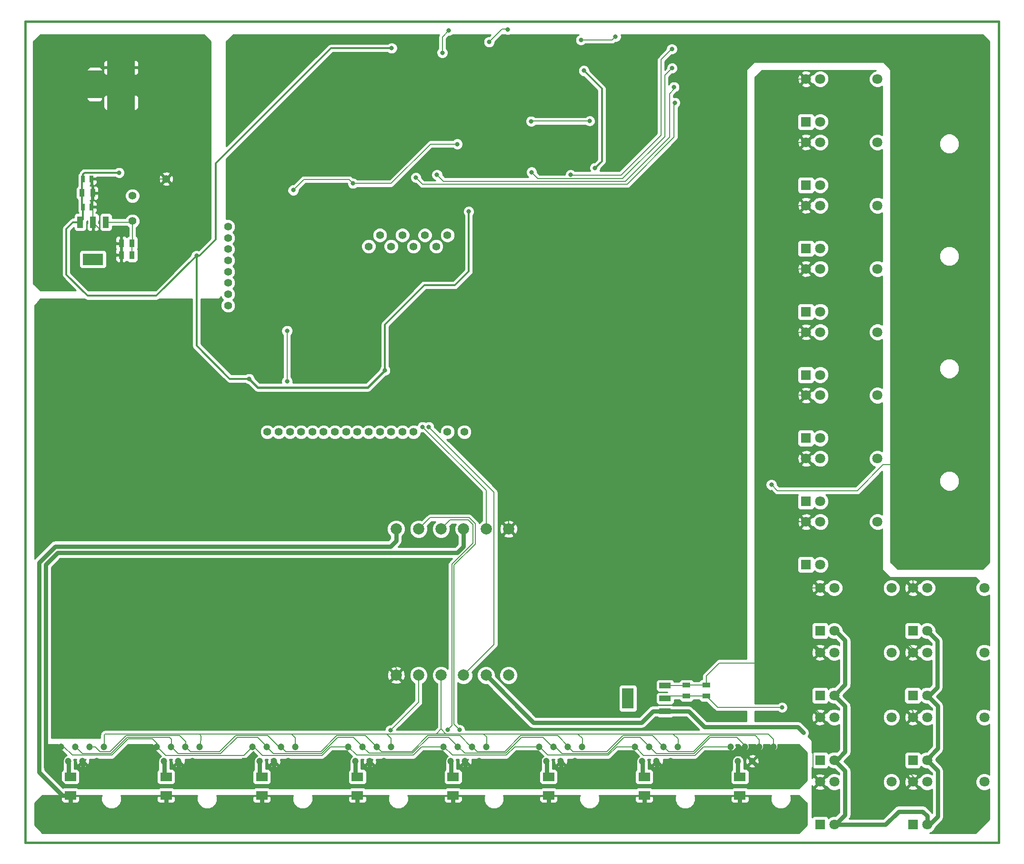
<source format=gbl>
G04 (created by PCBNEW-RS274X (2010-05-05 BZR 2356)-stable) date 04/02/2012 09:10:16*
G01*
G70*
G90*
%MOIN*%
G04 Gerber Fmt 3.4, Leading zero omitted, Abs format*
%FSLAX34Y34*%
G04 APERTURE LIST*
%ADD10C,0.006000*%
%ADD11C,0.015000*%
%ADD12C,0.055000*%
%ADD13R,0.025000X0.045000*%
%ADD14R,0.035000X0.055000*%
%ADD15R,0.055000X0.035000*%
%ADD16R,0.144000X0.080000*%
%ADD17R,0.040000X0.080000*%
%ADD18R,0.080000X0.144000*%
%ADD19R,0.080000X0.040000*%
%ADD20R,0.080000X0.060000*%
%ADD21R,0.196900X0.126000*%
%ADD22R,0.126000X0.196900*%
%ADD23R,0.070900X0.070900*%
%ADD24C,0.070900*%
%ADD25R,0.047200X0.047200*%
%ADD26C,0.047200*%
%ADD27C,0.078700*%
%ADD28C,0.031500*%
%ADD29C,0.031500*%
%ADD30C,0.005900*%
%ADD31C,0.011800*%
%ADD32C,0.015700*%
%ADD33C,0.007100*%
%ADD34C,0.010000*%
G04 APERTURE END LIST*
G54D10*
G54D11*
X25984Y-68110D02*
X26378Y-68110D01*
X25984Y-10630D02*
X25984Y-68110D01*
X27165Y-10630D02*
X25984Y-10630D01*
X94094Y-10630D02*
X27165Y-10630D01*
X94094Y-68110D02*
X94094Y-10630D01*
X26378Y-68110D02*
X94094Y-68110D01*
G54D12*
X35827Y-21654D03*
X33465Y-24606D03*
X33465Y-22835D03*
G54D13*
X30015Y-21654D03*
X30615Y-21654D03*
X30015Y-23622D03*
X30615Y-23622D03*
G54D14*
X33446Y-26988D03*
X32696Y-26988D03*
X33446Y-26161D03*
X32696Y-26161D03*
X29940Y-22638D03*
X30690Y-22638D03*
G54D15*
X72244Y-57855D03*
X72244Y-57105D03*
X73622Y-57855D03*
X73622Y-57105D03*
G54D16*
X30709Y-27284D03*
G54D17*
X30709Y-24684D03*
X31609Y-24684D03*
X29809Y-24684D03*
G54D18*
X68149Y-58031D03*
G54D19*
X70749Y-58031D03*
X70749Y-58931D03*
X70749Y-57131D03*
G54D12*
X56693Y-39370D03*
X55512Y-39370D03*
X49213Y-39370D03*
X50000Y-39370D03*
X50787Y-39370D03*
X51575Y-39370D03*
X52362Y-39370D03*
X53150Y-39370D03*
X55512Y-25591D03*
X53937Y-25591D03*
X52362Y-25591D03*
X50787Y-25591D03*
X54724Y-26378D03*
X53150Y-26378D03*
X51575Y-26378D03*
X50000Y-26378D03*
X42913Y-39370D03*
X43701Y-39370D03*
X44488Y-39370D03*
X45276Y-39370D03*
X46063Y-39370D03*
X46850Y-39370D03*
X47638Y-39370D03*
X48425Y-39370D03*
X40157Y-25000D03*
X40157Y-25787D03*
X40157Y-26575D03*
X40157Y-27362D03*
X40157Y-28149D03*
X40157Y-28937D03*
X40157Y-29724D03*
X40157Y-30512D03*
G54D20*
X75984Y-64823D03*
X75984Y-63523D03*
X69291Y-64823D03*
X69291Y-63523D03*
X62598Y-64823D03*
X62598Y-63523D03*
X55905Y-64823D03*
X55905Y-63523D03*
X49213Y-64823D03*
X49213Y-63523D03*
X42520Y-64823D03*
X42520Y-63523D03*
X35827Y-64823D03*
X35827Y-63523D03*
X29134Y-64823D03*
X29134Y-63523D03*
G54D21*
X32677Y-13842D03*
X32677Y-16283D03*
G54D22*
X30827Y-15024D03*
G54D23*
X80607Y-17661D03*
G54D24*
X81607Y-17661D03*
X85607Y-14661D03*
X81607Y-14661D03*
X80607Y-14661D03*
G54D23*
X80607Y-22090D03*
G54D24*
X81607Y-22090D03*
X85607Y-19090D03*
X81607Y-19090D03*
X80607Y-19090D03*
G54D23*
X80607Y-26519D03*
G54D24*
X81607Y-26519D03*
X85607Y-23519D03*
X81607Y-23519D03*
X80607Y-23519D03*
G54D23*
X80607Y-30948D03*
G54D24*
X81607Y-30948D03*
X85607Y-27948D03*
X81607Y-27948D03*
X80607Y-27948D03*
G54D23*
X80607Y-35378D03*
G54D24*
X81607Y-35378D03*
X85607Y-32378D03*
X81607Y-32378D03*
X80607Y-32378D03*
G54D23*
X80607Y-39807D03*
G54D24*
X81607Y-39807D03*
X85607Y-36807D03*
X81607Y-36807D03*
X80607Y-36807D03*
G54D23*
X80607Y-44236D03*
G54D24*
X81607Y-44236D03*
X85607Y-41236D03*
X81607Y-41236D03*
X80607Y-41236D03*
G54D23*
X80607Y-48665D03*
G54D24*
X81607Y-48665D03*
X85607Y-45665D03*
X81607Y-45665D03*
X80607Y-45665D03*
G54D23*
X81591Y-53292D03*
G54D24*
X82591Y-53292D03*
X86591Y-50292D03*
X82591Y-50292D03*
X81591Y-50292D03*
G54D23*
X88087Y-53292D03*
G54D24*
X89087Y-53292D03*
X93087Y-50292D03*
X89087Y-50292D03*
X88087Y-50292D03*
G54D23*
X81591Y-57819D03*
G54D24*
X82591Y-57819D03*
X86591Y-54819D03*
X82591Y-54819D03*
X81591Y-54819D03*
G54D23*
X88087Y-57819D03*
G54D24*
X89087Y-57819D03*
X93087Y-54819D03*
X89087Y-54819D03*
X88087Y-54819D03*
G54D23*
X81591Y-62347D03*
G54D24*
X82591Y-62347D03*
X86591Y-59347D03*
X82591Y-59347D03*
X81591Y-59347D03*
G54D23*
X88087Y-62347D03*
G54D24*
X89087Y-62347D03*
X93087Y-59347D03*
X89087Y-59347D03*
X88087Y-59347D03*
G54D23*
X81591Y-66874D03*
G54D24*
X82591Y-66874D03*
X86591Y-63874D03*
X82591Y-63874D03*
X81591Y-63874D03*
G54D23*
X88087Y-66874D03*
G54D24*
X89087Y-66874D03*
X93087Y-63874D03*
X89087Y-63874D03*
X88087Y-63874D03*
G54D25*
X88028Y-23207D03*
G54D26*
X87028Y-22707D03*
X88028Y-22207D03*
X87028Y-21707D03*
X88028Y-21207D03*
X87028Y-20707D03*
X88028Y-20207D03*
X87028Y-19707D03*
G54D25*
X88028Y-31081D03*
G54D26*
X87028Y-30581D03*
X88028Y-30081D03*
X87028Y-29581D03*
X88028Y-29081D03*
X87028Y-28581D03*
X88028Y-28081D03*
X87028Y-27581D03*
G54D25*
X88028Y-38955D03*
G54D26*
X87028Y-38455D03*
X88028Y-37955D03*
X87028Y-37455D03*
X88028Y-36955D03*
X87028Y-36455D03*
X88028Y-35955D03*
X87028Y-35455D03*
G54D25*
X88028Y-46829D03*
G54D26*
X87028Y-46329D03*
X88028Y-45829D03*
X87028Y-45329D03*
X88028Y-44829D03*
X87028Y-44329D03*
X88028Y-43829D03*
X87028Y-43329D03*
G54D25*
X74825Y-62438D03*
G54D26*
X75325Y-61438D03*
X75825Y-62438D03*
X76325Y-61438D03*
X76825Y-62438D03*
X77325Y-61438D03*
X77825Y-62438D03*
X78325Y-61438D03*
G54D25*
X68132Y-62438D03*
G54D26*
X68632Y-61438D03*
X69132Y-62438D03*
X69632Y-61438D03*
X70132Y-62438D03*
X70632Y-61438D03*
X71132Y-62438D03*
X71632Y-61438D03*
G54D25*
X61439Y-62438D03*
G54D26*
X61939Y-61438D03*
X62439Y-62438D03*
X62939Y-61438D03*
X63439Y-62438D03*
X63939Y-61438D03*
X64439Y-62438D03*
X64939Y-61438D03*
G54D25*
X54746Y-62438D03*
G54D26*
X55246Y-61438D03*
X55746Y-62438D03*
X56246Y-61438D03*
X56746Y-62438D03*
X57246Y-61438D03*
X57746Y-62438D03*
X58246Y-61438D03*
G54D10*
G36*
X27738Y-62674D02*
X27738Y-62202D01*
X28210Y-62202D01*
X28210Y-62674D01*
X27738Y-62674D01*
X27738Y-62674D01*
G37*
G54D26*
X28474Y-61438D03*
X28974Y-62438D03*
X29474Y-61438D03*
X29974Y-62438D03*
X30474Y-61438D03*
X30974Y-62438D03*
X31474Y-61438D03*
G54D10*
G36*
X34431Y-62674D02*
X34431Y-62202D01*
X34903Y-62202D01*
X34903Y-62674D01*
X34431Y-62674D01*
X34431Y-62674D01*
G37*
G54D26*
X35167Y-61438D03*
X35667Y-62438D03*
X36167Y-61438D03*
X36667Y-62438D03*
X37167Y-61438D03*
X37667Y-62438D03*
X38167Y-61438D03*
G54D10*
G36*
X41124Y-62674D02*
X41124Y-62202D01*
X41596Y-62202D01*
X41596Y-62674D01*
X41124Y-62674D01*
X41124Y-62674D01*
G37*
G54D26*
X41860Y-61438D03*
X42360Y-62438D03*
X42860Y-61438D03*
X43360Y-62438D03*
X43860Y-61438D03*
X44360Y-62438D03*
X44860Y-61438D03*
G54D10*
G36*
X47817Y-62674D02*
X47817Y-62202D01*
X48289Y-62202D01*
X48289Y-62674D01*
X47817Y-62674D01*
X47817Y-62674D01*
G37*
G54D26*
X48553Y-61438D03*
X49053Y-62438D03*
X49553Y-61438D03*
X50053Y-62438D03*
X50553Y-61438D03*
X51053Y-62438D03*
X51553Y-61438D03*
X40992Y-32779D03*
X56307Y-32779D03*
G54D27*
X59795Y-56406D03*
X58220Y-56406D03*
X56645Y-56406D03*
X55070Y-56406D03*
X53496Y-56406D03*
X51921Y-56406D03*
X51921Y-46169D03*
X53496Y-46169D03*
X55070Y-46169D03*
X56645Y-46169D03*
X58220Y-46169D03*
X59795Y-46169D03*
G54D28*
X80433Y-60433D03*
X44724Y-22441D03*
X48898Y-21968D03*
X61378Y-17618D03*
X56201Y-19213D03*
X65472Y-17598D03*
X37953Y-27028D03*
X57008Y-23937D03*
X65846Y-20886D03*
X65059Y-14075D03*
X32539Y-21220D03*
X51614Y-12500D03*
X51142Y-35059D03*
X41634Y-35650D03*
X54212Y-39016D03*
X51527Y-60256D03*
X53779Y-39016D03*
X55527Y-60228D03*
X56358Y-60224D03*
X50020Y-15669D03*
X49764Y-20000D03*
X39606Y-51417D03*
X91319Y-41102D03*
X78189Y-43071D03*
X68228Y-18819D03*
X69646Y-15394D03*
X60197Y-19055D03*
X47146Y-21279D03*
X59961Y-15984D03*
X54527Y-35669D03*
X46842Y-24323D03*
X47673Y-23173D03*
X44291Y-32283D03*
X44291Y-35827D03*
X77323Y-55551D03*
X78149Y-50197D03*
X78110Y-38150D03*
X78346Y-19724D03*
X77756Y-31968D03*
X78937Y-58661D03*
X59744Y-11181D03*
X58425Y-12067D03*
X55157Y-12815D03*
X55610Y-11260D03*
X71240Y-13898D03*
X61398Y-21181D03*
X64862Y-11929D03*
X67283Y-11693D03*
X71378Y-15217D03*
X54783Y-21358D03*
X71220Y-12559D03*
X64134Y-21358D03*
X71437Y-16319D03*
X53307Y-21555D03*
G54D29*
X89803Y-57244D02*
X89803Y-54008D01*
X89087Y-62347D02*
X89087Y-62291D01*
X89842Y-66299D02*
X89842Y-63102D01*
X89087Y-62291D02*
X89842Y-61536D01*
X89087Y-66874D02*
X89267Y-66874D01*
X82591Y-66874D02*
X82653Y-66874D01*
X83346Y-66181D02*
X83346Y-63102D01*
X82653Y-66874D02*
X83346Y-66181D01*
X82591Y-62347D02*
X82771Y-62347D01*
X83346Y-58574D02*
X82591Y-57819D01*
X83346Y-61772D02*
X83346Y-58574D01*
X82771Y-62347D02*
X83346Y-61772D01*
X82591Y-53292D02*
X82662Y-53292D01*
X83346Y-57064D02*
X82591Y-57819D01*
X89803Y-54008D02*
X89087Y-53292D01*
X89267Y-66874D02*
X89842Y-66299D01*
X89842Y-58574D02*
X89087Y-57819D01*
X89842Y-63102D02*
X89087Y-62347D01*
X89842Y-61536D02*
X89842Y-58574D01*
X70749Y-58931D02*
X69888Y-58931D01*
X61538Y-59724D02*
X58220Y-56406D01*
X69095Y-59724D02*
X61538Y-59724D01*
X69888Y-58931D02*
X69095Y-59724D01*
X82662Y-53292D02*
X83346Y-53976D01*
X70749Y-58931D02*
X72395Y-58931D01*
X72395Y-58931D02*
X73503Y-60039D01*
X73503Y-60039D02*
X80039Y-60039D01*
X80039Y-60039D02*
X80433Y-60433D01*
X82591Y-66874D02*
X86157Y-66874D01*
X89087Y-66253D02*
X89087Y-66874D01*
X88779Y-65945D02*
X89087Y-66253D01*
X87086Y-65945D02*
X88779Y-65945D01*
X86157Y-66874D02*
X87086Y-65945D01*
X83346Y-53976D02*
X83346Y-57064D01*
X89087Y-57819D02*
X89228Y-57819D01*
X83346Y-63102D02*
X82591Y-62347D01*
X89228Y-57819D02*
X89803Y-57244D01*
G54D30*
X44724Y-22441D02*
X45472Y-21693D01*
X45472Y-21693D02*
X48623Y-21693D01*
X48623Y-21693D02*
X48898Y-21968D01*
X33387Y-24684D02*
X33465Y-24606D01*
X48898Y-21968D02*
X51575Y-21968D01*
X31609Y-24684D02*
X33387Y-24684D01*
X33465Y-26142D02*
X33446Y-26161D01*
X33465Y-24606D02*
X33465Y-26142D01*
X33446Y-26161D02*
X33446Y-26988D01*
X54330Y-19213D02*
X56201Y-19213D01*
X51575Y-21968D02*
X54330Y-19213D01*
X61378Y-17618D02*
X61398Y-17598D01*
X61398Y-17598D02*
X65472Y-17598D01*
G54D31*
X37953Y-33328D02*
X37953Y-27028D01*
X40275Y-35650D02*
X37953Y-33328D01*
X41634Y-35650D02*
X40275Y-35650D01*
X51142Y-31850D02*
X53898Y-29094D01*
X53898Y-29094D02*
X56024Y-29094D01*
X56024Y-29094D02*
X57008Y-28110D01*
X57008Y-28110D02*
X57008Y-23937D01*
X51142Y-35059D02*
X51142Y-31850D01*
X29312Y-24684D02*
X28839Y-25157D01*
X66319Y-20413D02*
X65846Y-20886D01*
X65059Y-14075D02*
X66319Y-15335D01*
X37953Y-27028D02*
X38169Y-27028D01*
X47362Y-12500D02*
X51614Y-12500D01*
X39311Y-20551D02*
X47362Y-12500D01*
X39311Y-25886D02*
X39311Y-20551D01*
X38169Y-27028D02*
X39311Y-25886D01*
X30015Y-21654D02*
X30015Y-21324D01*
X30119Y-21220D02*
X32539Y-21220D01*
X30015Y-21324D02*
X30119Y-21220D01*
X29809Y-24684D02*
X29312Y-24684D01*
X35139Y-29842D02*
X37953Y-27028D01*
X30334Y-29842D02*
X35139Y-29842D01*
X28839Y-28347D02*
X30334Y-29842D01*
X28839Y-25157D02*
X28839Y-28347D01*
X29940Y-22638D02*
X29940Y-21729D01*
X29940Y-21729D02*
X30015Y-21654D01*
X30015Y-23622D02*
X30015Y-24478D01*
X30015Y-24478D02*
X29809Y-24684D01*
X29940Y-22638D02*
X29940Y-23547D01*
X29940Y-23547D02*
X30015Y-23622D01*
X66319Y-15335D02*
X66319Y-20413D01*
G54D32*
X49941Y-36260D02*
X51142Y-35059D01*
X42244Y-36260D02*
X49941Y-36260D01*
X41634Y-35650D02*
X42244Y-36260D01*
G54D30*
X30615Y-23622D02*
X30615Y-22713D01*
X32696Y-26161D02*
X32186Y-26161D01*
X32186Y-26161D02*
X30709Y-24684D01*
X30615Y-21654D02*
X35827Y-21654D01*
X32696Y-26988D02*
X32696Y-26161D01*
X30709Y-23716D02*
X30615Y-23622D01*
X30615Y-22713D02*
X30690Y-22638D01*
X30690Y-21729D02*
X30615Y-21654D01*
X30690Y-22638D02*
X30690Y-21729D01*
X30709Y-24684D02*
X30709Y-23716D01*
X58268Y-60732D02*
X58268Y-61417D01*
X58035Y-60512D02*
X58048Y-60512D01*
X71311Y-60512D02*
X71653Y-60854D01*
X44598Y-60512D02*
X44882Y-60796D01*
X51267Y-60512D02*
X51575Y-60820D01*
X64646Y-60512D02*
X64961Y-60827D01*
X58035Y-60512D02*
X64646Y-60512D01*
X31544Y-60512D02*
X38165Y-60512D01*
X71299Y-60512D02*
X77972Y-60512D01*
X58246Y-61438D02*
X58268Y-61417D01*
X38240Y-61366D02*
X38240Y-61366D01*
X55411Y-60512D02*
X58035Y-60512D01*
X51267Y-60512D02*
X54728Y-60512D01*
X64646Y-60512D02*
X71299Y-60512D01*
X71299Y-60512D02*
X71311Y-60512D01*
X55070Y-56406D02*
X55070Y-60171D01*
X55069Y-60171D02*
X54728Y-60512D01*
X54728Y-60512D02*
X55411Y-60512D01*
X71632Y-61438D02*
X71653Y-61417D01*
X71653Y-60854D02*
X71653Y-61417D01*
X58048Y-60512D02*
X58268Y-60732D01*
X44583Y-60512D02*
X51267Y-60512D01*
X38165Y-60512D02*
X38266Y-60661D01*
X77972Y-60512D02*
X78346Y-60886D01*
X38165Y-60512D02*
X44583Y-60512D01*
X44583Y-60512D02*
X44598Y-60512D01*
X44882Y-60796D02*
X44882Y-61417D01*
X38266Y-60661D02*
X38240Y-61366D01*
X44860Y-61438D02*
X44882Y-61417D01*
X78346Y-60886D02*
X78346Y-61417D01*
X55070Y-60171D02*
X55069Y-60171D01*
X78325Y-61438D02*
X78346Y-61417D01*
X51553Y-61438D02*
X51575Y-61417D01*
X51575Y-60820D02*
X51575Y-61417D01*
X31493Y-60583D02*
X31544Y-60512D01*
X64939Y-61438D02*
X64961Y-61417D01*
X31496Y-61417D02*
X31493Y-60583D01*
X38165Y-60512D02*
X38266Y-60661D01*
X64961Y-60827D02*
X64961Y-61417D01*
X38266Y-60661D02*
X38240Y-61366D01*
X55070Y-60171D02*
X55411Y-60512D01*
G54D29*
X74803Y-66929D02*
X75984Y-65748D01*
X29921Y-66929D02*
X35433Y-66929D01*
X35433Y-66929D02*
X42126Y-66929D01*
X42126Y-66929D02*
X48819Y-66929D01*
X48819Y-66929D02*
X55512Y-66929D01*
X75984Y-65748D02*
X75984Y-64823D01*
X62205Y-66929D02*
X68898Y-66929D01*
X68898Y-66929D02*
X74803Y-66929D01*
X29134Y-66142D02*
X29921Y-66929D01*
X49213Y-66535D02*
X48819Y-66929D01*
X55905Y-64823D02*
X55905Y-66536D01*
X29134Y-64823D02*
X29134Y-66142D01*
X69291Y-64823D02*
X69291Y-66536D01*
X69291Y-66536D02*
X68898Y-66929D01*
X62598Y-66536D02*
X62205Y-66929D01*
X51527Y-47382D02*
X28067Y-47382D01*
X51921Y-46988D02*
X51527Y-47382D01*
X28067Y-47382D02*
X26929Y-48520D01*
X49213Y-64823D02*
X49213Y-66535D01*
X42520Y-66535D02*
X42126Y-66929D01*
X42520Y-64823D02*
X42520Y-66535D01*
X35827Y-66535D02*
X35433Y-66929D01*
X35827Y-64823D02*
X35827Y-66535D01*
X28563Y-64823D02*
X26929Y-63189D01*
X26929Y-63189D02*
X26929Y-48520D01*
X51921Y-46988D02*
X51921Y-46169D01*
X62598Y-64823D02*
X62598Y-66536D01*
X55905Y-66536D02*
X55512Y-66929D01*
X29134Y-64823D02*
X28563Y-64823D01*
X55512Y-66929D02*
X62205Y-66929D01*
G54D30*
X54212Y-39016D02*
X58779Y-43583D01*
X58779Y-43583D02*
X58779Y-54272D01*
X58779Y-54272D02*
X56645Y-56406D01*
X63961Y-61382D02*
X63221Y-60642D01*
X70653Y-61417D02*
X70650Y-61417D01*
X64300Y-61756D02*
X63961Y-61417D01*
X66681Y-61756D02*
X64300Y-61756D01*
X67804Y-60633D02*
X66681Y-61756D01*
X69866Y-60633D02*
X67804Y-60633D01*
X70650Y-61417D02*
X69866Y-60633D01*
X77346Y-61417D02*
X77346Y-60910D01*
X77346Y-61417D02*
X77325Y-61438D01*
X71000Y-61764D02*
X70653Y-61417D01*
X72735Y-61764D02*
X71000Y-61764D01*
X73866Y-60633D02*
X72735Y-61764D01*
X77069Y-60633D02*
X73866Y-60633D01*
X77346Y-60910D02*
X77069Y-60633D01*
X30496Y-61417D02*
X30870Y-61417D01*
X30496Y-61417D02*
X30474Y-61438D01*
X30870Y-61417D02*
X31209Y-61756D01*
X31209Y-61756D02*
X31905Y-61756D01*
X31905Y-61756D02*
X33028Y-60633D01*
X33028Y-60633D02*
X36774Y-60633D01*
X36774Y-60633D02*
X37189Y-61048D01*
X37189Y-61048D02*
X37189Y-61417D01*
X63221Y-60642D02*
X60641Y-60642D01*
X60641Y-60642D02*
X59531Y-61752D01*
X59531Y-61752D02*
X57603Y-61752D01*
X57603Y-61752D02*
X57268Y-61417D01*
X63961Y-61417D02*
X63961Y-61382D01*
X57177Y-61417D02*
X56393Y-60633D01*
X56393Y-60633D02*
X54146Y-60633D01*
X54146Y-60633D02*
X53027Y-61752D01*
X53027Y-61752D02*
X50910Y-61752D01*
X50910Y-61752D02*
X50575Y-61417D01*
X57268Y-61417D02*
X57177Y-61417D01*
X50555Y-61417D02*
X49771Y-60633D01*
X47784Y-60633D02*
X46665Y-61752D01*
X46665Y-61752D02*
X44217Y-61752D01*
X44217Y-61752D02*
X43882Y-61417D01*
X50575Y-61417D02*
X50555Y-61417D01*
X43736Y-61417D02*
X42952Y-60633D01*
X42952Y-60633D02*
X40713Y-60633D01*
X40713Y-60633D02*
X39574Y-61772D01*
X39574Y-61772D02*
X37544Y-61772D01*
X37544Y-61772D02*
X37189Y-61417D01*
X43882Y-61417D02*
X43736Y-61417D01*
X53496Y-58287D02*
X53496Y-56406D01*
X51527Y-60256D02*
X53496Y-58287D01*
X49771Y-60633D02*
X47784Y-60633D01*
X58220Y-43457D02*
X58220Y-46169D01*
X53779Y-39016D02*
X58220Y-43457D01*
X66782Y-61998D02*
X62542Y-61998D01*
X62542Y-61998D02*
X61961Y-61417D01*
X68653Y-61417D02*
X67363Y-61417D01*
X60221Y-61417D02*
X59634Y-62004D01*
X59634Y-62004D02*
X55855Y-62004D01*
X55855Y-62004D02*
X55268Y-61417D01*
X61961Y-61417D02*
X60221Y-61417D01*
X53717Y-61417D02*
X53134Y-62000D01*
X53134Y-62000D02*
X49158Y-62000D01*
X49158Y-62000D02*
X48575Y-61417D01*
X55268Y-61417D02*
X53717Y-61417D01*
X41971Y-61417D02*
X41882Y-61417D01*
X42564Y-62010D02*
X41971Y-61417D01*
X46752Y-62010D02*
X42564Y-62010D01*
X47345Y-61417D02*
X46752Y-62010D01*
X48575Y-61417D02*
X47345Y-61417D01*
X35201Y-61417D02*
X35807Y-62023D01*
X35807Y-62023D02*
X41276Y-62023D01*
X41276Y-62023D02*
X41882Y-61417D01*
X67363Y-61417D02*
X66782Y-61998D01*
X69247Y-62011D02*
X68653Y-61417D01*
X72833Y-62011D02*
X69247Y-62011D01*
X73434Y-61410D02*
X72833Y-62011D01*
X75455Y-61410D02*
X73434Y-61410D01*
X75346Y-61301D02*
X75455Y-61410D01*
X28496Y-61417D02*
X28474Y-61438D01*
X28496Y-61417D02*
X28665Y-61417D01*
X35189Y-61198D02*
X35189Y-61417D01*
X34866Y-60875D02*
X35189Y-61198D01*
X33161Y-60875D02*
X34866Y-60875D01*
X32028Y-62008D02*
X33161Y-60875D01*
X29256Y-62008D02*
X32028Y-62008D01*
X28665Y-61417D02*
X29256Y-62008D01*
X57311Y-47153D02*
X57311Y-45870D01*
X55823Y-48641D02*
X57311Y-47153D01*
X55527Y-60228D02*
X55823Y-59932D01*
X55823Y-59932D02*
X55823Y-48641D01*
X75346Y-61417D02*
X75346Y-61301D01*
X75346Y-61417D02*
X75325Y-61438D01*
X57311Y-45870D02*
X56972Y-45531D01*
X55708Y-45531D02*
X55070Y-46169D01*
X56972Y-45531D02*
X55708Y-45531D01*
X35189Y-61417D02*
X35201Y-61417D01*
X53077Y-61874D02*
X50032Y-61874D01*
X54197Y-60754D02*
X53077Y-61874D01*
X55608Y-60754D02*
X54197Y-60754D01*
X56268Y-61414D02*
X55608Y-60754D01*
X56725Y-61874D02*
X56268Y-61417D01*
X59591Y-61874D02*
X56725Y-61874D01*
X60702Y-60763D02*
X59591Y-61874D01*
X62212Y-60763D02*
X60702Y-60763D01*
X62866Y-61417D02*
X62212Y-60763D01*
X62866Y-61417D02*
X63082Y-61417D01*
X67856Y-60754D02*
X68990Y-60754D01*
X66733Y-61877D02*
X67856Y-60754D01*
X63542Y-61877D02*
X66733Y-61877D01*
X63082Y-61417D02*
X63542Y-61877D01*
X76346Y-61417D02*
X76325Y-61438D01*
X76346Y-61417D02*
X76346Y-61319D01*
X70126Y-61890D02*
X68990Y-60754D01*
X72782Y-61890D02*
X70126Y-61890D01*
X73918Y-60754D02*
X72782Y-61890D01*
X75781Y-60754D02*
X73918Y-60754D01*
X76346Y-61319D02*
X75781Y-60754D01*
X36189Y-61417D02*
X36189Y-60882D01*
X36189Y-60882D02*
X36061Y-60754D01*
X36061Y-60754D02*
X33089Y-60754D01*
X33089Y-60754D02*
X31961Y-61882D01*
X31961Y-61882D02*
X29961Y-61882D01*
X50032Y-61874D02*
X49575Y-61417D01*
X56268Y-61417D02*
X56268Y-61414D01*
X49575Y-61397D02*
X48932Y-60754D01*
X48932Y-60754D02*
X47836Y-60754D01*
X47836Y-60754D02*
X46708Y-61882D01*
X46708Y-61882D02*
X43347Y-61882D01*
X43347Y-61882D02*
X42882Y-61417D01*
X49575Y-61417D02*
X49575Y-61397D01*
X42882Y-61394D02*
X42242Y-60754D01*
X42242Y-60754D02*
X40790Y-60754D01*
X40790Y-60754D02*
X39643Y-61901D01*
X39643Y-61901D02*
X36673Y-61901D01*
X57047Y-45374D02*
X54291Y-45374D01*
X36673Y-61901D02*
X36189Y-61417D01*
X42882Y-61417D02*
X42882Y-61394D01*
X29961Y-61882D02*
X29496Y-61417D01*
X29474Y-61438D02*
X29496Y-61417D01*
X54291Y-45374D02*
X53496Y-46169D01*
X57453Y-45780D02*
X57047Y-45374D01*
X57453Y-47220D02*
X57453Y-45780D01*
X55968Y-48705D02*
X57453Y-47220D01*
X55968Y-59834D02*
X55968Y-48705D01*
X56358Y-60224D02*
X55968Y-59834D01*
G54D29*
X29996Y-63066D02*
X31103Y-64173D01*
X31103Y-64173D02*
X28688Y-64173D01*
X43382Y-63461D02*
X44094Y-64173D01*
X36689Y-62417D02*
X36667Y-62438D01*
X28226Y-47838D02*
X28248Y-47838D01*
X27390Y-48674D02*
X28226Y-47838D01*
X27390Y-62875D02*
X27390Y-48674D01*
X28688Y-64173D02*
X27390Y-62875D01*
X56645Y-46169D02*
X56645Y-47382D01*
X56645Y-47382D02*
X56209Y-47818D01*
X56209Y-47818D02*
X28248Y-47818D01*
X70153Y-62417D02*
X70153Y-63312D01*
X70153Y-62417D02*
X70132Y-62438D01*
X71014Y-64173D02*
X70866Y-64173D01*
X70153Y-63312D02*
X71014Y-64173D01*
X63461Y-62417D02*
X63461Y-63461D01*
X63461Y-62417D02*
X63439Y-62438D01*
X63461Y-63461D02*
X64173Y-64173D01*
X56768Y-62417D02*
X56768Y-63460D01*
X56768Y-62417D02*
X56746Y-62438D01*
X57481Y-64173D02*
X57480Y-64173D01*
X56768Y-63460D02*
X57481Y-64173D01*
X50075Y-62417D02*
X50075Y-63461D01*
X50075Y-62417D02*
X50053Y-62438D01*
X50075Y-63461D02*
X50787Y-64173D01*
X43382Y-62417D02*
X43382Y-63461D01*
X43382Y-62417D02*
X43360Y-62438D01*
X28248Y-47838D02*
X28248Y-47818D01*
X36689Y-62417D02*
X36689Y-63460D01*
X70866Y-64173D02*
X76771Y-64173D01*
X36689Y-63460D02*
X37402Y-64173D01*
X29996Y-62417D02*
X29996Y-63066D01*
X29996Y-62417D02*
X29974Y-62438D01*
X77165Y-62736D02*
X76825Y-62438D01*
X77165Y-63779D02*
X77165Y-62736D01*
X76771Y-64173D02*
X77165Y-63779D01*
X31103Y-64173D02*
X37402Y-64173D01*
X37402Y-64173D02*
X44094Y-64173D01*
X44094Y-64173D02*
X50787Y-64173D01*
X50787Y-64173D02*
X57480Y-64173D01*
X57480Y-64173D02*
X64173Y-64173D01*
X64173Y-64173D02*
X70866Y-64173D01*
G54D33*
X48425Y-20000D02*
X49764Y-20000D01*
X47146Y-21279D02*
X48425Y-20000D01*
X49764Y-15925D02*
X49764Y-20000D01*
X50020Y-15669D02*
X49764Y-15925D01*
X51921Y-56406D02*
X51921Y-55898D01*
X40413Y-50610D02*
X39606Y-51417D01*
X46633Y-50610D02*
X40413Y-50610D01*
X51921Y-55898D02*
X46633Y-50610D01*
X90748Y-41673D02*
X91319Y-41102D01*
X86003Y-41673D02*
X90748Y-41673D01*
X84192Y-43484D02*
X86003Y-41673D01*
X78602Y-43484D02*
X84192Y-43484D01*
X78189Y-43071D02*
X78602Y-43484D01*
X68228Y-18819D02*
X69646Y-17401D01*
X69646Y-17401D02*
X69646Y-15394D01*
X59961Y-15984D02*
X60197Y-16220D01*
X59795Y-39008D02*
X59795Y-46169D01*
X57440Y-36653D02*
X59795Y-39008D01*
X55511Y-36653D02*
X57440Y-36653D01*
X54527Y-35669D02*
X55511Y-36653D01*
X60197Y-16220D02*
X60197Y-19055D01*
X46842Y-24323D02*
X47653Y-24323D01*
X47653Y-24323D02*
X47673Y-24303D01*
X47673Y-24303D02*
X47673Y-23173D01*
G54D30*
X44291Y-35827D02*
X44291Y-32283D01*
X70749Y-57131D02*
X72218Y-57131D01*
X72218Y-57131D02*
X72244Y-57105D01*
X73622Y-57105D02*
X72244Y-57105D01*
X77323Y-55551D02*
X74527Y-55551D01*
X73622Y-56456D02*
X73622Y-57105D01*
X74527Y-55551D02*
X73622Y-56456D01*
X81591Y-63874D02*
X81591Y-63757D01*
X81102Y-59836D02*
X81591Y-59347D01*
X81102Y-63268D02*
X81102Y-59836D01*
X81591Y-63757D02*
X81102Y-63268D01*
X88087Y-63874D02*
X88087Y-63480D01*
X87520Y-59914D02*
X88087Y-59347D01*
X87520Y-62913D02*
X87520Y-59914D01*
X88087Y-63480D02*
X87520Y-62913D01*
X88087Y-59347D02*
X88087Y-58913D01*
X87480Y-55426D02*
X88087Y-54819D01*
X87480Y-58306D02*
X87480Y-55426D01*
X88087Y-58913D02*
X87480Y-58306D01*
X81591Y-59347D02*
X81591Y-59111D01*
X80945Y-55465D02*
X81591Y-54819D01*
X80945Y-58465D02*
X80945Y-55465D01*
X81591Y-59111D02*
X80945Y-58465D01*
X81591Y-54819D02*
X81591Y-54623D01*
X80984Y-50899D02*
X81591Y-50292D01*
X80984Y-54016D02*
X80984Y-50899D01*
X81591Y-54623D02*
X80984Y-54016D01*
X88087Y-54819D02*
X88087Y-54544D01*
X87520Y-50859D02*
X88087Y-50292D01*
X87520Y-53977D02*
X87520Y-50859D01*
X88087Y-54544D02*
X87520Y-53977D01*
X77244Y-51102D02*
X78149Y-50197D01*
X77323Y-55551D02*
X77244Y-55472D01*
X77244Y-55472D02*
X77244Y-51102D01*
X81181Y-49882D02*
X81591Y-50292D01*
X78464Y-49882D02*
X81181Y-49882D01*
X78149Y-50197D02*
X78464Y-49882D01*
X88087Y-50292D02*
X88087Y-49780D01*
X82277Y-49606D02*
X81591Y-50292D01*
X87913Y-49606D02*
X82277Y-49606D01*
X88087Y-49780D02*
X87913Y-49606D01*
X80607Y-45665D02*
X79690Y-45665D01*
X79544Y-50292D02*
X81591Y-50292D01*
X78346Y-49094D02*
X79544Y-50292D01*
X78346Y-47009D02*
X78346Y-49094D01*
X79690Y-45665D02*
X78346Y-47009D01*
X79453Y-36807D02*
X80607Y-36807D01*
X78110Y-38150D02*
X79453Y-36807D01*
X78346Y-19724D02*
X78346Y-16299D01*
X79984Y-14661D02*
X80607Y-14661D01*
X78346Y-16299D02*
X79984Y-14661D01*
X78980Y-19090D02*
X80607Y-19090D01*
X78346Y-19724D02*
X78980Y-19090D01*
X80607Y-14661D02*
X79945Y-14661D01*
X79945Y-14661D02*
X77756Y-16850D01*
X77756Y-16850D02*
X77756Y-31968D01*
X80607Y-23519D02*
X79197Y-23519D01*
X77756Y-24960D02*
X77756Y-31968D01*
X79197Y-23519D02*
X77756Y-24960D01*
X80607Y-45665D02*
X80153Y-45665D01*
X77756Y-43268D02*
X77756Y-31968D01*
X80153Y-45665D02*
X77756Y-43268D01*
X80607Y-41236D02*
X80567Y-41236D01*
X77756Y-38425D02*
X77756Y-31968D01*
X80567Y-41236D02*
X77756Y-38425D01*
X80607Y-36807D02*
X79917Y-36807D01*
X77756Y-34646D02*
X77756Y-31968D01*
X79917Y-36807D02*
X77756Y-34646D01*
X80607Y-27948D02*
X79650Y-27948D01*
X77756Y-29842D02*
X77756Y-31968D01*
X79650Y-27948D02*
X77756Y-29842D01*
X80607Y-32378D02*
X78166Y-32378D01*
X78166Y-32378D02*
X77756Y-31968D01*
X72244Y-57855D02*
X73622Y-57855D01*
X72244Y-57855D02*
X70925Y-57855D01*
X70925Y-57855D02*
X70749Y-58031D01*
X78937Y-58661D02*
X74428Y-58661D01*
X74428Y-58661D02*
X73622Y-57855D01*
X59724Y-11161D02*
X59744Y-11181D01*
X59331Y-11161D02*
X59724Y-11161D01*
X58425Y-12067D02*
X59331Y-11161D01*
X55157Y-11713D02*
X55157Y-12815D01*
X55610Y-11260D02*
X55157Y-11713D01*
X70729Y-14409D02*
X71240Y-13898D01*
X70729Y-18681D02*
X70729Y-14409D01*
X67776Y-21634D02*
X70729Y-18681D01*
X61851Y-21634D02*
X67776Y-21634D01*
X61398Y-21181D02*
X61851Y-21634D01*
X67047Y-11929D02*
X64862Y-11929D01*
X67283Y-11693D02*
X67047Y-11929D01*
X71378Y-15374D02*
X71378Y-15217D01*
X71063Y-15689D02*
X71378Y-15374D01*
X71063Y-18720D02*
X71063Y-15689D01*
X67972Y-21811D02*
X71063Y-18720D01*
X55236Y-21811D02*
X67972Y-21811D01*
X54783Y-21358D02*
X55236Y-21811D01*
X71201Y-12559D02*
X71220Y-12559D01*
X70453Y-13307D02*
X71201Y-12559D01*
X70453Y-18582D02*
X70453Y-13307D01*
X67657Y-21378D02*
X70453Y-18582D01*
X64154Y-21378D02*
X67657Y-21378D01*
X64134Y-21358D02*
X64154Y-21378D01*
X71378Y-16378D02*
X71437Y-16319D01*
X71378Y-18740D02*
X71378Y-16378D01*
X68090Y-22028D02*
X71378Y-18740D01*
X53780Y-22028D02*
X68090Y-22028D01*
X53307Y-21555D02*
X53780Y-22028D01*
G54D29*
X69153Y-62417D02*
X69153Y-63385D01*
X69153Y-62417D02*
X69132Y-62438D01*
X69153Y-63385D02*
X69291Y-63523D01*
X75846Y-63385D02*
X75984Y-63523D01*
X75846Y-62417D02*
X75846Y-63385D01*
X75846Y-62417D02*
X75825Y-62438D01*
X62461Y-62417D02*
X62461Y-63386D01*
X62461Y-62417D02*
X62439Y-62438D01*
X62461Y-63386D02*
X62598Y-63523D01*
X42382Y-62417D02*
X42360Y-62438D01*
X42382Y-63385D02*
X42520Y-63523D01*
X42382Y-62417D02*
X42382Y-63385D01*
X35689Y-63385D02*
X35827Y-63523D01*
X35689Y-62417D02*
X35689Y-63385D01*
X35689Y-62417D02*
X35667Y-62438D01*
G54D30*
X29134Y-62555D02*
X28996Y-62417D01*
X29134Y-62555D02*
X28974Y-62438D01*
G54D29*
X28996Y-62417D02*
X28996Y-63385D01*
X28996Y-63385D02*
X29134Y-63523D01*
X49075Y-62417D02*
X49075Y-63385D01*
X49075Y-62417D02*
X49053Y-62438D01*
X49075Y-63385D02*
X49213Y-63523D01*
X55768Y-62417D02*
X55768Y-63386D01*
X55768Y-62417D02*
X55746Y-62438D01*
X55768Y-63386D02*
X55905Y-63523D01*
G54D34*
X77520Y-14050D02*
X85479Y-14050D01*
X77440Y-14130D02*
X80333Y-14130D01*
X80877Y-14130D02*
X81313Y-14130D01*
X81901Y-14130D02*
X85313Y-14130D01*
X77360Y-14210D02*
X80273Y-14210D01*
X80942Y-14210D02*
X81205Y-14210D01*
X82009Y-14210D02*
X85205Y-14210D01*
X77280Y-14290D02*
X80306Y-14290D01*
X80907Y-14290D02*
X81125Y-14290D01*
X82089Y-14290D02*
X85125Y-14290D01*
X77200Y-14370D02*
X80084Y-14370D01*
X80246Y-14370D02*
X80386Y-14370D01*
X80827Y-14370D02*
X80969Y-14370D01*
X82140Y-14370D02*
X85075Y-14370D01*
X77120Y-14450D02*
X80055Y-14450D01*
X80326Y-14450D02*
X80466Y-14450D01*
X80747Y-14450D02*
X80889Y-14450D01*
X82173Y-14450D02*
X85042Y-14450D01*
X77050Y-14530D02*
X80025Y-14530D01*
X80406Y-14530D02*
X80546Y-14530D01*
X80667Y-14530D02*
X80809Y-14530D01*
X82206Y-14530D02*
X85009Y-14530D01*
X77050Y-14610D02*
X80012Y-14610D01*
X80486Y-14610D02*
X80729Y-14610D01*
X82210Y-14610D02*
X85004Y-14610D01*
X77050Y-14690D02*
X80016Y-14690D01*
X80507Y-14690D02*
X80706Y-14690D01*
X82210Y-14690D02*
X85004Y-14690D01*
X77050Y-14770D02*
X80019Y-14770D01*
X80427Y-14770D02*
X80569Y-14770D01*
X80646Y-14770D02*
X80786Y-14770D01*
X82210Y-14770D02*
X85004Y-14770D01*
X77050Y-14850D02*
X80040Y-14850D01*
X80347Y-14850D02*
X80489Y-14850D01*
X80726Y-14850D02*
X80866Y-14850D01*
X82181Y-14850D02*
X85032Y-14850D01*
X77050Y-14930D02*
X80073Y-14930D01*
X80267Y-14930D02*
X80409Y-14930D01*
X80806Y-14930D02*
X80946Y-14930D01*
X82148Y-14930D02*
X85065Y-14930D01*
X77050Y-15010D02*
X80329Y-15010D01*
X80886Y-15010D02*
X81103Y-15010D01*
X82111Y-15010D02*
X85103Y-15010D01*
X77050Y-15090D02*
X80265Y-15090D01*
X80948Y-15090D02*
X81183Y-15090D01*
X82031Y-15090D02*
X85183Y-15090D01*
X77050Y-15170D02*
X80292Y-15170D01*
X80922Y-15170D02*
X81263Y-15170D01*
X81951Y-15170D02*
X85263Y-15170D01*
X77050Y-15250D02*
X80494Y-15250D01*
X80678Y-15250D02*
X81452Y-15250D01*
X81760Y-15250D02*
X85452Y-15250D01*
X85760Y-15250D02*
X85949Y-15250D01*
X77050Y-15330D02*
X85949Y-15330D01*
X77050Y-15410D02*
X85949Y-15410D01*
X77050Y-15490D02*
X85949Y-15490D01*
X77050Y-15570D02*
X85949Y-15570D01*
X77050Y-15650D02*
X85949Y-15650D01*
X77050Y-15730D02*
X85949Y-15730D01*
X77050Y-15810D02*
X85949Y-15810D01*
X77050Y-15890D02*
X85949Y-15890D01*
X77050Y-15970D02*
X85949Y-15970D01*
X77050Y-16050D02*
X85949Y-16050D01*
X77050Y-16130D02*
X85949Y-16130D01*
X77050Y-16210D02*
X85949Y-16210D01*
X77050Y-16290D02*
X85949Y-16290D01*
X77050Y-16370D02*
X85949Y-16370D01*
X77050Y-16450D02*
X85949Y-16450D01*
X77050Y-16530D02*
X85949Y-16530D01*
X77050Y-16610D02*
X85949Y-16610D01*
X77050Y-16690D02*
X85949Y-16690D01*
X77050Y-16770D02*
X85949Y-16770D01*
X77050Y-16850D02*
X85949Y-16850D01*
X77050Y-16930D02*
X85949Y-16930D01*
X77050Y-17010D02*
X85949Y-17010D01*
X77050Y-17090D02*
X80127Y-17090D01*
X81088Y-17090D02*
X81409Y-17090D01*
X81805Y-17090D02*
X85949Y-17090D01*
X77050Y-17170D02*
X80041Y-17170D01*
X81174Y-17170D02*
X81245Y-17170D01*
X81969Y-17170D02*
X85949Y-17170D01*
X77050Y-17250D02*
X80007Y-17250D01*
X82049Y-17250D02*
X85949Y-17250D01*
X77050Y-17330D02*
X80004Y-17330D01*
X82124Y-17330D02*
X85949Y-17330D01*
X77050Y-17410D02*
X80004Y-17410D01*
X82156Y-17410D02*
X85949Y-17410D01*
X77050Y-17490D02*
X80004Y-17490D01*
X82189Y-17490D02*
X85949Y-17490D01*
X77050Y-17570D02*
X80004Y-17570D01*
X82210Y-17570D02*
X85949Y-17570D01*
X77050Y-17650D02*
X80004Y-17650D01*
X82210Y-17650D02*
X85949Y-17650D01*
X77050Y-17730D02*
X80004Y-17730D01*
X82210Y-17730D02*
X85949Y-17730D01*
X77050Y-17810D02*
X80004Y-17810D01*
X82198Y-17810D02*
X85949Y-17810D01*
X77050Y-17890D02*
X80004Y-17890D01*
X82165Y-17890D02*
X85949Y-17890D01*
X77050Y-17970D02*
X80004Y-17970D01*
X82131Y-17970D02*
X85949Y-17970D01*
X77050Y-18050D02*
X80004Y-18050D01*
X82071Y-18050D02*
X85949Y-18050D01*
X77050Y-18130D02*
X80031Y-18130D01*
X81182Y-18130D02*
X81223Y-18130D01*
X81991Y-18130D02*
X85949Y-18130D01*
X77050Y-18210D02*
X80096Y-18210D01*
X81118Y-18210D02*
X81356Y-18210D01*
X81857Y-18210D02*
X85949Y-18210D01*
X77050Y-18290D02*
X85949Y-18290D01*
X77050Y-18370D02*
X85949Y-18370D01*
X77050Y-18450D02*
X85949Y-18450D01*
X77050Y-18530D02*
X80403Y-18530D01*
X80798Y-18530D02*
X81383Y-18530D01*
X81832Y-18530D02*
X85384Y-18530D01*
X85832Y-18530D02*
X85949Y-18530D01*
X77050Y-18610D02*
X80283Y-18610D01*
X80932Y-18610D02*
X81234Y-18610D01*
X81980Y-18610D02*
X85234Y-18610D01*
X77050Y-18690D02*
X80277Y-18690D01*
X80936Y-18690D02*
X81154Y-18690D01*
X82060Y-18690D02*
X85154Y-18690D01*
X77050Y-18770D02*
X80113Y-18770D01*
X80217Y-18770D02*
X80357Y-18770D01*
X80856Y-18770D02*
X80998Y-18770D01*
X82128Y-18770D02*
X85087Y-18770D01*
X77050Y-18850D02*
X80066Y-18850D01*
X80297Y-18850D02*
X80437Y-18850D01*
X80776Y-18850D02*
X80918Y-18850D01*
X82161Y-18850D02*
X85054Y-18850D01*
X77050Y-18930D02*
X80036Y-18930D01*
X80377Y-18930D02*
X80517Y-18930D01*
X80696Y-18930D02*
X80838Y-18930D01*
X82194Y-18930D02*
X85021Y-18930D01*
X77050Y-19010D02*
X80011Y-19010D01*
X80457Y-19010D02*
X80597Y-19010D01*
X80616Y-19010D02*
X80758Y-19010D01*
X82210Y-19010D02*
X85004Y-19010D01*
X77050Y-19090D02*
X80014Y-19090D01*
X80536Y-19090D02*
X80678Y-19090D01*
X82210Y-19090D02*
X85004Y-19090D01*
X77050Y-19170D02*
X80018Y-19170D01*
X80456Y-19170D02*
X80598Y-19170D01*
X80617Y-19170D02*
X80757Y-19170D01*
X82210Y-19170D02*
X85004Y-19170D01*
X77050Y-19250D02*
X80028Y-19250D01*
X80376Y-19250D02*
X80518Y-19250D01*
X80697Y-19250D02*
X80837Y-19250D01*
X82193Y-19250D02*
X85020Y-19250D01*
X77050Y-19330D02*
X80061Y-19330D01*
X80296Y-19330D02*
X80438Y-19330D01*
X80777Y-19330D02*
X80917Y-19330D01*
X82160Y-19330D02*
X85053Y-19330D01*
X77050Y-19410D02*
X80113Y-19410D01*
X80216Y-19410D02*
X80358Y-19410D01*
X80857Y-19410D02*
X80997Y-19410D01*
X82127Y-19410D02*
X85086Y-19410D01*
X77050Y-19490D02*
X80278Y-19490D01*
X80937Y-19490D02*
X81154Y-19490D01*
X82060Y-19490D02*
X85154Y-19490D01*
X77050Y-19570D02*
X80282Y-19570D01*
X80931Y-19570D02*
X81234Y-19570D01*
X81980Y-19570D02*
X85234Y-19570D01*
X77050Y-19650D02*
X80416Y-19650D01*
X80811Y-19650D02*
X81382Y-19650D01*
X81830Y-19650D02*
X85382Y-19650D01*
X85830Y-19650D02*
X85949Y-19650D01*
X77050Y-19730D02*
X85949Y-19730D01*
X77050Y-19810D02*
X85949Y-19810D01*
X77050Y-19890D02*
X85949Y-19890D01*
X77050Y-19970D02*
X85949Y-19970D01*
X77050Y-20050D02*
X85949Y-20050D01*
X77050Y-20130D02*
X85949Y-20130D01*
X77050Y-20210D02*
X85949Y-20210D01*
X77050Y-20290D02*
X85949Y-20290D01*
X77050Y-20370D02*
X85949Y-20370D01*
X77050Y-20450D02*
X85949Y-20450D01*
X77050Y-20530D02*
X85949Y-20530D01*
X77050Y-20610D02*
X85949Y-20610D01*
X77050Y-20690D02*
X85949Y-20690D01*
X77050Y-20770D02*
X85949Y-20770D01*
X77050Y-20850D02*
X85949Y-20850D01*
X77050Y-20930D02*
X85949Y-20930D01*
X77050Y-21010D02*
X85949Y-21010D01*
X77050Y-21090D02*
X85949Y-21090D01*
X77050Y-21170D02*
X85949Y-21170D01*
X77050Y-21250D02*
X85949Y-21250D01*
X77050Y-21330D02*
X85949Y-21330D01*
X77050Y-21410D02*
X85949Y-21410D01*
X77050Y-21490D02*
X80197Y-21490D01*
X81019Y-21490D02*
X81479Y-21490D01*
X81736Y-21490D02*
X85949Y-21490D01*
X77050Y-21570D02*
X80067Y-21570D01*
X81147Y-21570D02*
X81286Y-21570D01*
X81928Y-21570D02*
X85949Y-21570D01*
X77050Y-21650D02*
X80020Y-21650D01*
X82020Y-21650D02*
X85949Y-21650D01*
X77050Y-21730D02*
X80004Y-21730D01*
X82100Y-21730D02*
X85949Y-21730D01*
X77050Y-21810D02*
X80004Y-21810D01*
X82145Y-21810D02*
X85949Y-21810D01*
X77050Y-21890D02*
X80004Y-21890D01*
X82177Y-21890D02*
X85949Y-21890D01*
X77050Y-21970D02*
X80004Y-21970D01*
X82210Y-21970D02*
X85949Y-21970D01*
X77050Y-22050D02*
X80004Y-22050D01*
X82210Y-22050D02*
X85949Y-22050D01*
X77050Y-22130D02*
X80004Y-22130D01*
X82210Y-22130D02*
X85949Y-22130D01*
X77050Y-22210D02*
X80004Y-22210D01*
X82210Y-22210D02*
X85949Y-22210D01*
X77050Y-22290D02*
X80004Y-22290D01*
X82177Y-22290D02*
X85949Y-22290D01*
X77050Y-22370D02*
X80004Y-22370D01*
X82143Y-22370D02*
X85949Y-22370D01*
X77050Y-22450D02*
X80004Y-22450D01*
X82100Y-22450D02*
X85949Y-22450D01*
X77050Y-22530D02*
X80019Y-22530D01*
X81194Y-22530D02*
X81194Y-22530D01*
X82020Y-22530D02*
X85949Y-22530D01*
X77050Y-22610D02*
X80067Y-22610D01*
X81147Y-22610D02*
X81286Y-22610D01*
X81928Y-22610D02*
X85949Y-22610D01*
X77050Y-22690D02*
X80195Y-22690D01*
X81017Y-22690D02*
X81478Y-22690D01*
X81733Y-22690D02*
X85949Y-22690D01*
X77050Y-22770D02*
X85949Y-22770D01*
X77050Y-22850D02*
X85949Y-22850D01*
X77050Y-22930D02*
X80536Y-22930D01*
X80720Y-22930D02*
X81453Y-22930D01*
X81762Y-22930D02*
X85454Y-22930D01*
X85762Y-22930D02*
X85949Y-22930D01*
X77050Y-23010D02*
X80292Y-23010D01*
X80922Y-23010D02*
X81263Y-23010D01*
X81951Y-23010D02*
X85263Y-23010D01*
X77050Y-23090D02*
X80266Y-23090D01*
X80949Y-23090D02*
X81183Y-23090D01*
X82031Y-23090D02*
X85183Y-23090D01*
X77050Y-23170D02*
X80328Y-23170D01*
X80885Y-23170D02*
X81103Y-23170D01*
X82111Y-23170D02*
X85103Y-23170D01*
X77050Y-23250D02*
X80076Y-23250D01*
X80268Y-23250D02*
X80408Y-23250D01*
X80805Y-23250D02*
X80947Y-23250D01*
X82149Y-23250D02*
X85066Y-23250D01*
X77050Y-23330D02*
X80047Y-23330D01*
X80348Y-23330D02*
X80488Y-23330D01*
X80725Y-23330D02*
X80867Y-23330D01*
X82182Y-23330D02*
X85033Y-23330D01*
X77050Y-23410D02*
X80017Y-23410D01*
X80428Y-23410D02*
X80568Y-23410D01*
X80645Y-23410D02*
X80787Y-23410D01*
X82210Y-23410D02*
X85004Y-23410D01*
X77050Y-23490D02*
X80013Y-23490D01*
X80508Y-23490D02*
X80707Y-23490D01*
X82210Y-23490D02*
X85004Y-23490D01*
X77050Y-23570D02*
X80017Y-23570D01*
X80485Y-23570D02*
X80728Y-23570D01*
X82210Y-23570D02*
X85004Y-23570D01*
X77050Y-23650D02*
X80020Y-23650D01*
X80405Y-23650D02*
X80547Y-23650D01*
X80668Y-23650D02*
X80808Y-23650D01*
X82205Y-23650D02*
X85008Y-23650D01*
X77050Y-23730D02*
X80049Y-23730D01*
X80325Y-23730D02*
X80467Y-23730D01*
X80748Y-23730D02*
X80888Y-23730D01*
X82172Y-23730D02*
X85041Y-23730D01*
X77050Y-23810D02*
X80082Y-23810D01*
X80245Y-23810D02*
X80387Y-23810D01*
X80828Y-23810D02*
X80968Y-23810D01*
X82139Y-23810D02*
X85074Y-23810D01*
X77050Y-23890D02*
X80307Y-23890D01*
X80908Y-23890D02*
X81125Y-23890D01*
X82089Y-23890D02*
X85125Y-23890D01*
X77050Y-23970D02*
X80272Y-23970D01*
X80941Y-23970D02*
X81205Y-23970D01*
X82009Y-23970D02*
X85205Y-23970D01*
X77050Y-24050D02*
X80337Y-24050D01*
X80881Y-24050D02*
X81313Y-24050D01*
X81901Y-24050D02*
X85313Y-24050D01*
X85901Y-24050D02*
X85949Y-24050D01*
X77050Y-24130D02*
X85949Y-24130D01*
X77050Y-24210D02*
X85949Y-24210D01*
X77050Y-24290D02*
X85949Y-24290D01*
X77050Y-24370D02*
X85949Y-24370D01*
X77050Y-24450D02*
X85949Y-24450D01*
X77050Y-24530D02*
X85949Y-24530D01*
X77050Y-24610D02*
X85949Y-24610D01*
X77050Y-24690D02*
X85949Y-24690D01*
X77050Y-24770D02*
X85949Y-24770D01*
X77050Y-24850D02*
X85949Y-24850D01*
X77050Y-24930D02*
X85949Y-24930D01*
X77050Y-25010D02*
X85949Y-25010D01*
X77050Y-25090D02*
X85949Y-25090D01*
X77050Y-25170D02*
X85949Y-25170D01*
X77050Y-25250D02*
X85949Y-25250D01*
X77050Y-25330D02*
X85949Y-25330D01*
X77050Y-25410D02*
X85949Y-25410D01*
X77050Y-25490D02*
X85949Y-25490D01*
X77050Y-25570D02*
X85949Y-25570D01*
X77050Y-25650D02*
X85949Y-25650D01*
X77050Y-25730D02*
X85949Y-25730D01*
X77050Y-25810D02*
X85949Y-25810D01*
X77050Y-25890D02*
X85949Y-25890D01*
X77050Y-25970D02*
X80096Y-25970D01*
X81118Y-25970D02*
X81356Y-25970D01*
X81858Y-25970D02*
X85949Y-25970D01*
X77050Y-26050D02*
X80032Y-26050D01*
X81183Y-26050D02*
X81223Y-26050D01*
X81991Y-26050D02*
X85949Y-26050D01*
X77050Y-26130D02*
X80004Y-26130D01*
X82071Y-26130D02*
X85949Y-26130D01*
X77050Y-26210D02*
X80004Y-26210D01*
X82133Y-26210D02*
X85949Y-26210D01*
X77050Y-26290D02*
X80004Y-26290D01*
X82165Y-26290D02*
X85949Y-26290D01*
X77050Y-26370D02*
X80004Y-26370D01*
X82198Y-26370D02*
X85949Y-26370D01*
X77050Y-26450D02*
X80004Y-26450D01*
X82210Y-26450D02*
X85949Y-26450D01*
X77050Y-26530D02*
X80004Y-26530D01*
X82210Y-26530D02*
X85949Y-26530D01*
X77050Y-26610D02*
X80004Y-26610D01*
X82210Y-26610D02*
X85949Y-26610D01*
X77050Y-26690D02*
X80004Y-26690D01*
X82189Y-26690D02*
X85949Y-26690D01*
X77050Y-26770D02*
X80004Y-26770D01*
X82155Y-26770D02*
X85949Y-26770D01*
X77050Y-26850D02*
X80004Y-26850D01*
X82122Y-26850D02*
X85949Y-26850D01*
X77050Y-26930D02*
X80007Y-26930D01*
X82049Y-26930D02*
X85949Y-26930D01*
X77050Y-27010D02*
X80040Y-27010D01*
X81173Y-27010D02*
X81245Y-27010D01*
X81969Y-27010D02*
X85949Y-27010D01*
X77050Y-27090D02*
X80126Y-27090D01*
X81087Y-27090D02*
X81409Y-27090D01*
X81804Y-27090D02*
X85949Y-27090D01*
X77050Y-27170D02*
X85949Y-27170D01*
X77050Y-27250D02*
X85949Y-27250D01*
X77050Y-27330D02*
X85949Y-27330D01*
X77050Y-27410D02*
X80350Y-27410D01*
X80858Y-27410D02*
X81329Y-27410D01*
X81885Y-27410D02*
X85330Y-27410D01*
X85885Y-27410D02*
X85949Y-27410D01*
X77050Y-27490D02*
X80275Y-27490D01*
X80939Y-27490D02*
X81212Y-27490D01*
X82002Y-27490D02*
X85212Y-27490D01*
X77050Y-27570D02*
X80299Y-27570D01*
X80914Y-27570D02*
X81132Y-27570D01*
X82082Y-27570D02*
X85132Y-27570D01*
X77050Y-27650D02*
X80087Y-27650D01*
X80239Y-27650D02*
X80379Y-27650D01*
X80834Y-27650D02*
X80976Y-27650D01*
X82137Y-27650D02*
X85078Y-27650D01*
X77050Y-27730D02*
X80058Y-27730D01*
X80319Y-27730D02*
X80459Y-27730D01*
X80754Y-27730D02*
X80896Y-27730D01*
X82170Y-27730D02*
X85045Y-27730D01*
X77050Y-27810D02*
X80028Y-27810D01*
X80399Y-27810D02*
X80539Y-27810D01*
X80674Y-27810D02*
X80816Y-27810D01*
X82203Y-27810D02*
X85012Y-27810D01*
X77050Y-27890D02*
X80012Y-27890D01*
X80479Y-27890D02*
X80736Y-27890D01*
X82210Y-27890D02*
X85004Y-27890D01*
X77050Y-27970D02*
X80015Y-27970D01*
X80514Y-27970D02*
X80699Y-27970D01*
X82210Y-27970D02*
X85004Y-27970D01*
X77050Y-28050D02*
X80019Y-28050D01*
X80434Y-28050D02*
X80576Y-28050D01*
X80639Y-28050D02*
X80779Y-28050D01*
X82210Y-28050D02*
X85004Y-28050D01*
X77050Y-28130D02*
X80037Y-28130D01*
X80354Y-28130D02*
X80496Y-28130D01*
X80719Y-28130D02*
X80859Y-28130D01*
X82184Y-28130D02*
X85029Y-28130D01*
X77050Y-28210D02*
X80070Y-28210D01*
X80274Y-28210D02*
X80416Y-28210D01*
X80799Y-28210D02*
X80939Y-28210D01*
X82151Y-28210D02*
X85062Y-28210D01*
X77050Y-28290D02*
X80179Y-28290D01*
X80194Y-28290D02*
X80336Y-28290D01*
X80879Y-28290D02*
X81019Y-28290D01*
X81034Y-28290D02*
X81096Y-28290D01*
X82118Y-28290D02*
X85096Y-28290D01*
X77050Y-28370D02*
X80263Y-28370D01*
X80951Y-28370D02*
X81176Y-28370D01*
X82038Y-28370D02*
X85176Y-28370D01*
X77050Y-28450D02*
X80289Y-28450D01*
X80924Y-28450D02*
X81256Y-28450D01*
X81958Y-28450D02*
X85256Y-28450D01*
X77050Y-28530D02*
X80475Y-28530D01*
X80758Y-28530D02*
X81435Y-28530D01*
X81777Y-28530D02*
X85435Y-28530D01*
X85777Y-28530D02*
X85949Y-28530D01*
X77050Y-28610D02*
X85949Y-28610D01*
X77050Y-28690D02*
X85949Y-28690D01*
X77050Y-28770D02*
X85949Y-28770D01*
X77050Y-28850D02*
X85949Y-28850D01*
X77050Y-28930D02*
X85949Y-28930D01*
X77050Y-29010D02*
X85949Y-29010D01*
X77050Y-29090D02*
X85949Y-29090D01*
X77050Y-29170D02*
X85949Y-29170D01*
X77050Y-29250D02*
X85949Y-29250D01*
X77050Y-29330D02*
X85949Y-29330D01*
X77050Y-29410D02*
X85949Y-29410D01*
X77050Y-29490D02*
X85949Y-29490D01*
X77050Y-29570D02*
X85949Y-29570D01*
X77050Y-29650D02*
X85949Y-29650D01*
X77050Y-29730D02*
X85949Y-29730D01*
X77050Y-29810D02*
X85949Y-29810D01*
X77050Y-29890D02*
X85949Y-29890D01*
X77050Y-29970D02*
X85949Y-29970D01*
X77050Y-30050D02*
X85949Y-30050D01*
X77050Y-30130D02*
X85949Y-30130D01*
X77050Y-30210D02*
X85949Y-30210D01*
X77050Y-30290D02*
X85949Y-30290D01*
X77050Y-30370D02*
X80144Y-30370D01*
X81071Y-30370D02*
X81426Y-30370D01*
X81789Y-30370D02*
X85949Y-30370D01*
X77050Y-30450D02*
X80045Y-30450D01*
X81169Y-30450D02*
X81252Y-30450D01*
X81962Y-30450D02*
X85949Y-30450D01*
X77050Y-30530D02*
X80010Y-30530D01*
X82042Y-30530D02*
X85949Y-30530D01*
X77050Y-30610D02*
X80004Y-30610D01*
X82121Y-30610D02*
X85949Y-30610D01*
X77050Y-30690D02*
X80004Y-30690D01*
X82154Y-30690D02*
X85949Y-30690D01*
X77050Y-30770D02*
X80004Y-30770D01*
X82186Y-30770D02*
X85949Y-30770D01*
X77050Y-30850D02*
X80004Y-30850D01*
X82210Y-30850D02*
X85949Y-30850D01*
X77050Y-30930D02*
X80004Y-30930D01*
X82210Y-30930D02*
X85949Y-30930D01*
X77050Y-31010D02*
X80004Y-31010D01*
X82210Y-31010D02*
X85949Y-31010D01*
X77050Y-31090D02*
X80004Y-31090D01*
X82201Y-31090D02*
X85949Y-31090D01*
X77050Y-31170D02*
X80004Y-31170D01*
X82167Y-31170D02*
X85949Y-31170D01*
X77050Y-31250D02*
X80004Y-31250D01*
X82134Y-31250D02*
X85949Y-31250D01*
X77050Y-31330D02*
X80004Y-31330D01*
X82078Y-31330D02*
X85949Y-31330D01*
X77050Y-31410D02*
X80028Y-31410D01*
X81185Y-31410D02*
X81216Y-31410D01*
X81998Y-31410D02*
X85949Y-31410D01*
X77050Y-31490D02*
X80089Y-31490D01*
X81125Y-31490D02*
X81339Y-31490D01*
X81874Y-31490D02*
X85949Y-31490D01*
X77050Y-31570D02*
X85949Y-31570D01*
X77050Y-31650D02*
X85949Y-31650D01*
X77050Y-31730D02*
X85949Y-31730D01*
X77050Y-31810D02*
X80422Y-31810D01*
X80777Y-31810D02*
X81402Y-31810D01*
X81813Y-31810D02*
X85403Y-31810D01*
X85813Y-31810D02*
X85949Y-31810D01*
X77050Y-31890D02*
X80285Y-31890D01*
X80929Y-31890D02*
X81242Y-31890D01*
X81972Y-31890D02*
X85242Y-31890D01*
X77050Y-31970D02*
X80269Y-31970D01*
X80944Y-31970D02*
X81162Y-31970D01*
X82052Y-31970D02*
X85162Y-31970D01*
X77050Y-32050D02*
X80137Y-32050D01*
X80209Y-32050D02*
X80349Y-32050D01*
X80864Y-32050D02*
X81006Y-32050D01*
X81079Y-32050D02*
X81090Y-32050D01*
X82125Y-32050D02*
X85091Y-32050D01*
X77050Y-32130D02*
X80069Y-32130D01*
X80289Y-32130D02*
X80429Y-32130D01*
X80784Y-32130D02*
X80926Y-32130D01*
X82158Y-32130D02*
X85057Y-32130D01*
X77050Y-32210D02*
X80039Y-32210D01*
X80369Y-32210D02*
X80509Y-32210D01*
X80704Y-32210D02*
X80846Y-32210D01*
X82190Y-32210D02*
X85024Y-32210D01*
X77050Y-32290D02*
X80011Y-32290D01*
X80449Y-32290D02*
X80589Y-32290D01*
X80624Y-32290D02*
X80766Y-32290D01*
X82210Y-32290D02*
X85004Y-32290D01*
X77050Y-32370D02*
X80014Y-32370D01*
X80529Y-32370D02*
X80686Y-32370D01*
X82210Y-32370D02*
X85004Y-32370D01*
X77050Y-32450D02*
X80018Y-32450D01*
X80464Y-32450D02*
X80606Y-32450D01*
X80609Y-32450D02*
X80749Y-32450D01*
X82210Y-32450D02*
X85004Y-32450D01*
X77050Y-32530D02*
X80025Y-32530D01*
X80384Y-32530D02*
X80526Y-32530D01*
X80689Y-32530D02*
X80829Y-32530D01*
X82197Y-32530D02*
X85017Y-32530D01*
X77050Y-32610D02*
X80058Y-32610D01*
X80304Y-32610D02*
X80446Y-32610D01*
X80769Y-32610D02*
X80909Y-32610D01*
X82163Y-32610D02*
X85050Y-32610D01*
X77050Y-32690D02*
X80091Y-32690D01*
X80224Y-32690D02*
X80366Y-32690D01*
X80849Y-32690D02*
X80989Y-32690D01*
X82130Y-32690D02*
X85083Y-32690D01*
X77050Y-32770D02*
X80286Y-32770D01*
X80929Y-32770D02*
X81146Y-32770D01*
X82068Y-32770D02*
X85146Y-32770D01*
X77050Y-32850D02*
X80279Y-32850D01*
X80934Y-32850D02*
X81226Y-32850D01*
X81988Y-32850D02*
X85226Y-32850D01*
X77050Y-32930D02*
X80394Y-32930D01*
X80830Y-32930D02*
X81363Y-32930D01*
X81850Y-32930D02*
X85363Y-32930D01*
X85850Y-32930D02*
X85949Y-32930D01*
X77050Y-33010D02*
X85949Y-33010D01*
X77050Y-33090D02*
X85949Y-33090D01*
X77050Y-33170D02*
X85949Y-33170D01*
X77050Y-33250D02*
X85949Y-33250D01*
X77050Y-33330D02*
X85949Y-33330D01*
X77050Y-33410D02*
X85949Y-33410D01*
X77050Y-33490D02*
X85949Y-33490D01*
X77050Y-33570D02*
X85949Y-33570D01*
X77050Y-33650D02*
X85949Y-33650D01*
X77050Y-33730D02*
X85949Y-33730D01*
X77050Y-33810D02*
X85949Y-33810D01*
X77050Y-33890D02*
X85949Y-33890D01*
X77050Y-33970D02*
X85949Y-33970D01*
X77050Y-34050D02*
X85949Y-34050D01*
X77050Y-34130D02*
X85949Y-34130D01*
X77050Y-34210D02*
X85949Y-34210D01*
X77050Y-34290D02*
X85949Y-34290D01*
X77050Y-34370D02*
X85949Y-34370D01*
X77050Y-34450D02*
X85949Y-34450D01*
X77050Y-34530D02*
X85949Y-34530D01*
X77050Y-34610D02*
X85949Y-34610D01*
X77050Y-34690D02*
X85949Y-34690D01*
X77050Y-34770D02*
X85949Y-34770D01*
X77050Y-34850D02*
X80075Y-34850D01*
X81139Y-34850D02*
X81305Y-34850D01*
X81909Y-34850D02*
X85949Y-34850D01*
X77050Y-34930D02*
X80023Y-34930D01*
X81192Y-34930D02*
X81202Y-34930D01*
X82012Y-34930D02*
X85949Y-34930D01*
X77050Y-35010D02*
X80004Y-35010D01*
X82092Y-35010D02*
X85949Y-35010D01*
X77050Y-35090D02*
X80004Y-35090D01*
X82141Y-35090D02*
X85949Y-35090D01*
X77050Y-35170D02*
X80004Y-35170D01*
X82174Y-35170D02*
X85949Y-35170D01*
X77050Y-35250D02*
X80004Y-35250D01*
X82207Y-35250D02*
X85949Y-35250D01*
X77050Y-35330D02*
X80004Y-35330D01*
X82210Y-35330D02*
X85949Y-35330D01*
X77050Y-35410D02*
X80004Y-35410D01*
X82210Y-35410D02*
X85949Y-35410D01*
X77050Y-35490D02*
X80004Y-35490D01*
X82210Y-35490D02*
X85949Y-35490D01*
X77050Y-35570D02*
X80004Y-35570D01*
X82180Y-35570D02*
X85949Y-35570D01*
X77050Y-35650D02*
X80004Y-35650D01*
X82147Y-35650D02*
X85949Y-35650D01*
X77050Y-35730D02*
X80004Y-35730D01*
X82108Y-35730D02*
X85949Y-35730D01*
X77050Y-35810D02*
X80015Y-35810D01*
X82028Y-35810D02*
X85949Y-35810D01*
X77050Y-35890D02*
X80059Y-35890D01*
X81155Y-35890D02*
X81267Y-35890D01*
X81948Y-35890D02*
X85949Y-35890D01*
X77050Y-35970D02*
X80176Y-35970D01*
X81036Y-35970D02*
X81459Y-35970D01*
X81752Y-35970D02*
X85949Y-35970D01*
X77050Y-36050D02*
X85949Y-36050D01*
X77050Y-36130D02*
X85949Y-36130D01*
X77050Y-36210D02*
X81472Y-36210D01*
X81743Y-36210D02*
X85474Y-36210D01*
X85743Y-36210D02*
X85949Y-36210D01*
X77050Y-36290D02*
X80299Y-36290D01*
X80915Y-36290D02*
X81279Y-36290D01*
X81935Y-36290D02*
X85279Y-36290D01*
X85935Y-36290D02*
X85949Y-36290D01*
X77050Y-36370D02*
X80268Y-36370D01*
X80946Y-36370D02*
X81191Y-36370D01*
X82023Y-36370D02*
X85191Y-36370D01*
X77050Y-36450D02*
X80320Y-36450D01*
X80893Y-36450D02*
X81111Y-36450D01*
X82103Y-36450D02*
X85111Y-36450D01*
X77050Y-36530D02*
X80079Y-36530D01*
X80260Y-36530D02*
X80400Y-36530D01*
X80813Y-36530D02*
X80955Y-36530D01*
X82146Y-36530D02*
X85069Y-36530D01*
X77050Y-36610D02*
X80050Y-36610D01*
X80340Y-36610D02*
X80480Y-36610D01*
X80733Y-36610D02*
X80875Y-36610D01*
X82179Y-36610D02*
X85036Y-36610D01*
X77050Y-36690D02*
X80020Y-36690D01*
X80420Y-36690D02*
X80560Y-36690D01*
X80653Y-36690D02*
X80795Y-36690D01*
X82210Y-36690D02*
X85004Y-36690D01*
X77050Y-36770D02*
X80013Y-36770D01*
X80500Y-36770D02*
X80715Y-36770D01*
X82210Y-36770D02*
X85004Y-36770D01*
X77050Y-36850D02*
X80016Y-36850D01*
X80493Y-36850D02*
X80720Y-36850D01*
X82210Y-36850D02*
X85004Y-36850D01*
X77050Y-36930D02*
X80020Y-36930D01*
X80413Y-36930D02*
X80555Y-36930D01*
X80660Y-36930D02*
X80800Y-36930D01*
X82209Y-36930D02*
X85005Y-36930D01*
X77050Y-37010D02*
X80046Y-37010D01*
X80333Y-37010D02*
X80475Y-37010D01*
X80740Y-37010D02*
X80880Y-37010D01*
X82175Y-37010D02*
X85038Y-37010D01*
X77050Y-37090D02*
X80079Y-37090D01*
X80253Y-37090D02*
X80395Y-37090D01*
X80820Y-37090D02*
X80960Y-37090D01*
X82142Y-37090D02*
X85071Y-37090D01*
X77050Y-37170D02*
X80315Y-37170D01*
X80900Y-37170D02*
X81117Y-37170D01*
X82097Y-37170D02*
X85117Y-37170D01*
X77050Y-37250D02*
X80270Y-37250D01*
X80944Y-37250D02*
X81197Y-37250D01*
X82017Y-37250D02*
X85197Y-37250D01*
X77050Y-37330D02*
X80315Y-37330D01*
X80900Y-37330D02*
X81293Y-37330D01*
X81921Y-37330D02*
X85293Y-37330D01*
X85921Y-37330D02*
X85949Y-37330D01*
X77050Y-37410D02*
X85949Y-37410D01*
X77050Y-37490D02*
X85949Y-37490D01*
X77050Y-37570D02*
X85949Y-37570D01*
X77050Y-37650D02*
X85949Y-37650D01*
X77050Y-37730D02*
X85949Y-37730D01*
X77050Y-37810D02*
X85949Y-37810D01*
X77050Y-37890D02*
X85949Y-37890D01*
X77050Y-37970D02*
X85949Y-37970D01*
X77050Y-38050D02*
X85949Y-38050D01*
X77050Y-38130D02*
X85949Y-38130D01*
X77050Y-38210D02*
X85949Y-38210D01*
X77050Y-38290D02*
X85949Y-38290D01*
X77050Y-38370D02*
X85949Y-38370D01*
X77050Y-38450D02*
X85949Y-38450D01*
X77050Y-38530D02*
X85949Y-38530D01*
X77050Y-38610D02*
X85949Y-38610D01*
X77050Y-38690D02*
X85949Y-38690D01*
X77050Y-38770D02*
X85949Y-38770D01*
X77050Y-38850D02*
X85949Y-38850D01*
X77050Y-38930D02*
X85949Y-38930D01*
X77050Y-39010D02*
X85949Y-39010D01*
X77050Y-39090D02*
X85949Y-39090D01*
X77050Y-39170D02*
X85949Y-39170D01*
X77050Y-39250D02*
X80104Y-39250D01*
X81110Y-39250D02*
X81375Y-39250D01*
X81839Y-39250D02*
X85949Y-39250D01*
X77050Y-39330D02*
X80035Y-39330D01*
X81180Y-39330D02*
X81231Y-39330D01*
X81983Y-39330D02*
X85949Y-39330D01*
X77050Y-39410D02*
X80004Y-39410D01*
X82063Y-39410D02*
X85949Y-39410D01*
X77050Y-39490D02*
X80004Y-39490D01*
X82129Y-39490D02*
X85949Y-39490D01*
X77050Y-39570D02*
X80004Y-39570D01*
X82162Y-39570D02*
X85949Y-39570D01*
X77050Y-39650D02*
X80004Y-39650D01*
X82195Y-39650D02*
X85949Y-39650D01*
X77050Y-39730D02*
X80004Y-39730D01*
X82210Y-39730D02*
X85949Y-39730D01*
X77050Y-39810D02*
X80004Y-39810D01*
X82210Y-39810D02*
X85949Y-39810D01*
X77050Y-39890D02*
X80004Y-39890D01*
X82210Y-39890D02*
X85949Y-39890D01*
X77050Y-39970D02*
X80004Y-39970D01*
X82192Y-39970D02*
X85949Y-39970D01*
X77050Y-40050D02*
X80004Y-40050D01*
X82159Y-40050D02*
X85949Y-40050D01*
X77050Y-40130D02*
X80004Y-40130D01*
X82125Y-40130D02*
X85949Y-40130D01*
X77050Y-40210D02*
X80004Y-40210D01*
X82057Y-40210D02*
X85949Y-40210D01*
X77050Y-40290D02*
X80037Y-40290D01*
X81176Y-40290D02*
X81237Y-40290D01*
X81977Y-40290D02*
X85949Y-40290D01*
X77050Y-40370D02*
X80110Y-40370D01*
X81104Y-40370D02*
X81389Y-40370D01*
X81823Y-40370D02*
X85949Y-40370D01*
X77050Y-40450D02*
X85949Y-40450D01*
X77050Y-40530D02*
X85949Y-40530D01*
X77050Y-40610D02*
X85949Y-40610D01*
X77050Y-40690D02*
X80369Y-40690D01*
X80836Y-40690D02*
X81349Y-40690D01*
X81865Y-40690D02*
X85349Y-40690D01*
X85865Y-40690D02*
X85949Y-40690D01*
X77050Y-40770D02*
X80278Y-40770D01*
X80937Y-40770D02*
X81220Y-40770D01*
X81994Y-40770D02*
X85220Y-40770D01*
X77050Y-40850D02*
X80291Y-40850D01*
X80922Y-40850D02*
X81140Y-40850D01*
X82074Y-40850D02*
X85140Y-40850D01*
X77050Y-40930D02*
X80090Y-40930D01*
X80231Y-40930D02*
X80371Y-40930D01*
X80842Y-40930D02*
X80984Y-40930D01*
X82134Y-40930D02*
X85082Y-40930D01*
X77050Y-41010D02*
X80060Y-41010D01*
X80311Y-41010D02*
X80451Y-41010D01*
X80762Y-41010D02*
X80904Y-41010D01*
X82167Y-41010D02*
X85048Y-41010D01*
X77050Y-41090D02*
X80031Y-41090D01*
X80391Y-41090D02*
X80531Y-41090D01*
X80682Y-41090D02*
X80824Y-41090D01*
X82199Y-41090D02*
X85015Y-41090D01*
X77050Y-41170D02*
X80012Y-41170D01*
X80471Y-41170D02*
X80744Y-41170D01*
X82210Y-41170D02*
X85004Y-41170D01*
X77050Y-41250D02*
X80015Y-41250D01*
X80522Y-41250D02*
X80691Y-41250D01*
X82210Y-41250D02*
X85004Y-41250D01*
X77050Y-41330D02*
X80018Y-41330D01*
X80442Y-41330D02*
X80584Y-41330D01*
X80631Y-41330D02*
X80771Y-41330D01*
X82210Y-41330D02*
X85004Y-41330D01*
X77050Y-41410D02*
X80034Y-41410D01*
X80362Y-41410D02*
X80504Y-41410D01*
X80711Y-41410D02*
X80851Y-41410D01*
X82187Y-41410D02*
X85026Y-41410D01*
X77050Y-41490D02*
X80067Y-41490D01*
X80282Y-41490D02*
X80424Y-41490D01*
X80791Y-41490D02*
X80931Y-41490D01*
X82154Y-41490D02*
X85059Y-41490D01*
X77050Y-41570D02*
X80155Y-41570D01*
X80202Y-41570D02*
X80344Y-41570D01*
X80871Y-41570D02*
X81011Y-41570D01*
X81058Y-41570D02*
X81092Y-41570D01*
X82121Y-41570D02*
X85092Y-41570D01*
X77050Y-41650D02*
X80264Y-41650D01*
X80951Y-41650D02*
X81168Y-41650D01*
X82046Y-41650D02*
X85168Y-41650D01*
X77050Y-41730D02*
X80287Y-41730D01*
X80927Y-41730D02*
X81248Y-41730D01*
X81966Y-41730D02*
X85248Y-41730D01*
X77050Y-41810D02*
X80454Y-41810D01*
X80777Y-41810D02*
X81416Y-41810D01*
X81796Y-41810D02*
X85417Y-41810D01*
X77050Y-41890D02*
X85382Y-41890D01*
X77050Y-41970D02*
X85302Y-41970D01*
X77050Y-42050D02*
X85222Y-42050D01*
X77050Y-42130D02*
X85142Y-42130D01*
X85949Y-42130D02*
X85949Y-42130D01*
X77050Y-42210D02*
X85062Y-42210D01*
X85869Y-42210D02*
X85949Y-42210D01*
X77050Y-42290D02*
X84982Y-42290D01*
X85789Y-42290D02*
X85949Y-42290D01*
X77050Y-42370D02*
X84902Y-42370D01*
X85709Y-42370D02*
X85949Y-42370D01*
X77050Y-42450D02*
X84822Y-42450D01*
X85629Y-42450D02*
X85949Y-42450D01*
X77050Y-42530D02*
X84742Y-42530D01*
X85549Y-42530D02*
X85949Y-42530D01*
X77050Y-42610D02*
X84662Y-42610D01*
X85469Y-42610D02*
X85949Y-42610D01*
X77050Y-42690D02*
X78049Y-42690D01*
X78331Y-42690D02*
X84582Y-42690D01*
X85389Y-42690D02*
X85949Y-42690D01*
X77050Y-42770D02*
X77917Y-42770D01*
X78463Y-42770D02*
X84502Y-42770D01*
X85309Y-42770D02*
X85949Y-42770D01*
X77050Y-42850D02*
X77841Y-42850D01*
X78537Y-42850D02*
X84422Y-42850D01*
X85229Y-42850D02*
X85949Y-42850D01*
X77050Y-42930D02*
X77808Y-42930D01*
X78570Y-42930D02*
X84342Y-42930D01*
X85149Y-42930D02*
X85949Y-42930D01*
X77050Y-43010D02*
X77783Y-43010D01*
X78595Y-43010D02*
X84262Y-43010D01*
X85069Y-43010D02*
X85949Y-43010D01*
X77050Y-43090D02*
X77783Y-43090D01*
X78612Y-43090D02*
X84182Y-43090D01*
X84989Y-43090D02*
X85949Y-43090D01*
X77050Y-43170D02*
X77790Y-43170D01*
X78692Y-43170D02*
X84102Y-43170D01*
X84909Y-43170D02*
X85949Y-43170D01*
X77050Y-43250D02*
X77824Y-43250D01*
X84829Y-43250D02*
X85949Y-43250D01*
X77050Y-43330D02*
X77874Y-43330D01*
X84749Y-43330D02*
X85949Y-43330D01*
X77050Y-43410D02*
X77953Y-43410D01*
X84669Y-43410D02*
X85949Y-43410D01*
X77050Y-43490D02*
X78205Y-43490D01*
X84589Y-43490D02*
X85949Y-43490D01*
X77050Y-43570D02*
X78285Y-43570D01*
X84509Y-43570D02*
X85949Y-43570D01*
X77050Y-43650D02*
X78365Y-43650D01*
X84429Y-43650D02*
X85949Y-43650D01*
X77050Y-43730D02*
X78467Y-43730D01*
X84326Y-43730D02*
X85949Y-43730D01*
X77050Y-43810D02*
X80014Y-43810D01*
X82034Y-43810D02*
X85949Y-43810D01*
X77050Y-43890D02*
X80004Y-43890D01*
X82114Y-43890D02*
X85949Y-43890D01*
X77050Y-43970D02*
X80004Y-43970D01*
X82150Y-43970D02*
X85949Y-43970D01*
X77050Y-44050D02*
X80004Y-44050D01*
X82183Y-44050D02*
X85949Y-44050D01*
X77050Y-44130D02*
X80004Y-44130D01*
X82210Y-44130D02*
X85949Y-44130D01*
X77050Y-44210D02*
X80004Y-44210D01*
X82210Y-44210D02*
X85949Y-44210D01*
X77050Y-44290D02*
X80004Y-44290D01*
X82210Y-44290D02*
X85949Y-44290D01*
X77050Y-44370D02*
X80004Y-44370D01*
X82204Y-44370D02*
X85949Y-44370D01*
X77050Y-44450D02*
X80004Y-44450D01*
X82171Y-44450D02*
X85949Y-44450D01*
X77050Y-44530D02*
X80004Y-44530D01*
X82137Y-44530D02*
X85949Y-44530D01*
X77050Y-44610D02*
X80004Y-44610D01*
X82086Y-44610D02*
X85949Y-44610D01*
X77050Y-44690D02*
X80025Y-44690D01*
X81188Y-44690D02*
X81208Y-44690D01*
X82006Y-44690D02*
X85949Y-44690D01*
X77050Y-44770D02*
X80081Y-44770D01*
X81133Y-44770D02*
X81320Y-44770D01*
X81894Y-44770D02*
X85949Y-44770D01*
X77050Y-44850D02*
X85949Y-44850D01*
X77050Y-44930D02*
X85949Y-44930D01*
X77050Y-45010D02*
X85949Y-45010D01*
X77050Y-45090D02*
X80439Y-45090D01*
X80758Y-45090D02*
X81420Y-45090D01*
X81796Y-45090D02*
X85420Y-45090D01*
X85796Y-45090D02*
X85949Y-45090D01*
X77050Y-45170D02*
X80288Y-45170D01*
X80927Y-45170D02*
X81249Y-45170D01*
X81965Y-45170D02*
X85249Y-45170D01*
X77050Y-45250D02*
X80262Y-45250D01*
X80951Y-45250D02*
X81169Y-45250D01*
X82045Y-45250D02*
X85169Y-45250D01*
X77050Y-45330D02*
X80158Y-45330D01*
X80202Y-45330D02*
X80342Y-45330D01*
X80871Y-45330D02*
X81013Y-45330D01*
X81058Y-45330D02*
X81093Y-45330D01*
X82122Y-45330D02*
X85094Y-45330D01*
X77050Y-45410D02*
X80071Y-45410D01*
X80282Y-45410D02*
X80422Y-45410D01*
X80791Y-45410D02*
X80933Y-45410D01*
X82155Y-45410D02*
X85060Y-45410D01*
X77050Y-45490D02*
X80042Y-45490D01*
X80362Y-45490D02*
X80502Y-45490D01*
X80711Y-45490D02*
X80853Y-45490D01*
X82188Y-45490D02*
X85027Y-45490D01*
X77050Y-45570D02*
X80012Y-45570D01*
X80442Y-45570D02*
X80582Y-45570D01*
X80631Y-45570D02*
X80773Y-45570D01*
X82210Y-45570D02*
X85004Y-45570D01*
X77050Y-45650D02*
X80014Y-45650D01*
X80522Y-45650D02*
X80693Y-45650D01*
X82210Y-45650D02*
X85004Y-45650D01*
X77050Y-45730D02*
X80017Y-45730D01*
X80471Y-45730D02*
X80742Y-45730D01*
X82210Y-45730D02*
X85004Y-45730D01*
X77050Y-45810D02*
X80022Y-45810D01*
X80391Y-45810D02*
X80533Y-45810D01*
X80682Y-45810D02*
X80822Y-45810D01*
X82200Y-45810D02*
X85014Y-45810D01*
X77050Y-45890D02*
X80055Y-45890D01*
X80311Y-45890D02*
X80453Y-45890D01*
X80762Y-45890D02*
X80902Y-45890D01*
X82166Y-45890D02*
X85047Y-45890D01*
X77050Y-45970D02*
X80088Y-45970D01*
X80231Y-45970D02*
X80373Y-45970D01*
X80842Y-45970D02*
X80982Y-45970D01*
X82133Y-45970D02*
X85080Y-45970D01*
X77050Y-46050D02*
X80293Y-46050D01*
X80922Y-46050D02*
X81139Y-46050D01*
X82075Y-46050D02*
X85139Y-46050D01*
X77050Y-46130D02*
X80277Y-46130D01*
X80936Y-46130D02*
X81219Y-46130D01*
X81995Y-46130D02*
X85219Y-46130D01*
X77050Y-46210D02*
X80375Y-46210D01*
X80847Y-46210D02*
X81346Y-46210D01*
X81867Y-46210D02*
X85346Y-46210D01*
X85867Y-46210D02*
X85949Y-46210D01*
X77050Y-46290D02*
X85949Y-46290D01*
X77050Y-46370D02*
X85949Y-46370D01*
X77050Y-46450D02*
X85949Y-46450D01*
X77050Y-46530D02*
X85949Y-46530D01*
X77050Y-46610D02*
X85949Y-46610D01*
X77050Y-46690D02*
X85949Y-46690D01*
X77050Y-46770D02*
X85949Y-46770D01*
X77050Y-46850D02*
X85949Y-46850D01*
X77050Y-46930D02*
X85949Y-46930D01*
X77050Y-47010D02*
X85949Y-47010D01*
X77050Y-47090D02*
X85949Y-47090D01*
X77050Y-47170D02*
X85949Y-47170D01*
X77050Y-47250D02*
X85949Y-47250D01*
X77050Y-47330D02*
X85949Y-47330D01*
X77050Y-47410D02*
X85949Y-47410D01*
X77050Y-47490D02*
X85949Y-47490D01*
X77050Y-47570D02*
X85949Y-47570D01*
X77050Y-47650D02*
X85949Y-47650D01*
X77050Y-47730D02*
X85949Y-47730D01*
X77050Y-47810D02*
X85949Y-47810D01*
X77050Y-47890D02*
X85949Y-47890D01*
X77050Y-47970D02*
X85949Y-47970D01*
X77050Y-48050D02*
X85949Y-48050D01*
X77050Y-48130D02*
X80082Y-48130D01*
X81132Y-48130D02*
X81322Y-48130D01*
X81892Y-48130D02*
X85949Y-48130D01*
X77050Y-48210D02*
X80026Y-48210D01*
X81189Y-48210D02*
X81209Y-48210D01*
X82005Y-48210D02*
X85949Y-48210D01*
X77050Y-48290D02*
X80004Y-48290D01*
X82085Y-48290D02*
X85949Y-48290D01*
X77050Y-48370D02*
X80004Y-48370D01*
X82138Y-48370D02*
X85949Y-48370D01*
X77050Y-48450D02*
X80004Y-48450D01*
X82171Y-48450D02*
X85949Y-48450D01*
X77050Y-48530D02*
X80004Y-48530D01*
X82204Y-48530D02*
X85949Y-48530D01*
X77050Y-48610D02*
X80004Y-48610D01*
X82210Y-48610D02*
X85949Y-48610D01*
X77050Y-48690D02*
X80004Y-48690D01*
X82210Y-48690D02*
X85949Y-48690D01*
X77050Y-48770D02*
X80004Y-48770D01*
X82210Y-48770D02*
X85949Y-48770D01*
X77050Y-48850D02*
X80004Y-48850D01*
X82183Y-48850D02*
X85949Y-48850D01*
X77050Y-48930D02*
X80004Y-48930D01*
X82150Y-48930D02*
X85949Y-48930D01*
X77050Y-49010D02*
X80004Y-49010D01*
X82115Y-49010D02*
X85949Y-49010D01*
X77050Y-49090D02*
X80013Y-49090D01*
X82035Y-49090D02*
X86019Y-49090D01*
X77050Y-49170D02*
X80052Y-49170D01*
X81162Y-49170D02*
X81259Y-49170D01*
X81955Y-49170D02*
X86099Y-49170D01*
X77050Y-49250D02*
X80159Y-49250D01*
X81053Y-49250D02*
X81442Y-49250D01*
X81769Y-49250D02*
X86179Y-49250D01*
X77050Y-49330D02*
X86259Y-49330D01*
X77050Y-49410D02*
X86339Y-49410D01*
X77050Y-49490D02*
X86419Y-49490D01*
X77050Y-49570D02*
X92499Y-49570D01*
X77050Y-49650D02*
X92579Y-49650D01*
X77050Y-49730D02*
X81392Y-49730D01*
X81777Y-49730D02*
X82372Y-49730D01*
X82811Y-49730D02*
X86372Y-49730D01*
X86811Y-49730D02*
X87888Y-49730D01*
X88273Y-49730D02*
X88868Y-49730D01*
X89307Y-49730D02*
X92659Y-49730D01*
X77050Y-49810D02*
X81267Y-49810D01*
X81915Y-49810D02*
X82220Y-49810D01*
X82962Y-49810D02*
X86220Y-49810D01*
X86962Y-49810D02*
X87763Y-49810D01*
X88411Y-49810D02*
X88716Y-49810D01*
X89458Y-49810D02*
X92716Y-49810D01*
X77050Y-49890D02*
X81259Y-49890D01*
X81922Y-49890D02*
X82140Y-49890D01*
X83042Y-49890D02*
X86140Y-49890D01*
X87042Y-49890D02*
X87755Y-49890D01*
X88418Y-49890D02*
X88636Y-49890D01*
X89538Y-49890D02*
X92636Y-49890D01*
X77050Y-49970D02*
X81103Y-49970D01*
X81199Y-49970D02*
X81339Y-49970D01*
X81842Y-49970D02*
X81984Y-49970D01*
X83111Y-49970D02*
X86072Y-49970D01*
X87111Y-49970D02*
X87599Y-49970D01*
X87695Y-49970D02*
X87835Y-49970D01*
X88338Y-49970D02*
X88480Y-49970D01*
X89607Y-49970D02*
X92568Y-49970D01*
X77050Y-50050D02*
X81050Y-50050D01*
X81279Y-50050D02*
X81419Y-50050D01*
X81762Y-50050D02*
X81904Y-50050D01*
X83144Y-50050D02*
X86039Y-50050D01*
X87144Y-50050D02*
X87546Y-50050D01*
X87775Y-50050D02*
X87915Y-50050D01*
X88258Y-50050D02*
X88400Y-50050D01*
X89640Y-50050D02*
X92535Y-50050D01*
X77050Y-50130D02*
X81021Y-50130D01*
X81359Y-50130D02*
X81500Y-50130D01*
X81682Y-50130D02*
X81824Y-50130D01*
X83177Y-50130D02*
X86006Y-50130D01*
X87177Y-50130D02*
X87517Y-50130D01*
X87855Y-50130D02*
X87995Y-50130D01*
X88178Y-50130D02*
X88320Y-50130D01*
X89673Y-50130D02*
X92502Y-50130D01*
X77050Y-50210D02*
X80995Y-50210D01*
X81439Y-50210D02*
X81580Y-50210D01*
X81602Y-50210D02*
X81744Y-50210D01*
X83194Y-50210D02*
X85988Y-50210D01*
X87194Y-50210D02*
X87491Y-50210D01*
X87935Y-50210D02*
X88075Y-50210D01*
X88098Y-50210D02*
X88240Y-50210D01*
X89690Y-50210D02*
X92484Y-50210D01*
X77050Y-50290D02*
X80998Y-50290D01*
X81519Y-50290D02*
X81664Y-50290D01*
X83194Y-50290D02*
X85988Y-50290D01*
X87194Y-50290D02*
X87494Y-50290D01*
X88015Y-50290D02*
X88160Y-50290D01*
X89690Y-50290D02*
X92484Y-50290D01*
X77050Y-50370D02*
X81002Y-50370D01*
X81442Y-50370D02*
X81584Y-50370D01*
X81599Y-50370D02*
X81739Y-50370D01*
X83194Y-50370D02*
X85988Y-50370D01*
X87194Y-50370D02*
X87498Y-50370D01*
X87938Y-50370D02*
X88080Y-50370D01*
X88095Y-50370D02*
X88235Y-50370D01*
X89690Y-50370D02*
X92484Y-50370D01*
X77050Y-50450D02*
X81011Y-50450D01*
X81362Y-50450D02*
X81504Y-50450D01*
X81679Y-50450D02*
X81819Y-50450D01*
X83178Y-50450D02*
X86003Y-50450D01*
X87178Y-50450D02*
X87507Y-50450D01*
X87858Y-50450D02*
X88000Y-50450D01*
X88175Y-50450D02*
X88315Y-50450D01*
X89674Y-50450D02*
X92499Y-50450D01*
X77050Y-50530D02*
X81044Y-50530D01*
X81282Y-50530D02*
X81423Y-50530D01*
X81759Y-50530D02*
X81899Y-50530D01*
X83145Y-50530D02*
X86036Y-50530D01*
X87145Y-50530D02*
X87540Y-50530D01*
X87778Y-50530D02*
X87920Y-50530D01*
X88255Y-50530D02*
X88395Y-50530D01*
X89641Y-50530D02*
X92532Y-50530D01*
X77050Y-50610D02*
X81091Y-50610D01*
X81202Y-50610D02*
X81343Y-50610D01*
X81839Y-50610D02*
X81979Y-50610D01*
X83111Y-50610D02*
X86069Y-50610D01*
X87111Y-50610D02*
X87587Y-50610D01*
X87698Y-50610D02*
X87840Y-50610D01*
X88335Y-50610D02*
X88475Y-50610D01*
X89607Y-50610D02*
X92565Y-50610D01*
X77050Y-50690D02*
X81263Y-50690D01*
X81919Y-50690D02*
X82136Y-50690D01*
X83046Y-50690D02*
X86136Y-50690D01*
X87046Y-50690D02*
X87760Y-50690D01*
X88415Y-50690D02*
X88632Y-50690D01*
X89542Y-50690D02*
X92632Y-50690D01*
X77050Y-50770D02*
X81265Y-50770D01*
X81916Y-50770D02*
X82216Y-50770D01*
X82966Y-50770D02*
X86216Y-50770D01*
X86966Y-50770D02*
X87761Y-50770D01*
X88412Y-50770D02*
X88712Y-50770D01*
X89462Y-50770D02*
X92712Y-50770D01*
X77050Y-50850D02*
X81395Y-50850D01*
X81800Y-50850D02*
X82361Y-50850D01*
X82819Y-50850D02*
X86361Y-50850D01*
X86819Y-50850D02*
X87890Y-50850D01*
X88296Y-50850D02*
X88857Y-50850D01*
X89315Y-50850D02*
X92857Y-50850D01*
X93315Y-50850D02*
X93449Y-50850D01*
X77050Y-50930D02*
X93449Y-50930D01*
X77050Y-51010D02*
X93449Y-51010D01*
X77050Y-51090D02*
X93449Y-51090D01*
X77050Y-51170D02*
X93449Y-51170D01*
X77050Y-51250D02*
X93449Y-51250D01*
X77050Y-51330D02*
X93449Y-51330D01*
X77050Y-51410D02*
X93449Y-51410D01*
X77050Y-51490D02*
X93449Y-51490D01*
X77050Y-51570D02*
X93449Y-51570D01*
X77050Y-51650D02*
X93449Y-51650D01*
X77050Y-51730D02*
X93449Y-51730D01*
X77050Y-51810D02*
X93449Y-51810D01*
X77050Y-51890D02*
X93449Y-51890D01*
X77050Y-51970D02*
X93449Y-51970D01*
X77050Y-52050D02*
X93449Y-52050D01*
X77050Y-52130D02*
X93449Y-52130D01*
X77050Y-52210D02*
X93449Y-52210D01*
X77050Y-52290D02*
X93449Y-52290D01*
X77050Y-52370D02*
X93449Y-52370D01*
X77050Y-52450D02*
X93449Y-52450D01*
X77050Y-52530D02*
X93449Y-52530D01*
X77050Y-52610D02*
X93449Y-52610D01*
X77050Y-52690D02*
X81186Y-52690D01*
X81998Y-52690D02*
X82468Y-52690D01*
X82715Y-52690D02*
X87682Y-52690D01*
X88494Y-52690D02*
X88964Y-52690D01*
X89211Y-52690D02*
X93449Y-52690D01*
X77050Y-52770D02*
X81053Y-52770D01*
X82129Y-52770D02*
X82275Y-52770D01*
X82907Y-52770D02*
X87549Y-52770D01*
X88625Y-52770D02*
X88771Y-52770D01*
X89403Y-52770D02*
X93449Y-52770D01*
X77050Y-52850D02*
X81004Y-52850D01*
X82178Y-52850D02*
X82180Y-52850D01*
X83002Y-52850D02*
X87500Y-52850D01*
X88674Y-52850D02*
X88676Y-52850D01*
X89498Y-52850D02*
X93449Y-52850D01*
X77050Y-52930D02*
X80988Y-52930D01*
X83082Y-52930D02*
X87484Y-52930D01*
X89578Y-52930D02*
X93449Y-52930D01*
X77050Y-53010D02*
X80988Y-53010D01*
X83128Y-53010D02*
X87484Y-53010D01*
X89624Y-53010D02*
X93449Y-53010D01*
X77050Y-53090D02*
X80988Y-53090D01*
X83160Y-53090D02*
X87484Y-53090D01*
X89656Y-53090D02*
X93449Y-53090D01*
X77050Y-53170D02*
X80988Y-53170D01*
X83193Y-53170D02*
X87484Y-53170D01*
X89689Y-53170D02*
X93449Y-53170D01*
X77050Y-53250D02*
X80988Y-53250D01*
X83196Y-53250D02*
X87484Y-53250D01*
X89690Y-53250D02*
X93449Y-53250D01*
X77050Y-53330D02*
X80988Y-53330D01*
X83276Y-53330D02*
X87484Y-53330D01*
X89701Y-53330D02*
X93449Y-53330D01*
X77050Y-53410D02*
X80988Y-53410D01*
X83356Y-53410D02*
X87484Y-53410D01*
X89781Y-53410D02*
X93449Y-53410D01*
X77050Y-53490D02*
X80988Y-53490D01*
X83436Y-53490D02*
X87484Y-53490D01*
X89861Y-53490D02*
X93449Y-53490D01*
X77050Y-53570D02*
X80988Y-53570D01*
X83516Y-53570D02*
X87484Y-53570D01*
X89941Y-53570D02*
X93449Y-53570D01*
X77050Y-53650D02*
X80988Y-53650D01*
X83596Y-53650D02*
X87484Y-53650D01*
X90021Y-53650D02*
X93449Y-53650D01*
X77050Y-53730D02*
X81002Y-53730D01*
X83662Y-53730D02*
X87498Y-53730D01*
X90098Y-53730D02*
X93449Y-53730D01*
X77050Y-53810D02*
X81049Y-53810D01*
X82133Y-53810D02*
X82265Y-53810D01*
X83716Y-53810D02*
X87545Y-53810D01*
X88629Y-53810D02*
X88761Y-53810D01*
X90151Y-53810D02*
X93449Y-53810D01*
X77050Y-53890D02*
X81175Y-53890D01*
X82006Y-53890D02*
X82457Y-53890D01*
X83736Y-53890D02*
X87671Y-53890D01*
X88502Y-53890D02*
X88953Y-53890D01*
X90187Y-53890D02*
X93449Y-53890D01*
X77050Y-53970D02*
X82764Y-53970D01*
X83752Y-53970D02*
X89189Y-53970D01*
X90203Y-53970D02*
X93449Y-53970D01*
X77050Y-54050D02*
X82844Y-54050D01*
X83753Y-54050D02*
X89269Y-54050D01*
X90210Y-54050D02*
X93449Y-54050D01*
X77050Y-54130D02*
X82924Y-54130D01*
X83753Y-54130D02*
X89349Y-54130D01*
X90210Y-54130D02*
X93449Y-54130D01*
X77050Y-54210D02*
X82939Y-54210D01*
X83753Y-54210D02*
X89396Y-54210D01*
X90210Y-54210D02*
X93449Y-54210D01*
X77050Y-54290D02*
X81312Y-54290D01*
X81866Y-54290D02*
X82292Y-54290D01*
X82890Y-54290D02*
X82939Y-54290D01*
X83753Y-54290D02*
X86292Y-54290D01*
X86890Y-54290D02*
X87808Y-54290D01*
X88362Y-54290D02*
X88788Y-54290D01*
X89387Y-54290D02*
X89396Y-54290D01*
X90210Y-54290D02*
X92788Y-54290D01*
X93386Y-54290D02*
X93449Y-54290D01*
X77050Y-54370D02*
X81256Y-54370D01*
X81926Y-54370D02*
X82187Y-54370D01*
X83753Y-54370D02*
X86187Y-54370D01*
X86995Y-54370D02*
X87752Y-54370D01*
X88422Y-54370D02*
X88683Y-54370D01*
X90210Y-54370D02*
X92683Y-54370D01*
X77050Y-54450D02*
X81292Y-54450D01*
X81889Y-54450D02*
X82107Y-54450D01*
X83753Y-54450D02*
X86107Y-54450D01*
X87075Y-54450D02*
X87788Y-54450D01*
X88385Y-54450D02*
X88603Y-54450D01*
X90210Y-54450D02*
X92603Y-54450D01*
X77050Y-54530D02*
X81068Y-54530D01*
X81232Y-54530D02*
X81372Y-54530D01*
X81809Y-54530D02*
X81951Y-54530D01*
X83753Y-54530D02*
X86058Y-54530D01*
X87125Y-54530D02*
X87564Y-54530D01*
X87728Y-54530D02*
X87868Y-54530D01*
X88305Y-54530D02*
X88447Y-54530D01*
X90210Y-54530D02*
X92554Y-54530D01*
X77050Y-54610D02*
X81038Y-54610D01*
X81312Y-54610D02*
X81452Y-54610D01*
X81729Y-54610D02*
X81871Y-54610D01*
X83753Y-54610D02*
X86025Y-54610D01*
X87158Y-54610D02*
X87534Y-54610D01*
X87808Y-54610D02*
X87948Y-54610D01*
X88225Y-54610D02*
X88367Y-54610D01*
X90210Y-54610D02*
X92521Y-54610D01*
X77050Y-54690D02*
X81009Y-54690D01*
X81392Y-54690D02*
X81532Y-54690D01*
X81649Y-54690D02*
X81791Y-54690D01*
X83753Y-54690D02*
X85992Y-54690D01*
X87190Y-54690D02*
X87505Y-54690D01*
X87888Y-54690D02*
X88028Y-54690D01*
X88145Y-54690D02*
X88287Y-54690D01*
X90210Y-54690D02*
X92488Y-54690D01*
X77050Y-54770D02*
X80996Y-54770D01*
X81472Y-54770D02*
X81711Y-54770D01*
X83753Y-54770D02*
X85988Y-54770D01*
X87194Y-54770D02*
X87492Y-54770D01*
X87968Y-54770D02*
X88207Y-54770D01*
X90210Y-54770D02*
X92484Y-54770D01*
X77050Y-54850D02*
X81000Y-54850D01*
X81489Y-54850D02*
X81692Y-54850D01*
X83753Y-54850D02*
X85988Y-54850D01*
X87194Y-54850D02*
X87496Y-54850D01*
X87985Y-54850D02*
X88188Y-54850D01*
X90210Y-54850D02*
X92484Y-54850D01*
X77050Y-54930D02*
X81003Y-54930D01*
X81409Y-54930D02*
X81551Y-54930D01*
X81632Y-54930D02*
X81772Y-54930D01*
X83753Y-54930D02*
X85988Y-54930D01*
X87194Y-54930D02*
X87499Y-54930D01*
X87905Y-54930D02*
X88047Y-54930D01*
X88128Y-54930D02*
X88268Y-54930D01*
X90210Y-54930D02*
X92484Y-54930D01*
X77050Y-55010D02*
X81025Y-55010D01*
X81329Y-55010D02*
X81471Y-55010D01*
X81712Y-55010D02*
X81852Y-55010D01*
X83753Y-55010D02*
X86017Y-55010D01*
X87164Y-55010D02*
X87521Y-55010D01*
X87825Y-55010D02*
X87967Y-55010D01*
X88208Y-55010D02*
X88348Y-55010D01*
X90210Y-55010D02*
X92513Y-55010D01*
X77050Y-55090D02*
X81058Y-55090D01*
X81249Y-55090D02*
X81391Y-55090D01*
X81792Y-55090D02*
X81932Y-55090D01*
X83753Y-55090D02*
X86050Y-55090D01*
X87131Y-55090D02*
X87554Y-55090D01*
X87745Y-55090D02*
X87887Y-55090D01*
X88288Y-55090D02*
X88428Y-55090D01*
X90210Y-55090D02*
X92546Y-55090D01*
X77050Y-55170D02*
X81311Y-55170D01*
X81872Y-55170D02*
X82089Y-55170D01*
X83753Y-55170D02*
X86089Y-55170D01*
X87093Y-55170D02*
X87807Y-55170D01*
X88368Y-55170D02*
X88585Y-55170D01*
X90210Y-55170D02*
X92585Y-55170D01*
X77050Y-55250D02*
X81250Y-55250D01*
X81932Y-55250D02*
X82169Y-55250D01*
X83753Y-55250D02*
X86169Y-55250D01*
X87013Y-55250D02*
X87746Y-55250D01*
X88428Y-55250D02*
X88665Y-55250D01*
X90210Y-55250D02*
X92665Y-55250D01*
X77050Y-55330D02*
X81276Y-55330D01*
X81905Y-55330D02*
X82249Y-55330D01*
X82933Y-55330D02*
X82939Y-55330D01*
X83753Y-55330D02*
X86249Y-55330D01*
X86933Y-55330D02*
X87772Y-55330D01*
X88401Y-55330D02*
X88745Y-55330D01*
X90210Y-55330D02*
X92745Y-55330D01*
X93429Y-55330D02*
X93449Y-55330D01*
X77050Y-55410D02*
X81484Y-55410D01*
X81615Y-55410D02*
X82441Y-55410D01*
X82739Y-55410D02*
X82939Y-55410D01*
X83753Y-55410D02*
X86441Y-55410D01*
X86739Y-55410D02*
X87980Y-55410D01*
X88111Y-55410D02*
X88937Y-55410D01*
X89235Y-55410D02*
X89396Y-55410D01*
X90210Y-55410D02*
X92937Y-55410D01*
X93235Y-55410D02*
X93449Y-55410D01*
X77050Y-55490D02*
X82939Y-55490D01*
X83753Y-55490D02*
X89396Y-55490D01*
X90210Y-55490D02*
X93449Y-55490D01*
X77050Y-55570D02*
X82939Y-55570D01*
X83753Y-55570D02*
X89396Y-55570D01*
X90210Y-55570D02*
X93449Y-55570D01*
X77050Y-55650D02*
X82939Y-55650D01*
X83753Y-55650D02*
X89396Y-55650D01*
X90210Y-55650D02*
X93449Y-55650D01*
X77050Y-55730D02*
X82939Y-55730D01*
X83753Y-55730D02*
X89396Y-55730D01*
X90210Y-55730D02*
X93449Y-55730D01*
X77050Y-55810D02*
X82939Y-55810D01*
X83753Y-55810D02*
X89396Y-55810D01*
X90210Y-55810D02*
X93449Y-55810D01*
X77050Y-55890D02*
X82939Y-55890D01*
X83753Y-55890D02*
X89396Y-55890D01*
X90210Y-55890D02*
X93449Y-55890D01*
X77050Y-55970D02*
X82939Y-55970D01*
X83753Y-55970D02*
X89396Y-55970D01*
X90210Y-55970D02*
X93449Y-55970D01*
X77050Y-56050D02*
X82939Y-56050D01*
X83753Y-56050D02*
X89396Y-56050D01*
X90210Y-56050D02*
X93449Y-56050D01*
X77050Y-56130D02*
X82939Y-56130D01*
X83753Y-56130D02*
X89396Y-56130D01*
X90210Y-56130D02*
X93449Y-56130D01*
X77050Y-56210D02*
X82939Y-56210D01*
X83753Y-56210D02*
X89396Y-56210D01*
X90210Y-56210D02*
X93449Y-56210D01*
X77050Y-56290D02*
X82939Y-56290D01*
X83753Y-56290D02*
X89396Y-56290D01*
X90210Y-56290D02*
X93449Y-56290D01*
X77050Y-56370D02*
X82939Y-56370D01*
X83753Y-56370D02*
X89396Y-56370D01*
X90210Y-56370D02*
X93449Y-56370D01*
X77050Y-56450D02*
X82939Y-56450D01*
X83753Y-56450D02*
X89396Y-56450D01*
X90210Y-56450D02*
X93449Y-56450D01*
X77050Y-56530D02*
X82939Y-56530D01*
X83753Y-56530D02*
X89396Y-56530D01*
X90210Y-56530D02*
X93449Y-56530D01*
X77050Y-56610D02*
X82939Y-56610D01*
X83753Y-56610D02*
X89396Y-56610D01*
X90210Y-56610D02*
X93449Y-56610D01*
X77050Y-56690D02*
X82939Y-56690D01*
X83753Y-56690D02*
X89396Y-56690D01*
X90210Y-56690D02*
X93449Y-56690D01*
X77050Y-56770D02*
X82939Y-56770D01*
X83753Y-56770D02*
X89396Y-56770D01*
X90210Y-56770D02*
X93449Y-56770D01*
X77050Y-56850D02*
X82939Y-56850D01*
X83753Y-56850D02*
X89396Y-56850D01*
X90210Y-56850D02*
X93449Y-56850D01*
X77050Y-56930D02*
X82904Y-56930D01*
X83753Y-56930D02*
X89396Y-56930D01*
X90210Y-56930D02*
X93449Y-56930D01*
X77050Y-57010D02*
X82824Y-57010D01*
X83753Y-57010D02*
X89396Y-57010D01*
X90210Y-57010D02*
X93449Y-57010D01*
X77050Y-57090D02*
X82744Y-57090D01*
X83748Y-57090D02*
X89381Y-57090D01*
X90210Y-57090D02*
X93449Y-57090D01*
X77050Y-57170D02*
X82664Y-57170D01*
X83732Y-57170D02*
X89301Y-57170D01*
X90210Y-57170D02*
X93449Y-57170D01*
X77050Y-57250D02*
X81106Y-57250D01*
X82077Y-57250D02*
X82390Y-57250D01*
X83702Y-57250D02*
X87602Y-57250D01*
X88573Y-57250D02*
X88886Y-57250D01*
X90208Y-57250D02*
X93449Y-57250D01*
X77050Y-57330D02*
X81024Y-57330D01*
X82159Y-57330D02*
X82227Y-57330D01*
X83648Y-57330D02*
X87520Y-57330D01*
X88655Y-57330D02*
X88723Y-57330D01*
X90192Y-57330D02*
X93449Y-57330D01*
X77050Y-57410D02*
X80991Y-57410D01*
X83574Y-57410D02*
X87487Y-57410D01*
X90172Y-57410D02*
X93449Y-57410D01*
X77050Y-57490D02*
X80988Y-57490D01*
X83494Y-57490D02*
X87484Y-57490D01*
X90119Y-57490D02*
X93449Y-57490D01*
X77050Y-57570D02*
X80988Y-57570D01*
X83414Y-57570D02*
X87484Y-57570D01*
X90052Y-57570D02*
X93449Y-57570D01*
X77050Y-57650D02*
X80988Y-57650D01*
X83334Y-57650D02*
X87484Y-57650D01*
X89972Y-57650D02*
X93449Y-57650D01*
X77050Y-57730D02*
X80988Y-57730D01*
X83254Y-57730D02*
X87484Y-57730D01*
X89892Y-57730D02*
X93449Y-57730D01*
X77050Y-57810D02*
X80988Y-57810D01*
X83194Y-57810D02*
X87484Y-57810D01*
X89812Y-57810D02*
X93449Y-57810D01*
X77050Y-57890D02*
X80988Y-57890D01*
X83238Y-57890D02*
X87484Y-57890D01*
X89734Y-57890D02*
X93449Y-57890D01*
X77050Y-57970D02*
X80988Y-57970D01*
X83318Y-57970D02*
X87484Y-57970D01*
X89814Y-57970D02*
X93449Y-57970D01*
X77050Y-58050D02*
X80988Y-58050D01*
X83398Y-58050D02*
X87484Y-58050D01*
X89894Y-58050D02*
X93449Y-58050D01*
X77050Y-58130D02*
X80988Y-58130D01*
X83478Y-58130D02*
X87484Y-58130D01*
X89974Y-58130D02*
X93449Y-58130D01*
X77050Y-58210D02*
X80988Y-58210D01*
X83558Y-58210D02*
X87484Y-58210D01*
X90054Y-58210D02*
X93449Y-58210D01*
X77050Y-58290D02*
X78773Y-58290D01*
X79103Y-58290D02*
X81016Y-58290D01*
X82165Y-58290D02*
X82209Y-58290D01*
X83637Y-58290D02*
X87512Y-58290D01*
X88661Y-58290D02*
X88705Y-58290D01*
X90133Y-58290D02*
X93449Y-58290D01*
X77050Y-58370D02*
X78654Y-58370D01*
X79221Y-58370D02*
X81082Y-58370D01*
X82100Y-58370D02*
X82345Y-58370D01*
X83690Y-58370D02*
X87578Y-58370D01*
X88596Y-58370D02*
X88841Y-58370D01*
X90186Y-58370D02*
X93449Y-58370D01*
X79289Y-58450D02*
X82646Y-58450D01*
X83729Y-58450D02*
X89142Y-58450D01*
X90225Y-58450D02*
X93449Y-58450D01*
X79322Y-58530D02*
X82726Y-58530D01*
X83745Y-58530D02*
X89222Y-58530D01*
X90241Y-58530D02*
X93449Y-58530D01*
X79343Y-58610D02*
X82806Y-58610D01*
X83753Y-58610D02*
X89302Y-58610D01*
X90249Y-58610D02*
X93449Y-58610D01*
X79343Y-58690D02*
X82886Y-58690D01*
X83753Y-58690D02*
X89382Y-58690D01*
X90249Y-58690D02*
X93449Y-58690D01*
X79331Y-58770D02*
X81428Y-58770D01*
X81736Y-58770D02*
X82409Y-58770D01*
X82775Y-58770D02*
X82939Y-58770D01*
X83753Y-58770D02*
X86408Y-58770D01*
X86775Y-58770D02*
X87924Y-58770D01*
X88232Y-58770D02*
X88905Y-58770D01*
X89271Y-58770D02*
X89435Y-58770D01*
X90249Y-58770D02*
X92905Y-58770D01*
X93271Y-58770D02*
X93449Y-58770D01*
X79298Y-58850D02*
X81272Y-58850D01*
X81910Y-58850D02*
X82235Y-58850D01*
X83753Y-58850D02*
X86235Y-58850D01*
X86947Y-58850D02*
X87768Y-58850D01*
X88406Y-58850D02*
X88731Y-58850D01*
X90249Y-58850D02*
X92731Y-58850D01*
X93443Y-58850D02*
X93449Y-58850D01*
X79242Y-58930D02*
X81246Y-58930D01*
X81937Y-58930D02*
X82155Y-58930D01*
X83753Y-58930D02*
X86155Y-58930D01*
X87027Y-58930D02*
X87742Y-58930D01*
X88433Y-58930D02*
X88651Y-58930D01*
X90249Y-58930D02*
X92651Y-58930D01*
X77050Y-59010D02*
X78718Y-59010D01*
X79153Y-59010D02*
X81148Y-59010D01*
X81184Y-59010D02*
X81324Y-59010D01*
X81857Y-59010D02*
X81999Y-59010D01*
X82035Y-59010D02*
X82078Y-59010D01*
X83753Y-59010D02*
X86078Y-59010D01*
X87105Y-59010D02*
X87644Y-59010D01*
X87680Y-59010D02*
X87820Y-59010D01*
X88353Y-59010D02*
X88495Y-59010D01*
X88531Y-59010D02*
X88574Y-59010D01*
X90249Y-59010D02*
X92574Y-59010D01*
X77050Y-59090D02*
X81056Y-59090D01*
X81264Y-59090D02*
X81404Y-59090D01*
X81777Y-59090D02*
X81919Y-59090D01*
X83753Y-59090D02*
X86045Y-59090D01*
X87138Y-59090D02*
X87552Y-59090D01*
X87760Y-59090D02*
X87900Y-59090D01*
X88273Y-59090D02*
X88415Y-59090D01*
X90249Y-59090D02*
X92541Y-59090D01*
X77050Y-59170D02*
X81026Y-59170D01*
X81344Y-59170D02*
X81484Y-59170D01*
X81697Y-59170D02*
X81839Y-59170D01*
X83753Y-59170D02*
X86012Y-59170D01*
X87171Y-59170D02*
X87522Y-59170D01*
X87840Y-59170D02*
X87980Y-59170D01*
X88193Y-59170D02*
X88335Y-59170D01*
X90249Y-59170D02*
X92508Y-59170D01*
X77050Y-59250D02*
X80997Y-59250D01*
X81424Y-59250D02*
X81564Y-59250D01*
X81617Y-59250D02*
X81759Y-59250D01*
X83753Y-59250D02*
X85988Y-59250D01*
X87194Y-59250D02*
X87493Y-59250D01*
X87920Y-59250D02*
X88060Y-59250D01*
X88113Y-59250D02*
X88255Y-59250D01*
X90249Y-59250D02*
X92484Y-59250D01*
X77050Y-59330D02*
X80998Y-59330D01*
X81504Y-59330D02*
X81679Y-59330D01*
X83753Y-59330D02*
X85988Y-59330D01*
X87194Y-59330D02*
X87494Y-59330D01*
X88000Y-59330D02*
X88175Y-59330D01*
X90249Y-59330D02*
X92484Y-59330D01*
X77050Y-59410D02*
X81001Y-59410D01*
X81457Y-59410D02*
X81724Y-59410D01*
X83753Y-59410D02*
X85988Y-59410D01*
X87194Y-59410D02*
X87497Y-59410D01*
X87953Y-59410D02*
X88220Y-59410D01*
X90249Y-59410D02*
X92484Y-59410D01*
X77050Y-59490D02*
X81005Y-59490D01*
X81377Y-59490D02*
X81519Y-59490D01*
X81664Y-59490D02*
X81804Y-59490D01*
X83753Y-59490D02*
X85997Y-59490D01*
X87184Y-59490D02*
X87501Y-59490D01*
X87873Y-59490D02*
X88015Y-59490D01*
X88160Y-59490D02*
X88300Y-59490D01*
X90249Y-59490D02*
X92493Y-59490D01*
X77050Y-59570D02*
X81038Y-59570D01*
X81297Y-59570D02*
X81439Y-59570D01*
X81744Y-59570D02*
X81884Y-59570D01*
X83753Y-59570D02*
X86030Y-59570D01*
X87151Y-59570D02*
X87534Y-59570D01*
X87793Y-59570D02*
X87935Y-59570D01*
X88240Y-59570D02*
X88380Y-59570D01*
X90249Y-59570D02*
X92526Y-59570D01*
X80130Y-59650D02*
X81071Y-59650D01*
X81217Y-59650D02*
X81359Y-59650D01*
X81824Y-59650D02*
X81964Y-59650D01*
X83753Y-59650D02*
X86063Y-59650D01*
X87118Y-59650D02*
X87567Y-59650D01*
X87713Y-59650D02*
X87855Y-59650D01*
X88320Y-59650D02*
X88460Y-59650D01*
X90249Y-59650D02*
X92559Y-59650D01*
X80296Y-59730D02*
X81279Y-59730D01*
X81904Y-59730D02*
X82121Y-59730D01*
X83753Y-59730D02*
X86121Y-59730D01*
X87061Y-59730D02*
X87775Y-59730D01*
X88400Y-59730D02*
X88617Y-59730D01*
X90249Y-59730D02*
X92617Y-59730D01*
X80386Y-59810D02*
X81260Y-59810D01*
X81921Y-59810D02*
X82201Y-59810D01*
X83753Y-59810D02*
X86201Y-59810D01*
X86981Y-59810D02*
X87756Y-59810D01*
X88417Y-59810D02*
X88697Y-59810D01*
X90249Y-59810D02*
X92697Y-59810D01*
X80466Y-59890D02*
X81354Y-59890D01*
X81836Y-59890D02*
X82325Y-59890D01*
X82856Y-59890D02*
X82939Y-59890D01*
X83753Y-59890D02*
X86325Y-59890D01*
X86856Y-59890D02*
X87850Y-59890D01*
X88332Y-59890D02*
X88821Y-59890D01*
X89352Y-59890D02*
X89435Y-59890D01*
X90249Y-59890D02*
X92821Y-59890D01*
X93352Y-59890D02*
X93449Y-59890D01*
X80546Y-59970D02*
X82939Y-59970D01*
X83753Y-59970D02*
X89435Y-59970D01*
X90249Y-59970D02*
X93449Y-59970D01*
X80626Y-60050D02*
X82939Y-60050D01*
X83753Y-60050D02*
X89435Y-60050D01*
X90249Y-60050D02*
X93449Y-60050D01*
X80706Y-60130D02*
X82939Y-60130D01*
X83753Y-60130D02*
X89435Y-60130D01*
X90249Y-60130D02*
X93449Y-60130D01*
X80780Y-60210D02*
X82939Y-60210D01*
X83753Y-60210D02*
X89435Y-60210D01*
X90249Y-60210D02*
X93449Y-60210D01*
X80813Y-60290D02*
X82939Y-60290D01*
X83753Y-60290D02*
X89435Y-60290D01*
X90249Y-60290D02*
X93449Y-60290D01*
X80839Y-60370D02*
X82939Y-60370D01*
X83753Y-60370D02*
X89435Y-60370D01*
X90249Y-60370D02*
X93449Y-60370D01*
X80839Y-60450D02*
X82939Y-60450D01*
X83753Y-60450D02*
X89435Y-60450D01*
X90249Y-60450D02*
X93449Y-60450D01*
X80832Y-60530D02*
X82939Y-60530D01*
X83753Y-60530D02*
X89435Y-60530D01*
X90249Y-60530D02*
X93449Y-60530D01*
X80798Y-60610D02*
X82939Y-60610D01*
X83753Y-60610D02*
X89435Y-60610D01*
X90249Y-60610D02*
X93449Y-60610D01*
X80761Y-60690D02*
X82939Y-60690D01*
X83753Y-60690D02*
X89435Y-60690D01*
X90249Y-60690D02*
X93449Y-60690D01*
X80841Y-60770D02*
X82939Y-60770D01*
X83753Y-60770D02*
X89435Y-60770D01*
X90249Y-60770D02*
X93449Y-60770D01*
X80921Y-60850D02*
X82939Y-60850D01*
X83753Y-60850D02*
X89435Y-60850D01*
X90249Y-60850D02*
X93449Y-60850D01*
X81001Y-60930D02*
X82939Y-60930D01*
X83753Y-60930D02*
X89435Y-60930D01*
X90249Y-60930D02*
X93449Y-60930D01*
X81050Y-61010D02*
X82939Y-61010D01*
X83753Y-61010D02*
X89435Y-61010D01*
X90249Y-61010D02*
X93449Y-61010D01*
X81050Y-61090D02*
X82939Y-61090D01*
X83753Y-61090D02*
X89435Y-61090D01*
X90249Y-61090D02*
X93449Y-61090D01*
X81050Y-61170D02*
X82939Y-61170D01*
X83753Y-61170D02*
X89435Y-61170D01*
X90249Y-61170D02*
X93449Y-61170D01*
X81050Y-61250D02*
X82939Y-61250D01*
X83753Y-61250D02*
X89435Y-61250D01*
X90249Y-61250D02*
X93449Y-61250D01*
X81050Y-61330D02*
X82939Y-61330D01*
X83753Y-61330D02*
X89435Y-61330D01*
X90249Y-61330D02*
X93449Y-61330D01*
X81050Y-61410D02*
X82939Y-61410D01*
X83753Y-61410D02*
X89392Y-61410D01*
X90249Y-61410D02*
X93449Y-61410D01*
X81050Y-61490D02*
X82939Y-61490D01*
X83753Y-61490D02*
X89312Y-61490D01*
X90249Y-61490D02*
X93449Y-61490D01*
X81050Y-61570D02*
X82939Y-61570D01*
X83753Y-61570D02*
X89232Y-61570D01*
X90242Y-61570D02*
X93449Y-61570D01*
X81050Y-61650D02*
X82892Y-61650D01*
X83753Y-61650D02*
X89152Y-61650D01*
X90226Y-61650D02*
X93449Y-61650D01*
X81050Y-61730D02*
X82812Y-61730D01*
X83753Y-61730D02*
X89072Y-61730D01*
X90192Y-61730D02*
X93449Y-61730D01*
X81050Y-61810D02*
X81068Y-61810D01*
X82114Y-61810D02*
X82311Y-61810D01*
X83745Y-61810D02*
X87564Y-61810D01*
X88610Y-61810D02*
X88807Y-61810D01*
X90139Y-61810D02*
X93449Y-61810D01*
X82172Y-61890D02*
X82195Y-61890D01*
X83729Y-61890D02*
X87507Y-61890D01*
X88668Y-61890D02*
X88691Y-61890D01*
X90062Y-61890D02*
X93449Y-61890D01*
X83694Y-61970D02*
X87484Y-61970D01*
X89982Y-61970D02*
X93449Y-61970D01*
X83640Y-62050D02*
X87484Y-62050D01*
X89902Y-62050D02*
X93449Y-62050D01*
X83563Y-62130D02*
X87484Y-62130D01*
X89822Y-62130D02*
X93449Y-62130D01*
X83483Y-62210D02*
X87484Y-62210D01*
X89742Y-62210D02*
X93449Y-62210D01*
X83403Y-62290D02*
X87484Y-62290D01*
X89690Y-62290D02*
X93449Y-62290D01*
X83323Y-62370D02*
X87484Y-62370D01*
X89690Y-62370D02*
X93449Y-62370D01*
X83269Y-62450D02*
X87484Y-62450D01*
X89766Y-62450D02*
X93449Y-62450D01*
X83349Y-62530D02*
X87484Y-62530D01*
X89846Y-62530D02*
X93449Y-62530D01*
X83429Y-62610D02*
X87484Y-62610D01*
X89926Y-62610D02*
X93449Y-62610D01*
X83509Y-62690D02*
X87484Y-62690D01*
X90006Y-62690D02*
X93449Y-62690D01*
X83589Y-62770D02*
X87492Y-62770D01*
X90086Y-62770D02*
X93449Y-62770D01*
X83658Y-62850D02*
X87530Y-62850D01*
X88644Y-62850D02*
X88737Y-62850D01*
X90154Y-62850D02*
X93449Y-62850D01*
X83712Y-62930D02*
X87635Y-62930D01*
X88538Y-62930D02*
X88917Y-62930D01*
X90208Y-62930D02*
X93449Y-62930D01*
X83735Y-63010D02*
X89174Y-63010D01*
X90231Y-63010D02*
X93449Y-63010D01*
X83751Y-63090D02*
X89254Y-63090D01*
X90247Y-63090D02*
X93449Y-63090D01*
X83753Y-63170D02*
X89334Y-63170D01*
X90249Y-63170D02*
X93449Y-63170D01*
X83753Y-63250D02*
X89414Y-63250D01*
X90249Y-63250D02*
X93449Y-63250D01*
X83753Y-63330D02*
X86328Y-63330D01*
X86854Y-63330D02*
X87844Y-63330D01*
X88322Y-63330D02*
X88825Y-63330D01*
X89350Y-63330D02*
X89435Y-63330D01*
X90249Y-63330D02*
X92825Y-63330D01*
X93350Y-63330D02*
X93449Y-63330D01*
X83753Y-63410D02*
X86202Y-63410D01*
X86980Y-63410D02*
X87757Y-63410D01*
X88417Y-63410D02*
X88698Y-63410D01*
X90249Y-63410D02*
X92698Y-63410D01*
X83753Y-63490D02*
X86122Y-63490D01*
X87060Y-63490D02*
X87773Y-63490D01*
X88400Y-63490D02*
X88618Y-63490D01*
X90249Y-63490D02*
X92618Y-63490D01*
X83753Y-63570D02*
X86065Y-63570D01*
X87119Y-63570D02*
X87569Y-63570D01*
X87713Y-63570D02*
X87853Y-63570D01*
X88320Y-63570D02*
X88462Y-63570D01*
X90249Y-63570D02*
X92561Y-63570D01*
X83753Y-63650D02*
X86031Y-63650D01*
X87151Y-63650D02*
X87540Y-63650D01*
X87793Y-63650D02*
X87933Y-63650D01*
X88240Y-63650D02*
X88382Y-63650D01*
X90249Y-63650D02*
X92527Y-63650D01*
X83753Y-63730D02*
X85998Y-63730D01*
X87184Y-63730D02*
X87510Y-63730D01*
X87873Y-63730D02*
X88013Y-63730D01*
X88160Y-63730D02*
X88302Y-63730D01*
X90249Y-63730D02*
X92494Y-63730D01*
X83753Y-63810D02*
X85988Y-63810D01*
X87194Y-63810D02*
X87492Y-63810D01*
X87953Y-63810D02*
X88222Y-63810D01*
X90249Y-63810D02*
X92484Y-63810D01*
X83753Y-63890D02*
X85988Y-63890D01*
X87194Y-63890D02*
X87495Y-63890D01*
X88000Y-63890D02*
X88173Y-63890D01*
X90249Y-63890D02*
X92484Y-63890D01*
X83753Y-63970D02*
X85988Y-63970D01*
X87194Y-63970D02*
X87499Y-63970D01*
X87920Y-63970D02*
X88062Y-63970D01*
X88113Y-63970D02*
X88253Y-63970D01*
X90249Y-63970D02*
X92484Y-63970D01*
X83753Y-64050D02*
X86011Y-64050D01*
X87171Y-64050D02*
X87515Y-64050D01*
X87840Y-64050D02*
X87982Y-64050D01*
X88193Y-64050D02*
X88333Y-64050D01*
X90249Y-64050D02*
X92507Y-64050D01*
X83753Y-64130D02*
X86044Y-64130D01*
X87137Y-64130D02*
X87548Y-64130D01*
X87760Y-64130D02*
X87902Y-64130D01*
X88273Y-64130D02*
X88413Y-64130D01*
X90249Y-64130D02*
X92540Y-64130D01*
X83753Y-64210D02*
X86076Y-64210D01*
X87104Y-64210D02*
X87641Y-64210D01*
X87680Y-64210D02*
X87822Y-64210D01*
X88353Y-64210D02*
X88493Y-64210D01*
X88532Y-64210D02*
X88572Y-64210D01*
X90249Y-64210D02*
X92572Y-64210D01*
X83753Y-64290D02*
X86154Y-64290D01*
X87028Y-64290D02*
X87741Y-64290D01*
X88433Y-64290D02*
X88650Y-64290D01*
X90249Y-64290D02*
X92650Y-64290D01*
X83753Y-64370D02*
X86234Y-64370D01*
X86948Y-64370D02*
X87767Y-64370D01*
X88406Y-64370D02*
X88730Y-64370D01*
X90249Y-64370D02*
X92730Y-64370D01*
X93444Y-64370D02*
X93449Y-64370D01*
X83753Y-64450D02*
X86405Y-64450D01*
X86775Y-64450D02*
X87939Y-64450D01*
X88253Y-64450D02*
X88901Y-64450D01*
X89271Y-64450D02*
X89435Y-64450D01*
X90249Y-64450D02*
X92901Y-64450D01*
X93271Y-64450D02*
X93449Y-64450D01*
X83753Y-64530D02*
X89435Y-64530D01*
X90249Y-64530D02*
X93449Y-64530D01*
X83753Y-64610D02*
X89435Y-64610D01*
X90249Y-64610D02*
X93449Y-64610D01*
X83753Y-64690D02*
X89435Y-64690D01*
X90249Y-64690D02*
X93449Y-64690D01*
X83753Y-64770D02*
X89435Y-64770D01*
X90249Y-64770D02*
X93449Y-64770D01*
X83753Y-64850D02*
X89435Y-64850D01*
X90249Y-64850D02*
X93449Y-64850D01*
X83753Y-64930D02*
X89435Y-64930D01*
X90249Y-64930D02*
X93449Y-64930D01*
X83753Y-65010D02*
X89435Y-65010D01*
X90249Y-65010D02*
X93449Y-65010D01*
X83753Y-65090D02*
X89435Y-65090D01*
X90249Y-65090D02*
X93449Y-65090D01*
X83753Y-65170D02*
X89435Y-65170D01*
X90249Y-65170D02*
X93449Y-65170D01*
X83753Y-65250D02*
X89435Y-65250D01*
X90249Y-65250D02*
X93449Y-65250D01*
X83753Y-65330D02*
X89435Y-65330D01*
X90249Y-65330D02*
X93449Y-65330D01*
X83753Y-65410D02*
X89435Y-65410D01*
X90249Y-65410D02*
X93449Y-65410D01*
X83753Y-65490D02*
X89435Y-65490D01*
X90249Y-65490D02*
X93449Y-65490D01*
X83753Y-65570D02*
X86929Y-65570D01*
X88937Y-65570D02*
X89435Y-65570D01*
X90249Y-65570D02*
X93449Y-65570D01*
X83753Y-65650D02*
X86809Y-65650D01*
X89057Y-65650D02*
X89435Y-65650D01*
X90249Y-65650D02*
X93449Y-65650D01*
X83753Y-65730D02*
X86725Y-65730D01*
X89140Y-65730D02*
X89435Y-65730D01*
X90249Y-65730D02*
X93449Y-65730D01*
X83753Y-65810D02*
X86645Y-65810D01*
X89220Y-65810D02*
X89435Y-65810D01*
X90249Y-65810D02*
X93449Y-65810D01*
X83753Y-65890D02*
X86565Y-65890D01*
X89300Y-65890D02*
X89435Y-65890D01*
X90249Y-65890D02*
X93449Y-65890D01*
X83753Y-65970D02*
X86485Y-65970D01*
X89379Y-65970D02*
X89435Y-65970D01*
X90249Y-65970D02*
X93449Y-65970D01*
X83753Y-66050D02*
X86405Y-66050D01*
X89432Y-66050D02*
X89435Y-66050D01*
X90249Y-66050D02*
X93449Y-66050D01*
X83753Y-66130D02*
X86325Y-66130D01*
X90249Y-66130D02*
X93449Y-66130D01*
X83747Y-66210D02*
X86245Y-66210D01*
X90249Y-66210D02*
X93449Y-66210D01*
X83731Y-66290D02*
X86165Y-66290D01*
X90249Y-66290D02*
X93449Y-66290D01*
X83699Y-66370D02*
X86085Y-66370D01*
X90234Y-66370D02*
X93449Y-66370D01*
X83646Y-66450D02*
X86005Y-66450D01*
X90218Y-66450D02*
X93449Y-66450D01*
X90168Y-66530D02*
X93399Y-66530D01*
X90106Y-66610D02*
X93319Y-66610D01*
X90026Y-66690D02*
X93239Y-66690D01*
X89946Y-66770D02*
X93159Y-66770D01*
X89866Y-66850D02*
X93079Y-66850D01*
X89786Y-66930D02*
X92999Y-66930D01*
X89706Y-67010D02*
X92919Y-67010D01*
X89650Y-67090D02*
X92839Y-67090D01*
X89617Y-67170D02*
X92759Y-67170D01*
X89564Y-67250D02*
X92679Y-67250D01*
X89484Y-67330D02*
X92599Y-67330D01*
X89369Y-67410D02*
X92519Y-67410D01*
X82178Y-62787D02*
X82178Y-62787D01*
X81050Y-62867D02*
X81051Y-62867D01*
X82131Y-62867D02*
X82270Y-62867D01*
X81050Y-62947D02*
X81179Y-62947D01*
X82001Y-62947D02*
X82462Y-62947D01*
X81050Y-63027D02*
X82695Y-63027D01*
X81050Y-63107D02*
X82775Y-63107D01*
X81050Y-63187D02*
X82855Y-63187D01*
X81050Y-63267D02*
X82935Y-63267D01*
X81050Y-63347D02*
X81307Y-63347D01*
X81872Y-63347D02*
X82287Y-63347D01*
X82895Y-63347D02*
X82939Y-63347D01*
X81050Y-63427D02*
X81256Y-63427D01*
X81927Y-63427D02*
X82185Y-63427D01*
X81050Y-63507D02*
X81294Y-63507D01*
X81887Y-63507D02*
X82105Y-63507D01*
X81050Y-63587D02*
X81067Y-63587D01*
X81234Y-63587D02*
X81374Y-63587D01*
X81807Y-63587D02*
X81949Y-63587D01*
X81314Y-63667D02*
X81454Y-63667D01*
X81727Y-63667D02*
X81869Y-63667D01*
X81394Y-63747D02*
X81534Y-63747D01*
X81647Y-63747D02*
X81789Y-63747D01*
X81474Y-63827D02*
X81709Y-63827D01*
X81487Y-63907D02*
X81694Y-63907D01*
X81407Y-63987D02*
X81549Y-63987D01*
X81634Y-63987D02*
X81774Y-63987D01*
X81327Y-64067D02*
X81469Y-64067D01*
X81714Y-64067D02*
X81854Y-64067D01*
X81050Y-64147D02*
X81059Y-64147D01*
X81247Y-64147D02*
X81389Y-64147D01*
X81794Y-64147D02*
X81934Y-64147D01*
X81050Y-64227D02*
X81309Y-64227D01*
X81874Y-64227D02*
X82091Y-64227D01*
X81050Y-64307D02*
X81250Y-64307D01*
X81931Y-64307D02*
X82171Y-64307D01*
X81050Y-64387D02*
X81277Y-64387D01*
X81904Y-64387D02*
X82253Y-64387D01*
X82929Y-64387D02*
X82939Y-64387D01*
X81050Y-64467D02*
X81489Y-64467D01*
X81568Y-64467D02*
X82445Y-64467D01*
X82734Y-64467D02*
X82939Y-64467D01*
X81050Y-64547D02*
X82939Y-64547D01*
X81050Y-64627D02*
X82939Y-64627D01*
X81050Y-64707D02*
X82939Y-64707D01*
X81050Y-64787D02*
X82939Y-64787D01*
X81050Y-64867D02*
X82939Y-64867D01*
X81050Y-64947D02*
X82939Y-64947D01*
X81050Y-65027D02*
X82939Y-65027D01*
X81050Y-65107D02*
X82939Y-65107D01*
X81050Y-65187D02*
X82939Y-65187D01*
X81050Y-65267D02*
X82939Y-65267D01*
X81050Y-65347D02*
X82939Y-65347D01*
X81050Y-65427D02*
X82939Y-65427D01*
X81050Y-65507D02*
X82939Y-65507D01*
X81050Y-65587D02*
X82939Y-65587D01*
X81050Y-65667D02*
X82939Y-65667D01*
X81050Y-65747D02*
X82939Y-65747D01*
X81050Y-65827D02*
X82939Y-65827D01*
X81050Y-65907D02*
X82939Y-65907D01*
X81050Y-65987D02*
X82939Y-65987D01*
X81050Y-66067D02*
X82884Y-66067D01*
X81050Y-66147D02*
X82804Y-66147D01*
X81050Y-66227D02*
X82724Y-66227D01*
X81050Y-66307D02*
X81101Y-66307D01*
X82082Y-66307D02*
X82385Y-66307D01*
X82160Y-66387D02*
X82225Y-66387D01*
X92479Y-67450D02*
X93449Y-66479D01*
X93449Y-64365D01*
X93428Y-64386D01*
X93206Y-64477D01*
X92966Y-64477D01*
X92745Y-64385D01*
X92575Y-64215D01*
X92484Y-63993D01*
X92484Y-63753D01*
X92576Y-63532D01*
X92746Y-63362D01*
X92968Y-63271D01*
X93208Y-63271D01*
X93429Y-63363D01*
X93449Y-63383D01*
X93449Y-59838D01*
X93428Y-59859D01*
X93206Y-59950D01*
X92966Y-59950D01*
X92745Y-59858D01*
X92575Y-59688D01*
X92484Y-59466D01*
X92484Y-59226D01*
X92576Y-59005D01*
X92746Y-58835D01*
X92968Y-58744D01*
X93208Y-58744D01*
X93429Y-58836D01*
X93449Y-58856D01*
X93449Y-55310D01*
X93428Y-55331D01*
X93206Y-55422D01*
X92966Y-55422D01*
X92745Y-55330D01*
X92575Y-55160D01*
X92484Y-54938D01*
X92484Y-54698D01*
X92576Y-54477D01*
X92746Y-54307D01*
X92968Y-54216D01*
X93208Y-54216D01*
X93429Y-54308D01*
X93449Y-54328D01*
X93449Y-50783D01*
X93428Y-50804D01*
X93206Y-50895D01*
X92966Y-50895D01*
X92745Y-50803D01*
X92575Y-50633D01*
X92484Y-50411D01*
X92484Y-50171D01*
X92576Y-49950D01*
X92727Y-49798D01*
X92479Y-49550D01*
X86479Y-49550D01*
X85949Y-49020D01*
X85949Y-46176D01*
X85948Y-46177D01*
X85726Y-46268D01*
X85486Y-46268D01*
X85265Y-46176D01*
X85095Y-46006D01*
X85004Y-45784D01*
X85004Y-45544D01*
X85096Y-45323D01*
X85266Y-45153D01*
X85488Y-45062D01*
X85728Y-45062D01*
X85949Y-45154D01*
X85949Y-42130D01*
X84394Y-43686D01*
X84301Y-43747D01*
X84192Y-43770D01*
X84187Y-43769D01*
X81993Y-43769D01*
X82119Y-43895D01*
X82210Y-44117D01*
X82210Y-44357D01*
X82118Y-44578D01*
X81948Y-44748D01*
X81726Y-44839D01*
X81486Y-44839D01*
X81265Y-44747D01*
X81194Y-44676D01*
X81172Y-44731D01*
X81102Y-44801D01*
X81010Y-44839D01*
X80203Y-44839D01*
X80112Y-44801D01*
X80042Y-44731D01*
X80004Y-44639D01*
X80004Y-43832D01*
X80030Y-43769D01*
X78606Y-43769D01*
X78602Y-43770D01*
X78493Y-43747D01*
X78400Y-43686D01*
X78398Y-43683D01*
X78191Y-43476D01*
X78108Y-43477D01*
X77958Y-43415D01*
X77845Y-43300D01*
X77783Y-43151D01*
X77783Y-42990D01*
X77845Y-42840D01*
X77960Y-42727D01*
X78109Y-42665D01*
X78270Y-42665D01*
X78420Y-42727D01*
X78533Y-42842D01*
X78595Y-42991D01*
X78595Y-43073D01*
X78720Y-43198D01*
X80191Y-43198D01*
X80191Y-41582D01*
X80092Y-41549D01*
X80021Y-41378D01*
X80011Y-41143D01*
X80092Y-40923D01*
X80191Y-40890D01*
X80536Y-41236D01*
X80191Y-41582D01*
X80191Y-43198D01*
X80514Y-43198D01*
X80514Y-41832D01*
X80294Y-41751D01*
X80261Y-41652D01*
X80607Y-41307D01*
X80607Y-41165D01*
X80261Y-40820D01*
X80294Y-40721D01*
X80465Y-40650D01*
X80700Y-40640D01*
X80920Y-40721D01*
X80953Y-40820D01*
X80607Y-41165D01*
X80607Y-41307D01*
X80953Y-41652D01*
X80920Y-41751D01*
X80749Y-41822D01*
X80514Y-41832D01*
X80514Y-43198D01*
X81486Y-43198D01*
X81486Y-41839D01*
X81265Y-41747D01*
X81095Y-41577D01*
X81088Y-41560D01*
X81023Y-41582D01*
X80678Y-41236D01*
X81023Y-40890D01*
X81088Y-40911D01*
X81096Y-40894D01*
X81266Y-40724D01*
X81486Y-40633D01*
X81486Y-40410D01*
X81265Y-40318D01*
X81194Y-40247D01*
X81172Y-40302D01*
X81102Y-40372D01*
X81010Y-40410D01*
X80203Y-40410D01*
X80112Y-40372D01*
X80042Y-40302D01*
X80004Y-40210D01*
X80004Y-39403D01*
X80042Y-39312D01*
X80112Y-39242D01*
X80191Y-39209D01*
X80191Y-37153D01*
X80092Y-37120D01*
X80021Y-36949D01*
X80011Y-36714D01*
X80092Y-36494D01*
X80191Y-36461D01*
X80536Y-36807D01*
X80191Y-37153D01*
X80191Y-39209D01*
X80204Y-39204D01*
X80514Y-39204D01*
X80514Y-37403D01*
X80294Y-37322D01*
X80261Y-37223D01*
X80607Y-36878D01*
X80607Y-36736D01*
X80261Y-36391D01*
X80294Y-36292D01*
X80465Y-36221D01*
X80700Y-36211D01*
X80920Y-36292D01*
X80953Y-36391D01*
X80607Y-36736D01*
X80607Y-36878D01*
X80953Y-37223D01*
X80920Y-37322D01*
X80749Y-37393D01*
X80514Y-37403D01*
X80514Y-39204D01*
X81011Y-39204D01*
X81102Y-39242D01*
X81172Y-39312D01*
X81194Y-39366D01*
X81266Y-39295D01*
X81486Y-39204D01*
X81486Y-37410D01*
X81265Y-37318D01*
X81095Y-37148D01*
X81088Y-37131D01*
X81023Y-37153D01*
X80678Y-36807D01*
X81023Y-36461D01*
X81088Y-36482D01*
X81096Y-36465D01*
X81266Y-36295D01*
X81486Y-36204D01*
X81486Y-35981D01*
X81265Y-35889D01*
X81194Y-35818D01*
X81172Y-35873D01*
X81102Y-35943D01*
X81010Y-35981D01*
X80203Y-35981D01*
X80112Y-35943D01*
X80042Y-35873D01*
X80004Y-35781D01*
X80004Y-34974D01*
X80042Y-34883D01*
X80112Y-34813D01*
X80191Y-34780D01*
X80191Y-32724D01*
X80092Y-32691D01*
X80021Y-32520D01*
X80011Y-32285D01*
X80092Y-32065D01*
X80191Y-32032D01*
X80536Y-32378D01*
X80191Y-32724D01*
X80191Y-34780D01*
X80204Y-34775D01*
X80514Y-34775D01*
X80514Y-32974D01*
X80294Y-32893D01*
X80261Y-32794D01*
X80607Y-32449D01*
X80607Y-32307D01*
X80261Y-31962D01*
X80294Y-31863D01*
X80465Y-31792D01*
X80700Y-31782D01*
X80920Y-31863D01*
X80953Y-31962D01*
X80607Y-32307D01*
X80607Y-32449D01*
X80953Y-32794D01*
X80920Y-32893D01*
X80749Y-32964D01*
X80514Y-32974D01*
X80514Y-34775D01*
X81011Y-34775D01*
X81102Y-34813D01*
X81172Y-34883D01*
X81194Y-34937D01*
X81266Y-34866D01*
X81486Y-34775D01*
X81486Y-32981D01*
X81265Y-32889D01*
X81095Y-32719D01*
X81088Y-32702D01*
X81023Y-32724D01*
X80678Y-32378D01*
X81023Y-32032D01*
X81088Y-32053D01*
X81096Y-32036D01*
X81266Y-31866D01*
X81486Y-31775D01*
X81486Y-31551D01*
X81265Y-31459D01*
X81194Y-31388D01*
X81172Y-31443D01*
X81102Y-31513D01*
X81010Y-31551D01*
X80203Y-31551D01*
X80112Y-31513D01*
X80042Y-31443D01*
X80004Y-31351D01*
X80004Y-30544D01*
X80042Y-30453D01*
X80112Y-30383D01*
X80191Y-30350D01*
X80191Y-28294D01*
X80092Y-28261D01*
X80021Y-28090D01*
X80011Y-27855D01*
X80092Y-27635D01*
X80191Y-27602D01*
X80536Y-27948D01*
X80191Y-28294D01*
X80191Y-30350D01*
X80204Y-30345D01*
X80514Y-30345D01*
X80514Y-28544D01*
X80294Y-28463D01*
X80261Y-28364D01*
X80607Y-28019D01*
X80607Y-27877D01*
X80261Y-27532D01*
X80294Y-27433D01*
X80465Y-27362D01*
X80700Y-27352D01*
X80920Y-27433D01*
X80953Y-27532D01*
X80607Y-27877D01*
X80607Y-28019D01*
X80953Y-28364D01*
X80920Y-28463D01*
X80749Y-28534D01*
X80514Y-28544D01*
X80514Y-30345D01*
X81011Y-30345D01*
X81102Y-30383D01*
X81172Y-30453D01*
X81194Y-30507D01*
X81266Y-30436D01*
X81486Y-30345D01*
X81486Y-28551D01*
X81265Y-28459D01*
X81095Y-28289D01*
X81088Y-28272D01*
X81023Y-28294D01*
X80678Y-27948D01*
X81023Y-27602D01*
X81088Y-27623D01*
X81096Y-27606D01*
X81266Y-27436D01*
X81486Y-27345D01*
X81486Y-27122D01*
X81265Y-27030D01*
X81194Y-26959D01*
X81172Y-27014D01*
X81102Y-27084D01*
X81010Y-27122D01*
X80203Y-27122D01*
X80112Y-27084D01*
X80042Y-27014D01*
X80004Y-26922D01*
X80004Y-26115D01*
X80042Y-26024D01*
X80112Y-25954D01*
X80191Y-25921D01*
X80191Y-23865D01*
X80092Y-23832D01*
X80021Y-23661D01*
X80011Y-23426D01*
X80092Y-23206D01*
X80191Y-23173D01*
X80536Y-23519D01*
X80191Y-23865D01*
X80191Y-25921D01*
X80204Y-25916D01*
X80514Y-25916D01*
X80514Y-24115D01*
X80294Y-24034D01*
X80261Y-23935D01*
X80607Y-23590D01*
X80607Y-23448D01*
X80261Y-23103D01*
X80294Y-23004D01*
X80465Y-22933D01*
X80700Y-22923D01*
X80920Y-23004D01*
X80953Y-23103D01*
X80607Y-23448D01*
X80607Y-23590D01*
X80953Y-23935D01*
X80920Y-24034D01*
X80749Y-24105D01*
X80514Y-24115D01*
X80514Y-25916D01*
X81011Y-25916D01*
X81102Y-25954D01*
X81172Y-26024D01*
X81194Y-26078D01*
X81266Y-26007D01*
X81486Y-25916D01*
X81486Y-24122D01*
X81265Y-24030D01*
X81095Y-23860D01*
X81088Y-23843D01*
X81023Y-23865D01*
X80678Y-23519D01*
X81023Y-23173D01*
X81088Y-23194D01*
X81096Y-23177D01*
X81266Y-23007D01*
X81486Y-22916D01*
X81486Y-22693D01*
X81265Y-22601D01*
X81194Y-22530D01*
X81172Y-22585D01*
X81102Y-22655D01*
X81010Y-22693D01*
X80203Y-22693D01*
X80112Y-22655D01*
X80042Y-22585D01*
X80004Y-22493D01*
X80004Y-21686D01*
X80042Y-21595D01*
X80112Y-21525D01*
X80191Y-21492D01*
X80191Y-19436D01*
X80092Y-19403D01*
X80021Y-19232D01*
X80011Y-18997D01*
X80092Y-18777D01*
X80191Y-18744D01*
X80536Y-19090D01*
X80191Y-19436D01*
X80191Y-21492D01*
X80204Y-21487D01*
X80514Y-21487D01*
X80514Y-19686D01*
X80294Y-19605D01*
X80261Y-19506D01*
X80607Y-19161D01*
X80607Y-19019D01*
X80261Y-18674D01*
X80294Y-18575D01*
X80465Y-18504D01*
X80700Y-18494D01*
X80920Y-18575D01*
X80953Y-18674D01*
X80607Y-19019D01*
X80607Y-19161D01*
X80953Y-19506D01*
X80920Y-19605D01*
X80749Y-19676D01*
X80514Y-19686D01*
X80514Y-21487D01*
X81011Y-21487D01*
X81102Y-21525D01*
X81172Y-21595D01*
X81194Y-21649D01*
X81266Y-21578D01*
X81486Y-21487D01*
X81486Y-19693D01*
X81265Y-19601D01*
X81095Y-19431D01*
X81088Y-19414D01*
X81023Y-19436D01*
X80678Y-19090D01*
X81023Y-18744D01*
X81088Y-18765D01*
X81096Y-18748D01*
X81266Y-18578D01*
X81486Y-18487D01*
X81486Y-18264D01*
X81265Y-18172D01*
X81194Y-18101D01*
X81172Y-18156D01*
X81102Y-18226D01*
X81010Y-18264D01*
X80203Y-18264D01*
X80112Y-18226D01*
X80042Y-18156D01*
X80004Y-18064D01*
X80004Y-17257D01*
X80042Y-17166D01*
X80112Y-17096D01*
X80191Y-17063D01*
X80191Y-15007D01*
X80092Y-14974D01*
X80021Y-14803D01*
X80011Y-14568D01*
X80092Y-14348D01*
X80191Y-14315D01*
X80536Y-14661D01*
X80191Y-15007D01*
X80191Y-17063D01*
X80204Y-17058D01*
X80514Y-17058D01*
X80514Y-15257D01*
X80294Y-15176D01*
X80261Y-15077D01*
X80607Y-14732D01*
X80607Y-14590D01*
X80261Y-14245D01*
X80294Y-14146D01*
X80465Y-14075D01*
X80700Y-14065D01*
X80920Y-14146D01*
X80953Y-14245D01*
X80607Y-14590D01*
X80607Y-14732D01*
X80953Y-15077D01*
X80920Y-15176D01*
X80749Y-15247D01*
X80514Y-15257D01*
X80514Y-17058D01*
X81011Y-17058D01*
X81102Y-17096D01*
X81172Y-17166D01*
X81194Y-17220D01*
X81266Y-17149D01*
X81486Y-17058D01*
X81486Y-15264D01*
X81265Y-15172D01*
X81095Y-15002D01*
X81088Y-14985D01*
X81023Y-15007D01*
X80678Y-14661D01*
X81023Y-14315D01*
X81088Y-14336D01*
X81096Y-14319D01*
X81266Y-14149D01*
X81488Y-14058D01*
X81728Y-14058D01*
X81949Y-14150D01*
X82119Y-14320D01*
X82210Y-14542D01*
X82210Y-14782D01*
X82118Y-15003D01*
X81948Y-15173D01*
X81726Y-15264D01*
X81486Y-15264D01*
X81486Y-17058D01*
X81728Y-17058D01*
X81949Y-17150D01*
X82119Y-17320D01*
X82210Y-17542D01*
X82210Y-17782D01*
X82118Y-18003D01*
X81948Y-18173D01*
X81726Y-18264D01*
X81486Y-18264D01*
X81486Y-18487D01*
X81728Y-18487D01*
X81949Y-18579D01*
X82119Y-18749D01*
X82210Y-18971D01*
X82210Y-19211D01*
X82118Y-19432D01*
X81948Y-19602D01*
X81726Y-19693D01*
X81486Y-19693D01*
X81486Y-21487D01*
X81728Y-21487D01*
X81949Y-21579D01*
X82119Y-21749D01*
X82210Y-21971D01*
X82210Y-22211D01*
X82118Y-22432D01*
X81948Y-22602D01*
X81726Y-22693D01*
X81486Y-22693D01*
X81486Y-22916D01*
X81728Y-22916D01*
X81949Y-23008D01*
X82119Y-23178D01*
X82210Y-23400D01*
X82210Y-23640D01*
X82118Y-23861D01*
X81948Y-24031D01*
X81726Y-24122D01*
X81486Y-24122D01*
X81486Y-25916D01*
X81728Y-25916D01*
X81949Y-26008D01*
X82119Y-26178D01*
X82210Y-26400D01*
X82210Y-26640D01*
X82118Y-26861D01*
X81948Y-27031D01*
X81726Y-27122D01*
X81486Y-27122D01*
X81486Y-27345D01*
X81728Y-27345D01*
X81949Y-27437D01*
X82119Y-27607D01*
X82210Y-27829D01*
X82210Y-28069D01*
X82118Y-28290D01*
X81948Y-28460D01*
X81726Y-28551D01*
X81486Y-28551D01*
X81486Y-30345D01*
X81728Y-30345D01*
X81949Y-30437D01*
X82119Y-30607D01*
X82210Y-30829D01*
X82210Y-31069D01*
X82118Y-31290D01*
X81948Y-31460D01*
X81726Y-31551D01*
X81486Y-31551D01*
X81486Y-31775D01*
X81728Y-31775D01*
X81949Y-31867D01*
X82119Y-32037D01*
X82210Y-32259D01*
X82210Y-32499D01*
X82118Y-32720D01*
X81948Y-32890D01*
X81726Y-32981D01*
X81486Y-32981D01*
X81486Y-34775D01*
X81728Y-34775D01*
X81949Y-34867D01*
X82119Y-35037D01*
X82210Y-35259D01*
X82210Y-35499D01*
X82118Y-35720D01*
X81948Y-35890D01*
X81726Y-35981D01*
X81486Y-35981D01*
X81486Y-36204D01*
X81728Y-36204D01*
X81949Y-36296D01*
X82119Y-36466D01*
X82210Y-36688D01*
X82210Y-36928D01*
X82118Y-37149D01*
X81948Y-37319D01*
X81726Y-37410D01*
X81486Y-37410D01*
X81486Y-39204D01*
X81728Y-39204D01*
X81949Y-39296D01*
X82119Y-39466D01*
X82210Y-39688D01*
X82210Y-39928D01*
X82118Y-40149D01*
X81948Y-40319D01*
X81726Y-40410D01*
X81486Y-40410D01*
X81486Y-40633D01*
X81728Y-40633D01*
X81949Y-40725D01*
X82119Y-40895D01*
X82210Y-41117D01*
X82210Y-41357D01*
X82118Y-41578D01*
X81948Y-41748D01*
X81726Y-41839D01*
X81486Y-41839D01*
X81486Y-43198D01*
X84073Y-43199D01*
X85449Y-41823D01*
X85265Y-41747D01*
X85095Y-41577D01*
X85004Y-41355D01*
X85004Y-41115D01*
X85096Y-40894D01*
X85266Y-40724D01*
X85488Y-40633D01*
X85728Y-40633D01*
X85949Y-40725D01*
X85949Y-37318D01*
X85948Y-37319D01*
X85726Y-37410D01*
X85486Y-37410D01*
X85265Y-37318D01*
X85095Y-37148D01*
X85004Y-36926D01*
X85004Y-36686D01*
X85096Y-36465D01*
X85266Y-36295D01*
X85488Y-36204D01*
X85728Y-36204D01*
X85949Y-36296D01*
X85949Y-32889D01*
X85948Y-32890D01*
X85726Y-32981D01*
X85486Y-32981D01*
X85265Y-32889D01*
X85095Y-32719D01*
X85004Y-32497D01*
X85004Y-32257D01*
X85096Y-32036D01*
X85266Y-31866D01*
X85488Y-31775D01*
X85728Y-31775D01*
X85949Y-31867D01*
X85949Y-28459D01*
X85948Y-28460D01*
X85726Y-28551D01*
X85486Y-28551D01*
X85265Y-28459D01*
X85095Y-28289D01*
X85004Y-28067D01*
X85004Y-27827D01*
X85096Y-27606D01*
X85266Y-27436D01*
X85488Y-27345D01*
X85728Y-27345D01*
X85949Y-27437D01*
X85949Y-24030D01*
X85948Y-24031D01*
X85726Y-24122D01*
X85486Y-24122D01*
X85265Y-24030D01*
X85095Y-23860D01*
X85004Y-23638D01*
X85004Y-23398D01*
X85096Y-23177D01*
X85266Y-23007D01*
X85488Y-22916D01*
X85728Y-22916D01*
X85949Y-23008D01*
X85949Y-19601D01*
X85948Y-19602D01*
X85726Y-19693D01*
X85486Y-19693D01*
X85265Y-19601D01*
X85095Y-19431D01*
X85004Y-19209D01*
X85004Y-18969D01*
X85096Y-18748D01*
X85266Y-18578D01*
X85488Y-18487D01*
X85728Y-18487D01*
X85949Y-18579D01*
X85949Y-15172D01*
X85948Y-15173D01*
X85726Y-15264D01*
X85486Y-15264D01*
X85265Y-15172D01*
X85095Y-15002D01*
X85004Y-14780D01*
X85004Y-14540D01*
X85096Y-14319D01*
X85266Y-14149D01*
X85487Y-14058D01*
X85479Y-14050D01*
X77520Y-14050D01*
X77050Y-14520D01*
X77050Y-58382D01*
X78641Y-58382D01*
X78708Y-58317D01*
X78857Y-58255D01*
X79018Y-58255D01*
X79168Y-58317D01*
X79281Y-58432D01*
X79343Y-58581D01*
X79343Y-58742D01*
X79281Y-58892D01*
X79166Y-59005D01*
X79017Y-59067D01*
X78856Y-59067D01*
X78706Y-59005D01*
X78642Y-58940D01*
X77050Y-58940D01*
X77050Y-59632D01*
X80039Y-59632D01*
X80195Y-59663D01*
X80327Y-59751D01*
X80721Y-60145D01*
X80725Y-60151D01*
X80777Y-60204D01*
X80804Y-60270D01*
X80809Y-60277D01*
X80810Y-60284D01*
X80839Y-60353D01*
X80839Y-60427D01*
X80840Y-60433D01*
X80839Y-60438D01*
X80839Y-60514D01*
X80809Y-60585D01*
X80809Y-60588D01*
X80807Y-60590D01*
X80777Y-60664D01*
X80755Y-60685D01*
X81050Y-60979D01*
X81050Y-61828D01*
X81096Y-61782D01*
X81175Y-61749D01*
X81175Y-59693D01*
X81076Y-59660D01*
X81005Y-59489D01*
X80995Y-59254D01*
X81076Y-59034D01*
X81175Y-59001D01*
X81520Y-59347D01*
X81175Y-59693D01*
X81175Y-61749D01*
X81188Y-61744D01*
X81498Y-61744D01*
X81498Y-59943D01*
X81278Y-59862D01*
X81245Y-59763D01*
X81591Y-59418D01*
X81591Y-59276D01*
X81245Y-58931D01*
X81278Y-58832D01*
X81449Y-58761D01*
X81684Y-58751D01*
X81904Y-58832D01*
X81937Y-58931D01*
X81591Y-59276D01*
X81591Y-59418D01*
X81937Y-59763D01*
X81904Y-59862D01*
X81733Y-59933D01*
X81498Y-59943D01*
X81498Y-61744D01*
X81995Y-61744D01*
X82086Y-61782D01*
X82156Y-61852D01*
X82178Y-61906D01*
X82250Y-61835D01*
X82472Y-61744D01*
X82712Y-61744D01*
X82772Y-61769D01*
X82939Y-61603D01*
X82939Y-59852D01*
X82932Y-59859D01*
X82710Y-59950D01*
X82470Y-59950D01*
X82249Y-59858D01*
X82079Y-59688D01*
X82072Y-59671D01*
X82007Y-59693D01*
X81662Y-59347D01*
X82007Y-59001D01*
X82072Y-59022D01*
X82080Y-59005D01*
X82250Y-58835D01*
X82472Y-58744D01*
X82712Y-58744D01*
X82933Y-58836D01*
X82939Y-58842D01*
X82939Y-58742D01*
X82618Y-58422D01*
X82470Y-58422D01*
X82249Y-58330D01*
X82178Y-58259D01*
X82156Y-58314D01*
X82086Y-58384D01*
X81994Y-58422D01*
X81187Y-58422D01*
X81096Y-58384D01*
X81026Y-58314D01*
X80988Y-58222D01*
X80988Y-57415D01*
X81026Y-57324D01*
X81096Y-57254D01*
X81175Y-57221D01*
X81175Y-55165D01*
X81076Y-55132D01*
X81005Y-54961D01*
X80995Y-54726D01*
X81076Y-54506D01*
X81175Y-54473D01*
X81520Y-54819D01*
X81175Y-55165D01*
X81175Y-57221D01*
X81188Y-57216D01*
X81498Y-57216D01*
X81498Y-55415D01*
X81278Y-55334D01*
X81245Y-55235D01*
X81591Y-54890D01*
X81591Y-54748D01*
X81245Y-54403D01*
X81278Y-54304D01*
X81449Y-54233D01*
X81684Y-54223D01*
X81904Y-54304D01*
X81937Y-54403D01*
X81591Y-54748D01*
X81591Y-54890D01*
X81937Y-55235D01*
X81904Y-55334D01*
X81733Y-55405D01*
X81498Y-55415D01*
X81498Y-57216D01*
X81995Y-57216D01*
X82086Y-57254D01*
X82156Y-57324D01*
X82178Y-57378D01*
X82250Y-57307D01*
X82472Y-57216D01*
X82618Y-57216D01*
X82939Y-56895D01*
X82939Y-55324D01*
X82932Y-55331D01*
X82710Y-55422D01*
X82470Y-55422D01*
X82249Y-55330D01*
X82079Y-55160D01*
X82072Y-55143D01*
X82007Y-55165D01*
X81662Y-54819D01*
X82007Y-54473D01*
X82072Y-54494D01*
X82080Y-54477D01*
X82250Y-54307D01*
X82472Y-54216D01*
X82712Y-54216D01*
X82933Y-54308D01*
X82939Y-54314D01*
X82939Y-54145D01*
X82689Y-53895D01*
X82470Y-53895D01*
X82249Y-53803D01*
X82178Y-53732D01*
X82156Y-53787D01*
X82086Y-53857D01*
X81994Y-53895D01*
X81187Y-53895D01*
X81096Y-53857D01*
X81026Y-53787D01*
X80988Y-53695D01*
X80988Y-52888D01*
X81026Y-52797D01*
X81096Y-52727D01*
X81175Y-52694D01*
X81175Y-50638D01*
X81076Y-50605D01*
X81005Y-50434D01*
X80995Y-50199D01*
X81076Y-49979D01*
X81175Y-49946D01*
X81486Y-50257D01*
X81520Y-50292D01*
X81486Y-50326D01*
X81175Y-50638D01*
X81175Y-52694D01*
X81188Y-52689D01*
X81486Y-52689D01*
X81498Y-52689D01*
X81498Y-50888D01*
X81486Y-50883D01*
X81278Y-50807D01*
X81245Y-50708D01*
X81486Y-50467D01*
X81591Y-50363D01*
X81591Y-50221D01*
X81486Y-50116D01*
X81245Y-49876D01*
X81278Y-49777D01*
X81449Y-49706D01*
X81486Y-49704D01*
X81486Y-49268D01*
X81265Y-49176D01*
X81194Y-49105D01*
X81172Y-49160D01*
X81102Y-49230D01*
X81010Y-49268D01*
X80203Y-49268D01*
X80112Y-49230D01*
X80042Y-49160D01*
X80004Y-49068D01*
X80004Y-48261D01*
X80042Y-48170D01*
X80112Y-48100D01*
X80191Y-48067D01*
X80191Y-46011D01*
X80092Y-45978D01*
X80021Y-45807D01*
X80011Y-45572D01*
X80092Y-45352D01*
X80191Y-45319D01*
X80536Y-45665D01*
X80191Y-46011D01*
X80191Y-48067D01*
X80204Y-48062D01*
X80514Y-48062D01*
X80514Y-46261D01*
X80294Y-46180D01*
X80261Y-46081D01*
X80607Y-45736D01*
X80607Y-45594D01*
X80261Y-45249D01*
X80294Y-45150D01*
X80465Y-45079D01*
X80700Y-45069D01*
X80920Y-45150D01*
X80953Y-45249D01*
X80607Y-45594D01*
X80607Y-45736D01*
X80953Y-46081D01*
X80920Y-46180D01*
X80749Y-46251D01*
X80514Y-46261D01*
X80514Y-48062D01*
X81011Y-48062D01*
X81102Y-48100D01*
X81172Y-48170D01*
X81194Y-48224D01*
X81266Y-48153D01*
X81486Y-48062D01*
X81486Y-46268D01*
X81265Y-46176D01*
X81095Y-46006D01*
X81088Y-45989D01*
X81023Y-46011D01*
X80678Y-45665D01*
X81023Y-45319D01*
X81088Y-45340D01*
X81096Y-45323D01*
X81266Y-45153D01*
X81488Y-45062D01*
X81728Y-45062D01*
X81949Y-45154D01*
X82119Y-45324D01*
X82210Y-45546D01*
X82210Y-45786D01*
X82118Y-46007D01*
X81948Y-46177D01*
X81726Y-46268D01*
X81486Y-46268D01*
X81486Y-48062D01*
X81728Y-48062D01*
X81949Y-48154D01*
X82119Y-48324D01*
X82210Y-48546D01*
X82210Y-48786D01*
X82118Y-49007D01*
X81948Y-49177D01*
X81726Y-49268D01*
X81486Y-49268D01*
X81486Y-49704D01*
X81684Y-49696D01*
X81904Y-49777D01*
X81937Y-49876D01*
X81591Y-50221D01*
X81591Y-50363D01*
X81937Y-50708D01*
X81904Y-50807D01*
X81733Y-50878D01*
X81498Y-50888D01*
X81498Y-52689D01*
X81995Y-52689D01*
X82086Y-52727D01*
X82156Y-52797D01*
X82178Y-52851D01*
X82250Y-52780D01*
X82470Y-52689D01*
X82470Y-50895D01*
X82249Y-50803D01*
X82079Y-50633D01*
X82072Y-50616D01*
X82007Y-50638D01*
X81662Y-50292D01*
X82007Y-49946D01*
X82072Y-49967D01*
X82080Y-49950D01*
X82250Y-49780D01*
X82472Y-49689D01*
X82712Y-49689D01*
X82933Y-49781D01*
X83103Y-49951D01*
X83194Y-50173D01*
X83194Y-50413D01*
X83102Y-50634D01*
X82932Y-50804D01*
X82710Y-50895D01*
X82470Y-50895D01*
X82470Y-52689D01*
X82712Y-52689D01*
X82933Y-52781D01*
X83103Y-52951D01*
X83194Y-53173D01*
X83194Y-53248D01*
X83634Y-53688D01*
X83722Y-53820D01*
X83753Y-53976D01*
X83753Y-57064D01*
X83752Y-57064D01*
X83753Y-57065D01*
X83722Y-57220D01*
X83634Y-57352D01*
X83631Y-57353D01*
X83194Y-57791D01*
X83194Y-57846D01*
X83631Y-58284D01*
X83634Y-58286D01*
X83722Y-58418D01*
X83753Y-58573D01*
X83752Y-58573D01*
X83753Y-58574D01*
X83753Y-61772D01*
X83722Y-61928D01*
X83634Y-62060D01*
X83256Y-62437D01*
X83631Y-62812D01*
X83634Y-62814D01*
X83722Y-62946D01*
X83753Y-63101D01*
X83752Y-63101D01*
X83753Y-63102D01*
X83753Y-66181D01*
X83722Y-66337D01*
X83635Y-66467D01*
X85988Y-66467D01*
X86470Y-65985D01*
X86470Y-64477D01*
X86249Y-64385D01*
X86079Y-64215D01*
X85988Y-63993D01*
X85988Y-63753D01*
X86080Y-63532D01*
X86250Y-63362D01*
X86470Y-63271D01*
X86470Y-59950D01*
X86249Y-59858D01*
X86079Y-59688D01*
X85988Y-59466D01*
X85988Y-59226D01*
X86080Y-59005D01*
X86250Y-58835D01*
X86470Y-58744D01*
X86470Y-55422D01*
X86249Y-55330D01*
X86079Y-55160D01*
X85988Y-54938D01*
X85988Y-54698D01*
X86080Y-54477D01*
X86250Y-54307D01*
X86470Y-54216D01*
X86470Y-50895D01*
X86249Y-50803D01*
X86079Y-50633D01*
X85988Y-50411D01*
X85988Y-50171D01*
X86080Y-49950D01*
X86250Y-49780D01*
X86472Y-49689D01*
X86712Y-49689D01*
X86933Y-49781D01*
X87103Y-49951D01*
X87194Y-50173D01*
X87194Y-50413D01*
X87102Y-50634D01*
X86932Y-50804D01*
X86710Y-50895D01*
X86470Y-50895D01*
X86470Y-54216D01*
X86712Y-54216D01*
X86933Y-54308D01*
X87103Y-54478D01*
X87194Y-54700D01*
X87194Y-54940D01*
X87102Y-55161D01*
X86932Y-55331D01*
X86710Y-55422D01*
X86470Y-55422D01*
X86470Y-58744D01*
X86712Y-58744D01*
X86933Y-58836D01*
X87103Y-59006D01*
X87194Y-59228D01*
X87194Y-59468D01*
X87102Y-59689D01*
X86932Y-59859D01*
X86710Y-59950D01*
X86470Y-59950D01*
X86470Y-63271D01*
X86712Y-63271D01*
X86933Y-63363D01*
X87103Y-63533D01*
X87194Y-63755D01*
X87194Y-63995D01*
X87102Y-64216D01*
X86932Y-64386D01*
X86710Y-64477D01*
X86470Y-64477D01*
X86470Y-65985D01*
X86798Y-65657D01*
X86930Y-65569D01*
X87085Y-65538D01*
X87671Y-65538D01*
X87671Y-64220D01*
X87572Y-64187D01*
X87501Y-64016D01*
X87491Y-63781D01*
X87572Y-63561D01*
X87671Y-63528D01*
X88016Y-63874D01*
X87671Y-64220D01*
X87671Y-65538D01*
X87994Y-65538D01*
X87994Y-64470D01*
X87774Y-64389D01*
X87741Y-64290D01*
X88087Y-63945D01*
X88087Y-63803D01*
X87741Y-63458D01*
X87774Y-63359D01*
X87945Y-63288D01*
X88180Y-63278D01*
X88400Y-63359D01*
X88433Y-63458D01*
X88087Y-63803D01*
X88087Y-63945D01*
X88433Y-64290D01*
X88400Y-64389D01*
X88229Y-64460D01*
X87994Y-64470D01*
X87994Y-65538D01*
X88779Y-65538D01*
X88935Y-65569D01*
X89067Y-65657D01*
X89372Y-65963D01*
X89375Y-65965D01*
X89435Y-66055D01*
X89435Y-64379D01*
X89428Y-64386D01*
X89206Y-64477D01*
X88966Y-64477D01*
X88745Y-64385D01*
X88575Y-64215D01*
X88568Y-64198D01*
X88503Y-64220D01*
X88158Y-63874D01*
X88503Y-63528D01*
X88568Y-63549D01*
X88576Y-63532D01*
X88746Y-63362D01*
X88968Y-63271D01*
X89208Y-63271D01*
X89429Y-63363D01*
X89435Y-63369D01*
X89435Y-63270D01*
X89114Y-62950D01*
X88966Y-62950D01*
X88745Y-62858D01*
X88674Y-62787D01*
X88652Y-62842D01*
X88582Y-62912D01*
X88490Y-62950D01*
X87683Y-62950D01*
X87592Y-62912D01*
X87522Y-62842D01*
X87484Y-62750D01*
X87484Y-61943D01*
X87522Y-61852D01*
X87592Y-61782D01*
X87671Y-61749D01*
X87671Y-59693D01*
X87572Y-59660D01*
X87501Y-59489D01*
X87491Y-59254D01*
X87572Y-59034D01*
X87671Y-59001D01*
X88016Y-59347D01*
X87671Y-59693D01*
X87671Y-61749D01*
X87684Y-61744D01*
X87994Y-61744D01*
X87994Y-59943D01*
X87774Y-59862D01*
X87741Y-59763D01*
X88087Y-59418D01*
X88087Y-59276D01*
X87741Y-58931D01*
X87774Y-58832D01*
X87945Y-58761D01*
X88180Y-58751D01*
X88400Y-58832D01*
X88433Y-58931D01*
X88087Y-59276D01*
X88087Y-59418D01*
X88433Y-59763D01*
X88400Y-59862D01*
X88229Y-59933D01*
X87994Y-59943D01*
X87994Y-61744D01*
X88491Y-61744D01*
X88582Y-61782D01*
X88652Y-61852D01*
X88674Y-61906D01*
X88746Y-61835D01*
X88968Y-61744D01*
X89058Y-61744D01*
X89435Y-61367D01*
X89435Y-59852D01*
X89428Y-59859D01*
X89206Y-59950D01*
X88966Y-59950D01*
X88745Y-59858D01*
X88575Y-59688D01*
X88568Y-59671D01*
X88503Y-59693D01*
X88158Y-59347D01*
X88503Y-59001D01*
X88568Y-59022D01*
X88576Y-59005D01*
X88746Y-58835D01*
X88968Y-58744D01*
X89208Y-58744D01*
X89429Y-58836D01*
X89435Y-58842D01*
X89435Y-58742D01*
X89114Y-58422D01*
X88966Y-58422D01*
X88745Y-58330D01*
X88674Y-58259D01*
X88652Y-58314D01*
X88582Y-58384D01*
X88490Y-58422D01*
X87683Y-58422D01*
X87592Y-58384D01*
X87522Y-58314D01*
X87484Y-58222D01*
X87484Y-57415D01*
X87522Y-57324D01*
X87592Y-57254D01*
X87671Y-57221D01*
X87671Y-55165D01*
X87572Y-55132D01*
X87501Y-54961D01*
X87491Y-54726D01*
X87572Y-54506D01*
X87671Y-54473D01*
X88016Y-54819D01*
X87671Y-55165D01*
X87671Y-57221D01*
X87684Y-57216D01*
X87994Y-57216D01*
X87994Y-55415D01*
X87774Y-55334D01*
X87741Y-55235D01*
X88087Y-54890D01*
X88087Y-54748D01*
X87741Y-54403D01*
X87774Y-54304D01*
X87945Y-54233D01*
X88180Y-54223D01*
X88400Y-54304D01*
X88433Y-54403D01*
X88087Y-54748D01*
X88087Y-54890D01*
X88433Y-55235D01*
X88400Y-55334D01*
X88229Y-55405D01*
X87994Y-55415D01*
X87994Y-57216D01*
X88491Y-57216D01*
X88582Y-57254D01*
X88652Y-57324D01*
X88674Y-57378D01*
X88746Y-57307D01*
X88968Y-57216D01*
X89208Y-57216D01*
X89241Y-57229D01*
X89396Y-57075D01*
X89396Y-55344D01*
X89206Y-55422D01*
X88966Y-55422D01*
X88745Y-55330D01*
X88575Y-55160D01*
X88568Y-55143D01*
X88503Y-55165D01*
X88158Y-54819D01*
X88503Y-54473D01*
X88568Y-54494D01*
X88576Y-54477D01*
X88746Y-54307D01*
X88968Y-54216D01*
X89208Y-54216D01*
X89396Y-54294D01*
X89396Y-54176D01*
X89114Y-53895D01*
X88966Y-53895D01*
X88745Y-53803D01*
X88674Y-53732D01*
X88652Y-53787D01*
X88582Y-53857D01*
X88490Y-53895D01*
X87683Y-53895D01*
X87592Y-53857D01*
X87522Y-53787D01*
X87484Y-53695D01*
X87484Y-52888D01*
X87522Y-52797D01*
X87592Y-52727D01*
X87671Y-52694D01*
X87671Y-50638D01*
X87572Y-50605D01*
X87501Y-50434D01*
X87491Y-50199D01*
X87572Y-49979D01*
X87671Y-49946D01*
X88016Y-50292D01*
X87671Y-50638D01*
X87671Y-52694D01*
X87684Y-52689D01*
X87994Y-52689D01*
X87994Y-50888D01*
X87774Y-50807D01*
X87741Y-50708D01*
X88087Y-50363D01*
X88087Y-50221D01*
X87741Y-49876D01*
X87774Y-49777D01*
X87945Y-49706D01*
X88180Y-49696D01*
X88400Y-49777D01*
X88433Y-49876D01*
X88087Y-50221D01*
X88087Y-50363D01*
X88433Y-50708D01*
X88400Y-50807D01*
X88229Y-50878D01*
X87994Y-50888D01*
X87994Y-52689D01*
X88491Y-52689D01*
X88582Y-52727D01*
X88652Y-52797D01*
X88674Y-52851D01*
X88746Y-52780D01*
X88966Y-52689D01*
X88966Y-50895D01*
X88745Y-50803D01*
X88575Y-50633D01*
X88568Y-50616D01*
X88503Y-50638D01*
X88158Y-50292D01*
X88503Y-49946D01*
X88568Y-49967D01*
X88576Y-49950D01*
X88746Y-49780D01*
X88968Y-49689D01*
X89208Y-49689D01*
X89429Y-49781D01*
X89599Y-49951D01*
X89690Y-50173D01*
X89690Y-50413D01*
X89598Y-50634D01*
X89428Y-50804D01*
X89206Y-50895D01*
X88966Y-50895D01*
X88966Y-52689D01*
X89208Y-52689D01*
X89429Y-52781D01*
X89599Y-52951D01*
X89690Y-53173D01*
X89690Y-53319D01*
X90088Y-53718D01*
X90091Y-53720D01*
X90179Y-53852D01*
X90210Y-54008D01*
X90210Y-57244D01*
X90179Y-57400D01*
X90091Y-57532D01*
X89733Y-57889D01*
X90127Y-58284D01*
X90130Y-58286D01*
X90218Y-58418D01*
X90249Y-58573D01*
X90248Y-58573D01*
X90249Y-58574D01*
X90249Y-61536D01*
X90248Y-61536D01*
X90249Y-61537D01*
X90218Y-61692D01*
X90130Y-61824D01*
X90127Y-61825D01*
X89690Y-62263D01*
X89690Y-62374D01*
X90127Y-62812D01*
X90130Y-62814D01*
X90218Y-62946D01*
X90249Y-63101D01*
X90248Y-63101D01*
X90249Y-63102D01*
X90249Y-66299D01*
X90218Y-66455D01*
X90130Y-66587D01*
X89667Y-67049D01*
X89598Y-67216D01*
X89428Y-67386D01*
X89271Y-67450D01*
X92479Y-67450D01*
X77520Y-14050D02*
X85479Y-14050D01*
X77440Y-14130D02*
X80333Y-14130D01*
X80877Y-14130D02*
X81313Y-14130D01*
X81901Y-14130D02*
X85313Y-14130D01*
X77360Y-14210D02*
X80273Y-14210D01*
X80942Y-14210D02*
X81205Y-14210D01*
X82009Y-14210D02*
X85205Y-14210D01*
X77280Y-14290D02*
X80306Y-14290D01*
X80907Y-14290D02*
X81125Y-14290D01*
X82089Y-14290D02*
X85125Y-14290D01*
X77200Y-14370D02*
X80084Y-14370D01*
X80246Y-14370D02*
X80386Y-14370D01*
X80827Y-14370D02*
X80969Y-14370D01*
X82140Y-14370D02*
X85075Y-14370D01*
X77120Y-14450D02*
X80055Y-14450D01*
X80326Y-14450D02*
X80466Y-14450D01*
X80747Y-14450D02*
X80889Y-14450D01*
X82173Y-14450D02*
X85042Y-14450D01*
X77050Y-14530D02*
X80025Y-14530D01*
X80406Y-14530D02*
X80546Y-14530D01*
X80667Y-14530D02*
X80809Y-14530D01*
X82206Y-14530D02*
X85009Y-14530D01*
X77050Y-14610D02*
X80012Y-14610D01*
X80486Y-14610D02*
X80729Y-14610D01*
X82210Y-14610D02*
X85004Y-14610D01*
X77050Y-14690D02*
X80016Y-14690D01*
X80507Y-14690D02*
X80706Y-14690D01*
X82210Y-14690D02*
X85004Y-14690D01*
X77050Y-14770D02*
X80019Y-14770D01*
X80427Y-14770D02*
X80569Y-14770D01*
X80646Y-14770D02*
X80786Y-14770D01*
X82210Y-14770D02*
X85004Y-14770D01*
X77050Y-14850D02*
X80040Y-14850D01*
X80347Y-14850D02*
X80489Y-14850D01*
X80726Y-14850D02*
X80866Y-14850D01*
X82181Y-14850D02*
X85032Y-14850D01*
X77050Y-14930D02*
X80073Y-14930D01*
X80267Y-14930D02*
X80409Y-14930D01*
X80806Y-14930D02*
X80946Y-14930D01*
X82148Y-14930D02*
X85065Y-14930D01*
X77050Y-15010D02*
X80329Y-15010D01*
X80886Y-15010D02*
X81103Y-15010D01*
X82111Y-15010D02*
X85103Y-15010D01*
X77050Y-15090D02*
X80265Y-15090D01*
X80948Y-15090D02*
X81183Y-15090D01*
X82031Y-15090D02*
X85183Y-15090D01*
X77050Y-15170D02*
X80292Y-15170D01*
X80922Y-15170D02*
X81263Y-15170D01*
X81951Y-15170D02*
X85263Y-15170D01*
X77050Y-15250D02*
X80494Y-15250D01*
X80678Y-15250D02*
X81452Y-15250D01*
X81760Y-15250D02*
X85452Y-15250D01*
X85760Y-15250D02*
X85949Y-15250D01*
X77050Y-15330D02*
X85949Y-15330D01*
X77050Y-15410D02*
X85949Y-15410D01*
X77050Y-15490D02*
X85949Y-15490D01*
X77050Y-15570D02*
X85949Y-15570D01*
X77050Y-15650D02*
X85949Y-15650D01*
X77050Y-15730D02*
X85949Y-15730D01*
X77050Y-15810D02*
X85949Y-15810D01*
X77050Y-15890D02*
X85949Y-15890D01*
X77050Y-15970D02*
X85949Y-15970D01*
X77050Y-16050D02*
X85949Y-16050D01*
X77050Y-16130D02*
X85949Y-16130D01*
X77050Y-16210D02*
X85949Y-16210D01*
X77050Y-16290D02*
X85949Y-16290D01*
X77050Y-16370D02*
X85949Y-16370D01*
X77050Y-16450D02*
X85949Y-16450D01*
X77050Y-16530D02*
X85949Y-16530D01*
X77050Y-16610D02*
X85949Y-16610D01*
X77050Y-16690D02*
X85949Y-16690D01*
X77050Y-16770D02*
X85949Y-16770D01*
X77050Y-16850D02*
X85949Y-16850D01*
X77050Y-16930D02*
X85949Y-16930D01*
X77050Y-17010D02*
X85949Y-17010D01*
X77050Y-17090D02*
X80127Y-17090D01*
X81088Y-17090D02*
X81409Y-17090D01*
X81805Y-17090D02*
X85949Y-17090D01*
X77050Y-17170D02*
X80041Y-17170D01*
X81174Y-17170D02*
X81245Y-17170D01*
X81969Y-17170D02*
X85949Y-17170D01*
X77050Y-17250D02*
X80007Y-17250D01*
X82049Y-17250D02*
X85949Y-17250D01*
X77050Y-17330D02*
X80004Y-17330D01*
X82124Y-17330D02*
X85949Y-17330D01*
X77050Y-17410D02*
X80004Y-17410D01*
X82156Y-17410D02*
X85949Y-17410D01*
X77050Y-17490D02*
X80004Y-17490D01*
X82189Y-17490D02*
X85949Y-17490D01*
X77050Y-17570D02*
X80004Y-17570D01*
X82210Y-17570D02*
X85949Y-17570D01*
X77050Y-17650D02*
X80004Y-17650D01*
X82210Y-17650D02*
X85949Y-17650D01*
X77050Y-17730D02*
X80004Y-17730D01*
X82210Y-17730D02*
X85949Y-17730D01*
X77050Y-17810D02*
X80004Y-17810D01*
X82198Y-17810D02*
X85949Y-17810D01*
X77050Y-17890D02*
X80004Y-17890D01*
X82165Y-17890D02*
X85949Y-17890D01*
X77050Y-17970D02*
X80004Y-17970D01*
X82131Y-17970D02*
X85949Y-17970D01*
X77050Y-18050D02*
X80004Y-18050D01*
X82071Y-18050D02*
X85949Y-18050D01*
X77050Y-18130D02*
X80031Y-18130D01*
X81182Y-18130D02*
X81223Y-18130D01*
X81991Y-18130D02*
X85949Y-18130D01*
X77050Y-18210D02*
X80096Y-18210D01*
X81118Y-18210D02*
X81356Y-18210D01*
X81857Y-18210D02*
X85949Y-18210D01*
X77050Y-18290D02*
X85949Y-18290D01*
X77050Y-18370D02*
X85949Y-18370D01*
X77050Y-18450D02*
X85949Y-18450D01*
X77050Y-18530D02*
X80403Y-18530D01*
X80798Y-18530D02*
X81383Y-18530D01*
X81832Y-18530D02*
X85384Y-18530D01*
X85832Y-18530D02*
X85949Y-18530D01*
X77050Y-18610D02*
X80283Y-18610D01*
X80932Y-18610D02*
X81234Y-18610D01*
X81980Y-18610D02*
X85234Y-18610D01*
X77050Y-18690D02*
X80277Y-18690D01*
X80936Y-18690D02*
X81154Y-18690D01*
X82060Y-18690D02*
X85154Y-18690D01*
X77050Y-18770D02*
X80113Y-18770D01*
X80217Y-18770D02*
X80357Y-18770D01*
X80856Y-18770D02*
X80998Y-18770D01*
X82128Y-18770D02*
X85087Y-18770D01*
X77050Y-18850D02*
X80066Y-18850D01*
X80297Y-18850D02*
X80437Y-18850D01*
X80776Y-18850D02*
X80918Y-18850D01*
X82161Y-18850D02*
X85054Y-18850D01*
X77050Y-18930D02*
X80036Y-18930D01*
X80377Y-18930D02*
X80517Y-18930D01*
X80696Y-18930D02*
X80838Y-18930D01*
X82194Y-18930D02*
X85021Y-18930D01*
X77050Y-19010D02*
X80011Y-19010D01*
X80457Y-19010D02*
X80597Y-19010D01*
X80616Y-19010D02*
X80758Y-19010D01*
X82210Y-19010D02*
X85004Y-19010D01*
X77050Y-19090D02*
X80014Y-19090D01*
X80536Y-19090D02*
X80678Y-19090D01*
X82210Y-19090D02*
X85004Y-19090D01*
X77050Y-19170D02*
X80018Y-19170D01*
X80456Y-19170D02*
X80598Y-19170D01*
X80617Y-19170D02*
X80757Y-19170D01*
X82210Y-19170D02*
X85004Y-19170D01*
X77050Y-19250D02*
X80028Y-19250D01*
X80376Y-19250D02*
X80518Y-19250D01*
X80697Y-19250D02*
X80837Y-19250D01*
X82193Y-19250D02*
X85020Y-19250D01*
X77050Y-19330D02*
X80061Y-19330D01*
X80296Y-19330D02*
X80438Y-19330D01*
X80777Y-19330D02*
X80917Y-19330D01*
X82160Y-19330D02*
X85053Y-19330D01*
X77050Y-19410D02*
X80113Y-19410D01*
X80216Y-19410D02*
X80358Y-19410D01*
X80857Y-19410D02*
X80997Y-19410D01*
X82127Y-19410D02*
X85086Y-19410D01*
X77050Y-19490D02*
X80278Y-19490D01*
X80937Y-19490D02*
X81154Y-19490D01*
X82060Y-19490D02*
X85154Y-19490D01*
X77050Y-19570D02*
X80282Y-19570D01*
X80931Y-19570D02*
X81234Y-19570D01*
X81980Y-19570D02*
X85234Y-19570D01*
X77050Y-19650D02*
X80416Y-19650D01*
X80811Y-19650D02*
X81382Y-19650D01*
X81830Y-19650D02*
X85382Y-19650D01*
X85830Y-19650D02*
X85949Y-19650D01*
X77050Y-19730D02*
X85949Y-19730D01*
X77050Y-19810D02*
X85949Y-19810D01*
X77050Y-19890D02*
X85949Y-19890D01*
X77050Y-19970D02*
X85949Y-19970D01*
X77050Y-20050D02*
X85949Y-20050D01*
X77050Y-20130D02*
X85949Y-20130D01*
X77050Y-20210D02*
X85949Y-20210D01*
X77050Y-20290D02*
X85949Y-20290D01*
X77050Y-20370D02*
X85949Y-20370D01*
X77050Y-20450D02*
X85949Y-20450D01*
X77050Y-20530D02*
X85949Y-20530D01*
X77050Y-20610D02*
X85949Y-20610D01*
X77050Y-20690D02*
X85949Y-20690D01*
X77050Y-20770D02*
X85949Y-20770D01*
X77050Y-20850D02*
X85949Y-20850D01*
X77050Y-20930D02*
X85949Y-20930D01*
X77050Y-21010D02*
X85949Y-21010D01*
X77050Y-21090D02*
X85949Y-21090D01*
X77050Y-21170D02*
X85949Y-21170D01*
X77050Y-21250D02*
X85949Y-21250D01*
X77050Y-21330D02*
X85949Y-21330D01*
X77050Y-21410D02*
X85949Y-21410D01*
X77050Y-21490D02*
X80197Y-21490D01*
X81019Y-21490D02*
X81479Y-21490D01*
X81736Y-21490D02*
X85949Y-21490D01*
X77050Y-21570D02*
X80067Y-21570D01*
X81147Y-21570D02*
X81286Y-21570D01*
X81928Y-21570D02*
X85949Y-21570D01*
X77050Y-21650D02*
X80020Y-21650D01*
X82020Y-21650D02*
X85949Y-21650D01*
X77050Y-21730D02*
X80004Y-21730D01*
X82100Y-21730D02*
X85949Y-21730D01*
X77050Y-21810D02*
X80004Y-21810D01*
X82145Y-21810D02*
X85949Y-21810D01*
X77050Y-21890D02*
X80004Y-21890D01*
X82177Y-21890D02*
X85949Y-21890D01*
X77050Y-21970D02*
X80004Y-21970D01*
X82210Y-21970D02*
X85949Y-21970D01*
X77050Y-22050D02*
X80004Y-22050D01*
X82210Y-22050D02*
X85949Y-22050D01*
X77050Y-22130D02*
X80004Y-22130D01*
X82210Y-22130D02*
X85949Y-22130D01*
X77050Y-22210D02*
X80004Y-22210D01*
X82210Y-22210D02*
X85949Y-22210D01*
X77050Y-22290D02*
X80004Y-22290D01*
X82177Y-22290D02*
X85949Y-22290D01*
X77050Y-22370D02*
X80004Y-22370D01*
X82143Y-22370D02*
X85949Y-22370D01*
X77050Y-22450D02*
X80004Y-22450D01*
X82100Y-22450D02*
X85949Y-22450D01*
X77050Y-22530D02*
X80019Y-22530D01*
X81194Y-22530D02*
X81194Y-22530D01*
X82020Y-22530D02*
X85949Y-22530D01*
X77050Y-22610D02*
X80067Y-22610D01*
X81147Y-22610D02*
X81286Y-22610D01*
X81928Y-22610D02*
X85949Y-22610D01*
X77050Y-22690D02*
X80195Y-22690D01*
X81017Y-22690D02*
X81478Y-22690D01*
X81733Y-22690D02*
X85949Y-22690D01*
X77050Y-22770D02*
X85949Y-22770D01*
X77050Y-22850D02*
X85949Y-22850D01*
X77050Y-22930D02*
X80536Y-22930D01*
X80720Y-22930D02*
X81453Y-22930D01*
X81762Y-22930D02*
X85454Y-22930D01*
X85762Y-22930D02*
X85949Y-22930D01*
X77050Y-23010D02*
X80292Y-23010D01*
X80922Y-23010D02*
X81263Y-23010D01*
X81951Y-23010D02*
X85263Y-23010D01*
X77050Y-23090D02*
X80266Y-23090D01*
X80949Y-23090D02*
X81183Y-23090D01*
X82031Y-23090D02*
X85183Y-23090D01*
X77050Y-23170D02*
X80328Y-23170D01*
X80885Y-23170D02*
X81103Y-23170D01*
X82111Y-23170D02*
X85103Y-23170D01*
X77050Y-23250D02*
X80076Y-23250D01*
X80268Y-23250D02*
X80408Y-23250D01*
X80805Y-23250D02*
X80947Y-23250D01*
X82149Y-23250D02*
X85066Y-23250D01*
X77050Y-23330D02*
X80047Y-23330D01*
X80348Y-23330D02*
X80488Y-23330D01*
X80725Y-23330D02*
X80867Y-23330D01*
X82182Y-23330D02*
X85033Y-23330D01*
X77050Y-23410D02*
X80017Y-23410D01*
X80428Y-23410D02*
X80568Y-23410D01*
X80645Y-23410D02*
X80787Y-23410D01*
X82210Y-23410D02*
X85004Y-23410D01*
X77050Y-23490D02*
X80013Y-23490D01*
X80508Y-23490D02*
X80707Y-23490D01*
X82210Y-23490D02*
X85004Y-23490D01*
X77050Y-23570D02*
X80017Y-23570D01*
X80485Y-23570D02*
X80728Y-23570D01*
X82210Y-23570D02*
X85004Y-23570D01*
X77050Y-23650D02*
X80020Y-23650D01*
X80405Y-23650D02*
X80547Y-23650D01*
X80668Y-23650D02*
X80808Y-23650D01*
X82205Y-23650D02*
X85008Y-23650D01*
X77050Y-23730D02*
X80049Y-23730D01*
X80325Y-23730D02*
X80467Y-23730D01*
X80748Y-23730D02*
X80888Y-23730D01*
X82172Y-23730D02*
X85041Y-23730D01*
X77050Y-23810D02*
X80082Y-23810D01*
X80245Y-23810D02*
X80387Y-23810D01*
X80828Y-23810D02*
X80968Y-23810D01*
X82139Y-23810D02*
X85074Y-23810D01*
X77050Y-23890D02*
X80307Y-23890D01*
X80908Y-23890D02*
X81125Y-23890D01*
X82089Y-23890D02*
X85125Y-23890D01*
X77050Y-23970D02*
X80272Y-23970D01*
X80941Y-23970D02*
X81205Y-23970D01*
X82009Y-23970D02*
X85205Y-23970D01*
X77050Y-24050D02*
X80337Y-24050D01*
X80881Y-24050D02*
X81313Y-24050D01*
X81901Y-24050D02*
X85313Y-24050D01*
X85901Y-24050D02*
X85949Y-24050D01*
X77050Y-24130D02*
X85949Y-24130D01*
X77050Y-24210D02*
X85949Y-24210D01*
X77050Y-24290D02*
X85949Y-24290D01*
X77050Y-24370D02*
X85949Y-24370D01*
X77050Y-24450D02*
X85949Y-24450D01*
X77050Y-24530D02*
X85949Y-24530D01*
X77050Y-24610D02*
X85949Y-24610D01*
X77050Y-24690D02*
X85949Y-24690D01*
X77050Y-24770D02*
X85949Y-24770D01*
X77050Y-24850D02*
X85949Y-24850D01*
X77050Y-24930D02*
X85949Y-24930D01*
X77050Y-25010D02*
X85949Y-25010D01*
X77050Y-25090D02*
X85949Y-25090D01*
X77050Y-25170D02*
X85949Y-25170D01*
X77050Y-25250D02*
X85949Y-25250D01*
X77050Y-25330D02*
X85949Y-25330D01*
X77050Y-25410D02*
X85949Y-25410D01*
X77050Y-25490D02*
X85949Y-25490D01*
X77050Y-25570D02*
X85949Y-25570D01*
X77050Y-25650D02*
X85949Y-25650D01*
X77050Y-25730D02*
X85949Y-25730D01*
X77050Y-25810D02*
X85949Y-25810D01*
X77050Y-25890D02*
X85949Y-25890D01*
X77050Y-25970D02*
X80096Y-25970D01*
X81118Y-25970D02*
X81356Y-25970D01*
X81858Y-25970D02*
X85949Y-25970D01*
X77050Y-26050D02*
X80032Y-26050D01*
X81183Y-26050D02*
X81223Y-26050D01*
X81991Y-26050D02*
X85949Y-26050D01*
X77050Y-26130D02*
X80004Y-26130D01*
X82071Y-26130D02*
X85949Y-26130D01*
X77050Y-26210D02*
X80004Y-26210D01*
X82133Y-26210D02*
X85949Y-26210D01*
X77050Y-26290D02*
X80004Y-26290D01*
X82165Y-26290D02*
X85949Y-26290D01*
X77050Y-26370D02*
X80004Y-26370D01*
X82198Y-26370D02*
X85949Y-26370D01*
X77050Y-26450D02*
X80004Y-26450D01*
X82210Y-26450D02*
X85949Y-26450D01*
X77050Y-26530D02*
X80004Y-26530D01*
X82210Y-26530D02*
X85949Y-26530D01*
X77050Y-26610D02*
X80004Y-26610D01*
X82210Y-26610D02*
X85949Y-26610D01*
X77050Y-26690D02*
X80004Y-26690D01*
X82189Y-26690D02*
X85949Y-26690D01*
X77050Y-26770D02*
X80004Y-26770D01*
X82155Y-26770D02*
X85949Y-26770D01*
X77050Y-26850D02*
X80004Y-26850D01*
X82122Y-26850D02*
X85949Y-26850D01*
X77050Y-26930D02*
X80007Y-26930D01*
X82049Y-26930D02*
X85949Y-26930D01*
X77050Y-27010D02*
X80040Y-27010D01*
X81173Y-27010D02*
X81245Y-27010D01*
X81969Y-27010D02*
X85949Y-27010D01*
X77050Y-27090D02*
X80126Y-27090D01*
X81087Y-27090D02*
X81409Y-27090D01*
X81804Y-27090D02*
X85949Y-27090D01*
X77050Y-27170D02*
X85949Y-27170D01*
X77050Y-27250D02*
X85949Y-27250D01*
X77050Y-27330D02*
X85949Y-27330D01*
X77050Y-27410D02*
X80350Y-27410D01*
X80858Y-27410D02*
X81329Y-27410D01*
X81885Y-27410D02*
X85330Y-27410D01*
X85885Y-27410D02*
X85949Y-27410D01*
X77050Y-27490D02*
X80275Y-27490D01*
X80939Y-27490D02*
X81212Y-27490D01*
X82002Y-27490D02*
X85212Y-27490D01*
X77050Y-27570D02*
X80299Y-27570D01*
X80914Y-27570D02*
X81132Y-27570D01*
X82082Y-27570D02*
X85132Y-27570D01*
X77050Y-27650D02*
X80087Y-27650D01*
X80239Y-27650D02*
X80379Y-27650D01*
X80834Y-27650D02*
X80976Y-27650D01*
X82137Y-27650D02*
X85078Y-27650D01*
X77050Y-27730D02*
X80058Y-27730D01*
X80319Y-27730D02*
X80459Y-27730D01*
X80754Y-27730D02*
X80896Y-27730D01*
X82170Y-27730D02*
X85045Y-27730D01*
X77050Y-27810D02*
X80028Y-27810D01*
X80399Y-27810D02*
X80539Y-27810D01*
X80674Y-27810D02*
X80816Y-27810D01*
X82203Y-27810D02*
X85012Y-27810D01*
X77050Y-27890D02*
X80012Y-27890D01*
X80479Y-27890D02*
X80736Y-27890D01*
X82210Y-27890D02*
X85004Y-27890D01*
X77050Y-27970D02*
X80015Y-27970D01*
X80514Y-27970D02*
X80699Y-27970D01*
X82210Y-27970D02*
X85004Y-27970D01*
X77050Y-28050D02*
X80019Y-28050D01*
X80434Y-28050D02*
X80576Y-28050D01*
X80639Y-28050D02*
X80779Y-28050D01*
X82210Y-28050D02*
X85004Y-28050D01*
X77050Y-28130D02*
X80037Y-28130D01*
X80354Y-28130D02*
X80496Y-28130D01*
X80719Y-28130D02*
X80859Y-28130D01*
X82184Y-28130D02*
X85029Y-28130D01*
X77050Y-28210D02*
X80070Y-28210D01*
X80274Y-28210D02*
X80416Y-28210D01*
X80799Y-28210D02*
X80939Y-28210D01*
X82151Y-28210D02*
X85062Y-28210D01*
X77050Y-28290D02*
X80179Y-28290D01*
X80194Y-28290D02*
X80336Y-28290D01*
X80879Y-28290D02*
X81019Y-28290D01*
X81034Y-28290D02*
X81096Y-28290D01*
X82118Y-28290D02*
X85096Y-28290D01*
X77050Y-28370D02*
X80263Y-28370D01*
X80951Y-28370D02*
X81176Y-28370D01*
X82038Y-28370D02*
X85176Y-28370D01*
X77050Y-28450D02*
X80289Y-28450D01*
X80924Y-28450D02*
X81256Y-28450D01*
X81958Y-28450D02*
X85256Y-28450D01*
X77050Y-28530D02*
X80475Y-28530D01*
X80758Y-28530D02*
X81435Y-28530D01*
X81777Y-28530D02*
X85435Y-28530D01*
X85777Y-28530D02*
X85949Y-28530D01*
X77050Y-28610D02*
X85949Y-28610D01*
X77050Y-28690D02*
X85949Y-28690D01*
X77050Y-28770D02*
X85949Y-28770D01*
X77050Y-28850D02*
X85949Y-28850D01*
X77050Y-28930D02*
X85949Y-28930D01*
X77050Y-29010D02*
X85949Y-29010D01*
X77050Y-29090D02*
X85949Y-29090D01*
X77050Y-29170D02*
X85949Y-29170D01*
X77050Y-29250D02*
X85949Y-29250D01*
X77050Y-29330D02*
X85949Y-29330D01*
X77050Y-29410D02*
X85949Y-29410D01*
X77050Y-29490D02*
X85949Y-29490D01*
X77050Y-29570D02*
X85949Y-29570D01*
X77050Y-29650D02*
X85949Y-29650D01*
X77050Y-29730D02*
X85949Y-29730D01*
X77050Y-29810D02*
X85949Y-29810D01*
X77050Y-29890D02*
X85949Y-29890D01*
X77050Y-29970D02*
X85949Y-29970D01*
X77050Y-30050D02*
X85949Y-30050D01*
X77050Y-30130D02*
X85949Y-30130D01*
X77050Y-30210D02*
X85949Y-30210D01*
X77050Y-30290D02*
X85949Y-30290D01*
X77050Y-30370D02*
X80144Y-30370D01*
X81071Y-30370D02*
X81426Y-30370D01*
X81789Y-30370D02*
X85949Y-30370D01*
X77050Y-30450D02*
X80045Y-30450D01*
X81169Y-30450D02*
X81252Y-30450D01*
X81962Y-30450D02*
X85949Y-30450D01*
X77050Y-30530D02*
X80010Y-30530D01*
X82042Y-30530D02*
X85949Y-30530D01*
X77050Y-30610D02*
X80004Y-30610D01*
X82121Y-30610D02*
X85949Y-30610D01*
X77050Y-30690D02*
X80004Y-30690D01*
X82154Y-30690D02*
X85949Y-30690D01*
X77050Y-30770D02*
X80004Y-30770D01*
X82186Y-30770D02*
X85949Y-30770D01*
X77050Y-30850D02*
X80004Y-30850D01*
X82210Y-30850D02*
X85949Y-30850D01*
X77050Y-30930D02*
X80004Y-30930D01*
X82210Y-30930D02*
X85949Y-30930D01*
X77050Y-31010D02*
X80004Y-31010D01*
X82210Y-31010D02*
X85949Y-31010D01*
X77050Y-31090D02*
X80004Y-31090D01*
X82201Y-31090D02*
X85949Y-31090D01*
X77050Y-31170D02*
X80004Y-31170D01*
X82167Y-31170D02*
X85949Y-31170D01*
X77050Y-31250D02*
X80004Y-31250D01*
X82134Y-31250D02*
X85949Y-31250D01*
X77050Y-31330D02*
X80004Y-31330D01*
X82078Y-31330D02*
X85949Y-31330D01*
X77050Y-31410D02*
X80028Y-31410D01*
X81185Y-31410D02*
X81216Y-31410D01*
X81998Y-31410D02*
X85949Y-31410D01*
X77050Y-31490D02*
X80089Y-31490D01*
X81125Y-31490D02*
X81339Y-31490D01*
X81874Y-31490D02*
X85949Y-31490D01*
X77050Y-31570D02*
X85949Y-31570D01*
X77050Y-31650D02*
X85949Y-31650D01*
X77050Y-31730D02*
X85949Y-31730D01*
X77050Y-31810D02*
X80422Y-31810D01*
X80777Y-31810D02*
X81402Y-31810D01*
X81813Y-31810D02*
X85403Y-31810D01*
X85813Y-31810D02*
X85949Y-31810D01*
X77050Y-31890D02*
X80285Y-31890D01*
X80929Y-31890D02*
X81242Y-31890D01*
X81972Y-31890D02*
X85242Y-31890D01*
X77050Y-31970D02*
X80269Y-31970D01*
X80944Y-31970D02*
X81162Y-31970D01*
X82052Y-31970D02*
X85162Y-31970D01*
X77050Y-32050D02*
X80137Y-32050D01*
X80209Y-32050D02*
X80349Y-32050D01*
X80864Y-32050D02*
X81006Y-32050D01*
X81079Y-32050D02*
X81090Y-32050D01*
X82125Y-32050D02*
X85091Y-32050D01*
X77050Y-32130D02*
X80069Y-32130D01*
X80289Y-32130D02*
X80429Y-32130D01*
X80784Y-32130D02*
X80926Y-32130D01*
X82158Y-32130D02*
X85057Y-32130D01*
X77050Y-32210D02*
X80039Y-32210D01*
X80369Y-32210D02*
X80509Y-32210D01*
X80704Y-32210D02*
X80846Y-32210D01*
X82190Y-32210D02*
X85024Y-32210D01*
X77050Y-32290D02*
X80011Y-32290D01*
X80449Y-32290D02*
X80589Y-32290D01*
X80624Y-32290D02*
X80766Y-32290D01*
X82210Y-32290D02*
X85004Y-32290D01*
X77050Y-32370D02*
X80014Y-32370D01*
X80529Y-32370D02*
X80686Y-32370D01*
X82210Y-32370D02*
X85004Y-32370D01*
X77050Y-32450D02*
X80018Y-32450D01*
X80464Y-32450D02*
X80606Y-32450D01*
X80609Y-32450D02*
X80749Y-32450D01*
X82210Y-32450D02*
X85004Y-32450D01*
X77050Y-32530D02*
X80025Y-32530D01*
X80384Y-32530D02*
X80526Y-32530D01*
X80689Y-32530D02*
X80829Y-32530D01*
X82197Y-32530D02*
X85017Y-32530D01*
X77050Y-32610D02*
X80058Y-32610D01*
X80304Y-32610D02*
X80446Y-32610D01*
X80769Y-32610D02*
X80909Y-32610D01*
X82163Y-32610D02*
X85050Y-32610D01*
X77050Y-32690D02*
X80091Y-32690D01*
X80224Y-32690D02*
X80366Y-32690D01*
X80849Y-32690D02*
X80989Y-32690D01*
X82130Y-32690D02*
X85083Y-32690D01*
X77050Y-32770D02*
X80286Y-32770D01*
X80929Y-32770D02*
X81146Y-32770D01*
X82068Y-32770D02*
X85146Y-32770D01*
X77050Y-32850D02*
X80279Y-32850D01*
X80934Y-32850D02*
X81226Y-32850D01*
X81988Y-32850D02*
X85226Y-32850D01*
X77050Y-32930D02*
X80394Y-32930D01*
X80830Y-32930D02*
X81363Y-32930D01*
X81850Y-32930D02*
X85363Y-32930D01*
X85850Y-32930D02*
X85949Y-32930D01*
X77050Y-33010D02*
X85949Y-33010D01*
X77050Y-33090D02*
X85949Y-33090D01*
X77050Y-33170D02*
X85949Y-33170D01*
X77050Y-33250D02*
X85949Y-33250D01*
X77050Y-33330D02*
X85949Y-33330D01*
X77050Y-33410D02*
X85949Y-33410D01*
X77050Y-33490D02*
X85949Y-33490D01*
X77050Y-33570D02*
X85949Y-33570D01*
X77050Y-33650D02*
X85949Y-33650D01*
X77050Y-33730D02*
X85949Y-33730D01*
X77050Y-33810D02*
X85949Y-33810D01*
X77050Y-33890D02*
X85949Y-33890D01*
X77050Y-33970D02*
X85949Y-33970D01*
X77050Y-34050D02*
X85949Y-34050D01*
X77050Y-34130D02*
X85949Y-34130D01*
X77050Y-34210D02*
X85949Y-34210D01*
X77050Y-34290D02*
X85949Y-34290D01*
X77050Y-34370D02*
X85949Y-34370D01*
X77050Y-34450D02*
X85949Y-34450D01*
X77050Y-34530D02*
X85949Y-34530D01*
X77050Y-34610D02*
X85949Y-34610D01*
X77050Y-34690D02*
X85949Y-34690D01*
X77050Y-34770D02*
X85949Y-34770D01*
X77050Y-34850D02*
X80075Y-34850D01*
X81139Y-34850D02*
X81305Y-34850D01*
X81909Y-34850D02*
X85949Y-34850D01*
X77050Y-34930D02*
X80023Y-34930D01*
X81192Y-34930D02*
X81202Y-34930D01*
X82012Y-34930D02*
X85949Y-34930D01*
X77050Y-35010D02*
X80004Y-35010D01*
X82092Y-35010D02*
X85949Y-35010D01*
X77050Y-35090D02*
X80004Y-35090D01*
X82141Y-35090D02*
X85949Y-35090D01*
X77050Y-35170D02*
X80004Y-35170D01*
X82174Y-35170D02*
X85949Y-35170D01*
X77050Y-35250D02*
X80004Y-35250D01*
X82207Y-35250D02*
X85949Y-35250D01*
X77050Y-35330D02*
X80004Y-35330D01*
X82210Y-35330D02*
X85949Y-35330D01*
X77050Y-35410D02*
X80004Y-35410D01*
X82210Y-35410D02*
X85949Y-35410D01*
X77050Y-35490D02*
X80004Y-35490D01*
X82210Y-35490D02*
X85949Y-35490D01*
X77050Y-35570D02*
X80004Y-35570D01*
X82180Y-35570D02*
X85949Y-35570D01*
X77050Y-35650D02*
X80004Y-35650D01*
X82147Y-35650D02*
X85949Y-35650D01*
X77050Y-35730D02*
X80004Y-35730D01*
X82108Y-35730D02*
X85949Y-35730D01*
X77050Y-35810D02*
X80015Y-35810D01*
X82028Y-35810D02*
X85949Y-35810D01*
X77050Y-35890D02*
X80059Y-35890D01*
X81155Y-35890D02*
X81267Y-35890D01*
X81948Y-35890D02*
X85949Y-35890D01*
X77050Y-35970D02*
X80176Y-35970D01*
X81036Y-35970D02*
X81459Y-35970D01*
X81752Y-35970D02*
X85949Y-35970D01*
X77050Y-36050D02*
X85949Y-36050D01*
X77050Y-36130D02*
X85949Y-36130D01*
X77050Y-36210D02*
X81472Y-36210D01*
X81743Y-36210D02*
X85474Y-36210D01*
X85743Y-36210D02*
X85949Y-36210D01*
X77050Y-36290D02*
X80299Y-36290D01*
X80915Y-36290D02*
X81279Y-36290D01*
X81935Y-36290D02*
X85279Y-36290D01*
X85935Y-36290D02*
X85949Y-36290D01*
X77050Y-36370D02*
X80268Y-36370D01*
X80946Y-36370D02*
X81191Y-36370D01*
X82023Y-36370D02*
X85191Y-36370D01*
X77050Y-36450D02*
X80320Y-36450D01*
X80893Y-36450D02*
X81111Y-36450D01*
X82103Y-36450D02*
X85111Y-36450D01*
X77050Y-36530D02*
X80079Y-36530D01*
X80260Y-36530D02*
X80400Y-36530D01*
X80813Y-36530D02*
X80955Y-36530D01*
X82146Y-36530D02*
X85069Y-36530D01*
X77050Y-36610D02*
X80050Y-36610D01*
X80340Y-36610D02*
X80480Y-36610D01*
X80733Y-36610D02*
X80875Y-36610D01*
X82179Y-36610D02*
X85036Y-36610D01*
X77050Y-36690D02*
X80020Y-36690D01*
X80420Y-36690D02*
X80560Y-36690D01*
X80653Y-36690D02*
X80795Y-36690D01*
X82210Y-36690D02*
X85004Y-36690D01*
X77050Y-36770D02*
X80013Y-36770D01*
X80500Y-36770D02*
X80715Y-36770D01*
X82210Y-36770D02*
X85004Y-36770D01*
X77050Y-36850D02*
X80016Y-36850D01*
X80493Y-36850D02*
X80720Y-36850D01*
X82210Y-36850D02*
X85004Y-36850D01*
X77050Y-36930D02*
X80020Y-36930D01*
X80413Y-36930D02*
X80555Y-36930D01*
X80660Y-36930D02*
X80800Y-36930D01*
X82209Y-36930D02*
X85005Y-36930D01*
X77050Y-37010D02*
X80046Y-37010D01*
X80333Y-37010D02*
X80475Y-37010D01*
X80740Y-37010D02*
X80880Y-37010D01*
X82175Y-37010D02*
X85038Y-37010D01*
X77050Y-37090D02*
X80079Y-37090D01*
X80253Y-37090D02*
X80395Y-37090D01*
X80820Y-37090D02*
X80960Y-37090D01*
X82142Y-37090D02*
X85071Y-37090D01*
X77050Y-37170D02*
X80315Y-37170D01*
X80900Y-37170D02*
X81117Y-37170D01*
X82097Y-37170D02*
X85117Y-37170D01*
X77050Y-37250D02*
X80270Y-37250D01*
X80944Y-37250D02*
X81197Y-37250D01*
X82017Y-37250D02*
X85197Y-37250D01*
X77050Y-37330D02*
X80315Y-37330D01*
X80900Y-37330D02*
X81293Y-37330D01*
X81921Y-37330D02*
X85293Y-37330D01*
X85921Y-37330D02*
X85949Y-37330D01*
X77050Y-37410D02*
X85949Y-37410D01*
X77050Y-37490D02*
X85949Y-37490D01*
X77050Y-37570D02*
X85949Y-37570D01*
X77050Y-37650D02*
X85949Y-37650D01*
X77050Y-37730D02*
X85949Y-37730D01*
X77050Y-37810D02*
X85949Y-37810D01*
X77050Y-37890D02*
X85949Y-37890D01*
X77050Y-37970D02*
X85949Y-37970D01*
X77050Y-38050D02*
X85949Y-38050D01*
X77050Y-38130D02*
X85949Y-38130D01*
X77050Y-38210D02*
X85949Y-38210D01*
X77050Y-38290D02*
X85949Y-38290D01*
X77050Y-38370D02*
X85949Y-38370D01*
X77050Y-38450D02*
X85949Y-38450D01*
X77050Y-38530D02*
X85949Y-38530D01*
X77050Y-38610D02*
X85949Y-38610D01*
X77050Y-38690D02*
X85949Y-38690D01*
X77050Y-38770D02*
X85949Y-38770D01*
X77050Y-38850D02*
X85949Y-38850D01*
X77050Y-38930D02*
X85949Y-38930D01*
X77050Y-39010D02*
X85949Y-39010D01*
X77050Y-39090D02*
X85949Y-39090D01*
X77050Y-39170D02*
X85949Y-39170D01*
X77050Y-39250D02*
X80104Y-39250D01*
X81110Y-39250D02*
X81375Y-39250D01*
X81839Y-39250D02*
X85949Y-39250D01*
X77050Y-39330D02*
X80035Y-39330D01*
X81180Y-39330D02*
X81231Y-39330D01*
X81983Y-39330D02*
X85949Y-39330D01*
X77050Y-39410D02*
X80004Y-39410D01*
X82063Y-39410D02*
X85949Y-39410D01*
X77050Y-39490D02*
X80004Y-39490D01*
X82129Y-39490D02*
X85949Y-39490D01*
X77050Y-39570D02*
X80004Y-39570D01*
X82162Y-39570D02*
X85949Y-39570D01*
X77050Y-39650D02*
X80004Y-39650D01*
X82195Y-39650D02*
X85949Y-39650D01*
X77050Y-39730D02*
X80004Y-39730D01*
X82210Y-39730D02*
X85949Y-39730D01*
X77050Y-39810D02*
X80004Y-39810D01*
X82210Y-39810D02*
X85949Y-39810D01*
X77050Y-39890D02*
X80004Y-39890D01*
X82210Y-39890D02*
X85949Y-39890D01*
X77050Y-39970D02*
X80004Y-39970D01*
X82192Y-39970D02*
X85949Y-39970D01*
X77050Y-40050D02*
X80004Y-40050D01*
X82159Y-40050D02*
X85949Y-40050D01*
X77050Y-40130D02*
X80004Y-40130D01*
X82125Y-40130D02*
X85949Y-40130D01*
X77050Y-40210D02*
X80004Y-40210D01*
X82057Y-40210D02*
X85949Y-40210D01*
X77050Y-40290D02*
X80037Y-40290D01*
X81176Y-40290D02*
X81237Y-40290D01*
X81977Y-40290D02*
X85949Y-40290D01*
X77050Y-40370D02*
X80110Y-40370D01*
X81104Y-40370D02*
X81389Y-40370D01*
X81823Y-40370D02*
X85949Y-40370D01*
X77050Y-40450D02*
X85949Y-40450D01*
X77050Y-40530D02*
X85949Y-40530D01*
X77050Y-40610D02*
X85949Y-40610D01*
X77050Y-40690D02*
X80369Y-40690D01*
X80836Y-40690D02*
X81349Y-40690D01*
X81865Y-40690D02*
X85349Y-40690D01*
X85865Y-40690D02*
X85949Y-40690D01*
X77050Y-40770D02*
X80278Y-40770D01*
X80937Y-40770D02*
X81220Y-40770D01*
X81994Y-40770D02*
X85220Y-40770D01*
X77050Y-40850D02*
X80291Y-40850D01*
X80922Y-40850D02*
X81140Y-40850D01*
X82074Y-40850D02*
X85140Y-40850D01*
X77050Y-40930D02*
X80090Y-40930D01*
X80231Y-40930D02*
X80371Y-40930D01*
X80842Y-40930D02*
X80984Y-40930D01*
X82134Y-40930D02*
X85082Y-40930D01*
X77050Y-41010D02*
X80060Y-41010D01*
X80311Y-41010D02*
X80451Y-41010D01*
X80762Y-41010D02*
X80904Y-41010D01*
X82167Y-41010D02*
X85048Y-41010D01*
X77050Y-41090D02*
X80031Y-41090D01*
X80391Y-41090D02*
X80531Y-41090D01*
X80682Y-41090D02*
X80824Y-41090D01*
X82199Y-41090D02*
X85015Y-41090D01*
X77050Y-41170D02*
X80012Y-41170D01*
X80471Y-41170D02*
X80744Y-41170D01*
X82210Y-41170D02*
X85004Y-41170D01*
X77050Y-41250D02*
X80015Y-41250D01*
X80522Y-41250D02*
X80691Y-41250D01*
X82210Y-41250D02*
X85004Y-41250D01*
X77050Y-41330D02*
X80018Y-41330D01*
X80442Y-41330D02*
X80584Y-41330D01*
X80631Y-41330D02*
X80771Y-41330D01*
X82210Y-41330D02*
X85004Y-41330D01*
X77050Y-41410D02*
X80034Y-41410D01*
X80362Y-41410D02*
X80504Y-41410D01*
X80711Y-41410D02*
X80851Y-41410D01*
X82187Y-41410D02*
X85026Y-41410D01*
X77050Y-41490D02*
X80067Y-41490D01*
X80282Y-41490D02*
X80424Y-41490D01*
X80791Y-41490D02*
X80931Y-41490D01*
X82154Y-41490D02*
X85059Y-41490D01*
X77050Y-41570D02*
X80155Y-41570D01*
X80202Y-41570D02*
X80344Y-41570D01*
X80871Y-41570D02*
X81011Y-41570D01*
X81058Y-41570D02*
X81092Y-41570D01*
X82121Y-41570D02*
X85092Y-41570D01*
X77050Y-41650D02*
X80264Y-41650D01*
X80951Y-41650D02*
X81168Y-41650D01*
X82046Y-41650D02*
X85168Y-41650D01*
X77050Y-41730D02*
X80287Y-41730D01*
X80927Y-41730D02*
X81248Y-41730D01*
X81966Y-41730D02*
X85248Y-41730D01*
X77050Y-41810D02*
X80454Y-41810D01*
X80777Y-41810D02*
X81416Y-41810D01*
X81796Y-41810D02*
X85417Y-41810D01*
X77050Y-41890D02*
X85382Y-41890D01*
X77050Y-41970D02*
X85302Y-41970D01*
X77050Y-42050D02*
X85222Y-42050D01*
X77050Y-42130D02*
X85142Y-42130D01*
X85949Y-42130D02*
X85949Y-42130D01*
X77050Y-42210D02*
X85062Y-42210D01*
X85869Y-42210D02*
X85949Y-42210D01*
X77050Y-42290D02*
X84982Y-42290D01*
X85789Y-42290D02*
X85949Y-42290D01*
X77050Y-42370D02*
X84902Y-42370D01*
X85709Y-42370D02*
X85949Y-42370D01*
X77050Y-42450D02*
X84822Y-42450D01*
X85629Y-42450D02*
X85949Y-42450D01*
X77050Y-42530D02*
X84742Y-42530D01*
X85549Y-42530D02*
X85949Y-42530D01*
X77050Y-42610D02*
X84662Y-42610D01*
X85469Y-42610D02*
X85949Y-42610D01*
X77050Y-42690D02*
X78049Y-42690D01*
X78331Y-42690D02*
X84582Y-42690D01*
X85389Y-42690D02*
X85949Y-42690D01*
X77050Y-42770D02*
X77917Y-42770D01*
X78463Y-42770D02*
X84502Y-42770D01*
X85309Y-42770D02*
X85949Y-42770D01*
X77050Y-42850D02*
X77841Y-42850D01*
X78537Y-42850D02*
X84422Y-42850D01*
X85229Y-42850D02*
X85949Y-42850D01*
X77050Y-42930D02*
X77808Y-42930D01*
X78570Y-42930D02*
X84342Y-42930D01*
X85149Y-42930D02*
X85949Y-42930D01*
X77050Y-43010D02*
X77783Y-43010D01*
X78595Y-43010D02*
X84262Y-43010D01*
X85069Y-43010D02*
X85949Y-43010D01*
X77050Y-43090D02*
X77783Y-43090D01*
X78612Y-43090D02*
X84182Y-43090D01*
X84989Y-43090D02*
X85949Y-43090D01*
X77050Y-43170D02*
X77790Y-43170D01*
X78692Y-43170D02*
X84102Y-43170D01*
X84909Y-43170D02*
X85949Y-43170D01*
X77050Y-43250D02*
X77824Y-43250D01*
X84829Y-43250D02*
X85949Y-43250D01*
X77050Y-43330D02*
X77874Y-43330D01*
X84749Y-43330D02*
X85949Y-43330D01*
X77050Y-43410D02*
X77953Y-43410D01*
X84669Y-43410D02*
X85949Y-43410D01*
X77050Y-43490D02*
X78205Y-43490D01*
X84589Y-43490D02*
X85949Y-43490D01*
X77050Y-43570D02*
X78285Y-43570D01*
X84509Y-43570D02*
X85949Y-43570D01*
X77050Y-43650D02*
X78365Y-43650D01*
X84429Y-43650D02*
X85949Y-43650D01*
X77050Y-43730D02*
X78467Y-43730D01*
X84326Y-43730D02*
X85949Y-43730D01*
X77050Y-43810D02*
X80014Y-43810D01*
X82034Y-43810D02*
X85949Y-43810D01*
X77050Y-43890D02*
X80004Y-43890D01*
X82114Y-43890D02*
X85949Y-43890D01*
X77050Y-43970D02*
X80004Y-43970D01*
X82150Y-43970D02*
X85949Y-43970D01*
X77050Y-44050D02*
X80004Y-44050D01*
X82183Y-44050D02*
X85949Y-44050D01*
X77050Y-44130D02*
X80004Y-44130D01*
X82210Y-44130D02*
X85949Y-44130D01*
X77050Y-44210D02*
X80004Y-44210D01*
X82210Y-44210D02*
X85949Y-44210D01*
X77050Y-44290D02*
X80004Y-44290D01*
X82210Y-44290D02*
X85949Y-44290D01*
X77050Y-44370D02*
X80004Y-44370D01*
X82204Y-44370D02*
X85949Y-44370D01*
X77050Y-44450D02*
X80004Y-44450D01*
X82171Y-44450D02*
X85949Y-44450D01*
X77050Y-44530D02*
X80004Y-44530D01*
X82137Y-44530D02*
X85949Y-44530D01*
X77050Y-44610D02*
X80004Y-44610D01*
X82086Y-44610D02*
X85949Y-44610D01*
X77050Y-44690D02*
X80025Y-44690D01*
X81188Y-44690D02*
X81208Y-44690D01*
X82006Y-44690D02*
X85949Y-44690D01*
X77050Y-44770D02*
X80081Y-44770D01*
X81133Y-44770D02*
X81320Y-44770D01*
X81894Y-44770D02*
X85949Y-44770D01*
X77050Y-44850D02*
X85949Y-44850D01*
X77050Y-44930D02*
X85949Y-44930D01*
X77050Y-45010D02*
X85949Y-45010D01*
X77050Y-45090D02*
X80439Y-45090D01*
X80758Y-45090D02*
X81420Y-45090D01*
X81796Y-45090D02*
X85420Y-45090D01*
X85796Y-45090D02*
X85949Y-45090D01*
X77050Y-45170D02*
X80288Y-45170D01*
X80927Y-45170D02*
X81249Y-45170D01*
X81965Y-45170D02*
X85249Y-45170D01*
X77050Y-45250D02*
X80262Y-45250D01*
X80951Y-45250D02*
X81169Y-45250D01*
X82045Y-45250D02*
X85169Y-45250D01*
X77050Y-45330D02*
X80158Y-45330D01*
X80202Y-45330D02*
X80342Y-45330D01*
X80871Y-45330D02*
X81013Y-45330D01*
X81058Y-45330D02*
X81093Y-45330D01*
X82122Y-45330D02*
X85094Y-45330D01*
X77050Y-45410D02*
X80071Y-45410D01*
X80282Y-45410D02*
X80422Y-45410D01*
X80791Y-45410D02*
X80933Y-45410D01*
X82155Y-45410D02*
X85060Y-45410D01*
X77050Y-45490D02*
X80042Y-45490D01*
X80362Y-45490D02*
X80502Y-45490D01*
X80711Y-45490D02*
X80853Y-45490D01*
X82188Y-45490D02*
X85027Y-45490D01*
X77050Y-45570D02*
X80012Y-45570D01*
X80442Y-45570D02*
X80582Y-45570D01*
X80631Y-45570D02*
X80773Y-45570D01*
X82210Y-45570D02*
X85004Y-45570D01*
X77050Y-45650D02*
X80014Y-45650D01*
X80522Y-45650D02*
X80693Y-45650D01*
X82210Y-45650D02*
X85004Y-45650D01*
X77050Y-45730D02*
X80017Y-45730D01*
X80471Y-45730D02*
X80742Y-45730D01*
X82210Y-45730D02*
X85004Y-45730D01*
X77050Y-45810D02*
X80022Y-45810D01*
X80391Y-45810D02*
X80533Y-45810D01*
X80682Y-45810D02*
X80822Y-45810D01*
X82200Y-45810D02*
X85014Y-45810D01*
X77050Y-45890D02*
X80055Y-45890D01*
X80311Y-45890D02*
X80453Y-45890D01*
X80762Y-45890D02*
X80902Y-45890D01*
X82166Y-45890D02*
X85047Y-45890D01*
X77050Y-45970D02*
X80088Y-45970D01*
X80231Y-45970D02*
X80373Y-45970D01*
X80842Y-45970D02*
X80982Y-45970D01*
X82133Y-45970D02*
X85080Y-45970D01*
X77050Y-46050D02*
X80293Y-46050D01*
X80922Y-46050D02*
X81139Y-46050D01*
X82075Y-46050D02*
X85139Y-46050D01*
X77050Y-46130D02*
X80277Y-46130D01*
X80936Y-46130D02*
X81219Y-46130D01*
X81995Y-46130D02*
X85219Y-46130D01*
X77050Y-46210D02*
X80375Y-46210D01*
X80847Y-46210D02*
X81346Y-46210D01*
X81867Y-46210D02*
X85346Y-46210D01*
X85867Y-46210D02*
X85949Y-46210D01*
X77050Y-46290D02*
X85949Y-46290D01*
X77050Y-46370D02*
X85949Y-46370D01*
X77050Y-46450D02*
X85949Y-46450D01*
X77050Y-46530D02*
X85949Y-46530D01*
X77050Y-46610D02*
X85949Y-46610D01*
X77050Y-46690D02*
X85949Y-46690D01*
X77050Y-46770D02*
X85949Y-46770D01*
X77050Y-46850D02*
X85949Y-46850D01*
X77050Y-46930D02*
X85949Y-46930D01*
X77050Y-47010D02*
X85949Y-47010D01*
X77050Y-47090D02*
X85949Y-47090D01*
X77050Y-47170D02*
X85949Y-47170D01*
X77050Y-47250D02*
X85949Y-47250D01*
X77050Y-47330D02*
X85949Y-47330D01*
X77050Y-47410D02*
X85949Y-47410D01*
X77050Y-47490D02*
X85949Y-47490D01*
X77050Y-47570D02*
X85949Y-47570D01*
X77050Y-47650D02*
X85949Y-47650D01*
X77050Y-47730D02*
X85949Y-47730D01*
X77050Y-47810D02*
X85949Y-47810D01*
X77050Y-47890D02*
X85949Y-47890D01*
X77050Y-47970D02*
X85949Y-47970D01*
X77050Y-48050D02*
X85949Y-48050D01*
X77050Y-48130D02*
X80082Y-48130D01*
X81132Y-48130D02*
X81322Y-48130D01*
X81892Y-48130D02*
X85949Y-48130D01*
X77050Y-48210D02*
X80026Y-48210D01*
X81189Y-48210D02*
X81209Y-48210D01*
X82005Y-48210D02*
X85949Y-48210D01*
X77050Y-48290D02*
X80004Y-48290D01*
X82085Y-48290D02*
X85949Y-48290D01*
X77050Y-48370D02*
X80004Y-48370D01*
X82138Y-48370D02*
X85949Y-48370D01*
X77050Y-48450D02*
X80004Y-48450D01*
X82171Y-48450D02*
X85949Y-48450D01*
X77050Y-48530D02*
X80004Y-48530D01*
X82204Y-48530D02*
X85949Y-48530D01*
X77050Y-48610D02*
X80004Y-48610D01*
X82210Y-48610D02*
X85949Y-48610D01*
X77050Y-48690D02*
X80004Y-48690D01*
X82210Y-48690D02*
X85949Y-48690D01*
X77050Y-48770D02*
X80004Y-48770D01*
X82210Y-48770D02*
X85949Y-48770D01*
X77050Y-48850D02*
X80004Y-48850D01*
X82183Y-48850D02*
X85949Y-48850D01*
X77050Y-48930D02*
X80004Y-48930D01*
X82150Y-48930D02*
X85949Y-48930D01*
X77050Y-49010D02*
X80004Y-49010D01*
X82115Y-49010D02*
X85949Y-49010D01*
X77050Y-49090D02*
X80013Y-49090D01*
X82035Y-49090D02*
X86019Y-49090D01*
X77050Y-49170D02*
X80052Y-49170D01*
X81162Y-49170D02*
X81259Y-49170D01*
X81955Y-49170D02*
X86099Y-49170D01*
X77050Y-49250D02*
X80159Y-49250D01*
X81053Y-49250D02*
X81442Y-49250D01*
X81769Y-49250D02*
X86179Y-49250D01*
X77050Y-49330D02*
X86259Y-49330D01*
X77050Y-49410D02*
X86339Y-49410D01*
X77050Y-49490D02*
X86419Y-49490D01*
X77050Y-49570D02*
X92499Y-49570D01*
X77050Y-49650D02*
X92579Y-49650D01*
X77050Y-49730D02*
X81392Y-49730D01*
X81777Y-49730D02*
X82372Y-49730D01*
X82811Y-49730D02*
X86372Y-49730D01*
X86811Y-49730D02*
X87888Y-49730D01*
X88273Y-49730D02*
X88868Y-49730D01*
X89307Y-49730D02*
X92659Y-49730D01*
X77050Y-49810D02*
X81267Y-49810D01*
X81915Y-49810D02*
X82220Y-49810D01*
X82962Y-49810D02*
X86220Y-49810D01*
X86962Y-49810D02*
X87763Y-49810D01*
X88411Y-49810D02*
X88716Y-49810D01*
X89458Y-49810D02*
X92716Y-49810D01*
X77050Y-49890D02*
X81259Y-49890D01*
X81922Y-49890D02*
X82140Y-49890D01*
X83042Y-49890D02*
X86140Y-49890D01*
X87042Y-49890D02*
X87755Y-49890D01*
X88418Y-49890D02*
X88636Y-49890D01*
X89538Y-49890D02*
X92636Y-49890D01*
X77050Y-49970D02*
X81103Y-49970D01*
X81199Y-49970D02*
X81339Y-49970D01*
X81842Y-49970D02*
X81984Y-49970D01*
X83111Y-49970D02*
X86072Y-49970D01*
X87111Y-49970D02*
X87599Y-49970D01*
X87695Y-49970D02*
X87835Y-49970D01*
X88338Y-49970D02*
X88480Y-49970D01*
X89607Y-49970D02*
X92568Y-49970D01*
X77050Y-50050D02*
X81050Y-50050D01*
X81279Y-50050D02*
X81419Y-50050D01*
X81762Y-50050D02*
X81904Y-50050D01*
X83144Y-50050D02*
X86039Y-50050D01*
X87144Y-50050D02*
X87546Y-50050D01*
X87775Y-50050D02*
X87915Y-50050D01*
X88258Y-50050D02*
X88400Y-50050D01*
X89640Y-50050D02*
X92535Y-50050D01*
X77050Y-50130D02*
X81021Y-50130D01*
X81359Y-50130D02*
X81500Y-50130D01*
X81682Y-50130D02*
X81824Y-50130D01*
X83177Y-50130D02*
X86006Y-50130D01*
X87177Y-50130D02*
X87517Y-50130D01*
X87855Y-50130D02*
X87995Y-50130D01*
X88178Y-50130D02*
X88320Y-50130D01*
X89673Y-50130D02*
X92502Y-50130D01*
X77050Y-50210D02*
X80995Y-50210D01*
X81439Y-50210D02*
X81580Y-50210D01*
X81602Y-50210D02*
X81744Y-50210D01*
X83194Y-50210D02*
X85988Y-50210D01*
X87194Y-50210D02*
X87491Y-50210D01*
X87935Y-50210D02*
X88075Y-50210D01*
X88098Y-50210D02*
X88240Y-50210D01*
X89690Y-50210D02*
X92484Y-50210D01*
X77050Y-50290D02*
X80998Y-50290D01*
X81519Y-50290D02*
X81664Y-50290D01*
X83194Y-50290D02*
X85988Y-50290D01*
X87194Y-50290D02*
X87494Y-50290D01*
X88015Y-50290D02*
X88160Y-50290D01*
X89690Y-50290D02*
X92484Y-50290D01*
X77050Y-50370D02*
X81002Y-50370D01*
X81442Y-50370D02*
X81584Y-50370D01*
X81599Y-50370D02*
X81739Y-50370D01*
X83194Y-50370D02*
X85988Y-50370D01*
X87194Y-50370D02*
X87498Y-50370D01*
X87938Y-50370D02*
X88080Y-50370D01*
X88095Y-50370D02*
X88235Y-50370D01*
X89690Y-50370D02*
X92484Y-50370D01*
X77050Y-50450D02*
X81011Y-50450D01*
X81362Y-50450D02*
X81504Y-50450D01*
X81679Y-50450D02*
X81819Y-50450D01*
X83178Y-50450D02*
X86003Y-50450D01*
X87178Y-50450D02*
X87507Y-50450D01*
X87858Y-50450D02*
X88000Y-50450D01*
X88175Y-50450D02*
X88315Y-50450D01*
X89674Y-50450D02*
X92499Y-50450D01*
X77050Y-50530D02*
X81044Y-50530D01*
X81282Y-50530D02*
X81423Y-50530D01*
X81759Y-50530D02*
X81899Y-50530D01*
X83145Y-50530D02*
X86036Y-50530D01*
X87145Y-50530D02*
X87540Y-50530D01*
X87778Y-50530D02*
X87920Y-50530D01*
X88255Y-50530D02*
X88395Y-50530D01*
X89641Y-50530D02*
X92532Y-50530D01*
X77050Y-50610D02*
X81091Y-50610D01*
X81202Y-50610D02*
X81343Y-50610D01*
X81839Y-50610D02*
X81979Y-50610D01*
X83111Y-50610D02*
X86069Y-50610D01*
X87111Y-50610D02*
X87587Y-50610D01*
X87698Y-50610D02*
X87840Y-50610D01*
X88335Y-50610D02*
X88475Y-50610D01*
X89607Y-50610D02*
X92565Y-50610D01*
X77050Y-50690D02*
X81263Y-50690D01*
X81919Y-50690D02*
X82136Y-50690D01*
X83046Y-50690D02*
X86136Y-50690D01*
X87046Y-50690D02*
X87760Y-50690D01*
X88415Y-50690D02*
X88632Y-50690D01*
X89542Y-50690D02*
X92632Y-50690D01*
X77050Y-50770D02*
X81265Y-50770D01*
X81916Y-50770D02*
X82216Y-50770D01*
X82966Y-50770D02*
X86216Y-50770D01*
X86966Y-50770D02*
X87761Y-50770D01*
X88412Y-50770D02*
X88712Y-50770D01*
X89462Y-50770D02*
X92712Y-50770D01*
X77050Y-50850D02*
X81395Y-50850D01*
X81800Y-50850D02*
X82361Y-50850D01*
X82819Y-50850D02*
X86361Y-50850D01*
X86819Y-50850D02*
X87890Y-50850D01*
X88296Y-50850D02*
X88857Y-50850D01*
X89315Y-50850D02*
X92857Y-50850D01*
X93315Y-50850D02*
X93449Y-50850D01*
X77050Y-50930D02*
X93449Y-50930D01*
X77050Y-51010D02*
X93449Y-51010D01*
X77050Y-51090D02*
X93449Y-51090D01*
X77050Y-51170D02*
X93449Y-51170D01*
X77050Y-51250D02*
X93449Y-51250D01*
X77050Y-51330D02*
X93449Y-51330D01*
X77050Y-51410D02*
X93449Y-51410D01*
X77050Y-51490D02*
X93449Y-51490D01*
X77050Y-51570D02*
X93449Y-51570D01*
X77050Y-51650D02*
X93449Y-51650D01*
X77050Y-51730D02*
X93449Y-51730D01*
X77050Y-51810D02*
X93449Y-51810D01*
X77050Y-51890D02*
X93449Y-51890D01*
X77050Y-51970D02*
X93449Y-51970D01*
X77050Y-52050D02*
X93449Y-52050D01*
X77050Y-52130D02*
X93449Y-52130D01*
X77050Y-52210D02*
X93449Y-52210D01*
X77050Y-52290D02*
X93449Y-52290D01*
X77050Y-52370D02*
X93449Y-52370D01*
X77050Y-52450D02*
X93449Y-52450D01*
X77050Y-52530D02*
X93449Y-52530D01*
X77050Y-52610D02*
X93449Y-52610D01*
X77050Y-52690D02*
X81186Y-52690D01*
X81998Y-52690D02*
X82468Y-52690D01*
X82715Y-52690D02*
X87682Y-52690D01*
X88494Y-52690D02*
X88964Y-52690D01*
X89211Y-52690D02*
X93449Y-52690D01*
X77050Y-52770D02*
X81053Y-52770D01*
X82129Y-52770D02*
X82275Y-52770D01*
X82907Y-52770D02*
X87549Y-52770D01*
X88625Y-52770D02*
X88771Y-52770D01*
X89403Y-52770D02*
X93449Y-52770D01*
X77050Y-52850D02*
X81004Y-52850D01*
X82178Y-52850D02*
X82180Y-52850D01*
X83002Y-52850D02*
X87500Y-52850D01*
X88674Y-52850D02*
X88676Y-52850D01*
X89498Y-52850D02*
X93449Y-52850D01*
X77050Y-52930D02*
X80988Y-52930D01*
X83082Y-52930D02*
X87484Y-52930D01*
X89578Y-52930D02*
X93449Y-52930D01*
X77050Y-53010D02*
X80988Y-53010D01*
X83128Y-53010D02*
X87484Y-53010D01*
X89624Y-53010D02*
X93449Y-53010D01*
X77050Y-53090D02*
X80988Y-53090D01*
X83160Y-53090D02*
X87484Y-53090D01*
X89656Y-53090D02*
X93449Y-53090D01*
X77050Y-53170D02*
X80988Y-53170D01*
X83193Y-53170D02*
X87484Y-53170D01*
X89689Y-53170D02*
X93449Y-53170D01*
X77050Y-53250D02*
X80988Y-53250D01*
X83196Y-53250D02*
X87484Y-53250D01*
X89690Y-53250D02*
X93449Y-53250D01*
X77050Y-53330D02*
X80988Y-53330D01*
X83276Y-53330D02*
X87484Y-53330D01*
X89701Y-53330D02*
X93449Y-53330D01*
X77050Y-53410D02*
X80988Y-53410D01*
X83356Y-53410D02*
X87484Y-53410D01*
X89781Y-53410D02*
X93449Y-53410D01*
X77050Y-53490D02*
X80988Y-53490D01*
X83436Y-53490D02*
X87484Y-53490D01*
X89861Y-53490D02*
X93449Y-53490D01*
X77050Y-53570D02*
X80988Y-53570D01*
X83516Y-53570D02*
X87484Y-53570D01*
X89941Y-53570D02*
X93449Y-53570D01*
X77050Y-53650D02*
X80988Y-53650D01*
X83596Y-53650D02*
X87484Y-53650D01*
X90021Y-53650D02*
X93449Y-53650D01*
X77050Y-53730D02*
X81002Y-53730D01*
X83662Y-53730D02*
X87498Y-53730D01*
X90098Y-53730D02*
X93449Y-53730D01*
X77050Y-53810D02*
X81049Y-53810D01*
X82133Y-53810D02*
X82265Y-53810D01*
X83716Y-53810D02*
X87545Y-53810D01*
X88629Y-53810D02*
X88761Y-53810D01*
X90151Y-53810D02*
X93449Y-53810D01*
X77050Y-53890D02*
X81175Y-53890D01*
X82006Y-53890D02*
X82457Y-53890D01*
X83736Y-53890D02*
X87671Y-53890D01*
X88502Y-53890D02*
X88953Y-53890D01*
X90187Y-53890D02*
X93449Y-53890D01*
X77050Y-53970D02*
X82764Y-53970D01*
X83752Y-53970D02*
X89189Y-53970D01*
X90203Y-53970D02*
X93449Y-53970D01*
X77050Y-54050D02*
X82844Y-54050D01*
X83753Y-54050D02*
X89269Y-54050D01*
X90210Y-54050D02*
X93449Y-54050D01*
X77050Y-54130D02*
X82924Y-54130D01*
X83753Y-54130D02*
X89349Y-54130D01*
X90210Y-54130D02*
X93449Y-54130D01*
X77050Y-54210D02*
X82939Y-54210D01*
X83753Y-54210D02*
X89396Y-54210D01*
X90210Y-54210D02*
X93449Y-54210D01*
X77050Y-54290D02*
X81312Y-54290D01*
X81866Y-54290D02*
X82292Y-54290D01*
X82890Y-54290D02*
X82939Y-54290D01*
X83753Y-54290D02*
X86292Y-54290D01*
X86890Y-54290D02*
X87808Y-54290D01*
X88362Y-54290D02*
X88788Y-54290D01*
X89387Y-54290D02*
X89396Y-54290D01*
X90210Y-54290D02*
X92788Y-54290D01*
X93386Y-54290D02*
X93449Y-54290D01*
X77050Y-54370D02*
X81256Y-54370D01*
X81926Y-54370D02*
X82187Y-54370D01*
X83753Y-54370D02*
X86187Y-54370D01*
X86995Y-54370D02*
X87752Y-54370D01*
X88422Y-54370D02*
X88683Y-54370D01*
X90210Y-54370D02*
X92683Y-54370D01*
X77050Y-54450D02*
X81292Y-54450D01*
X81889Y-54450D02*
X82107Y-54450D01*
X83753Y-54450D02*
X86107Y-54450D01*
X87075Y-54450D02*
X87788Y-54450D01*
X88385Y-54450D02*
X88603Y-54450D01*
X90210Y-54450D02*
X92603Y-54450D01*
X77050Y-54530D02*
X81068Y-54530D01*
X81232Y-54530D02*
X81372Y-54530D01*
X81809Y-54530D02*
X81951Y-54530D01*
X83753Y-54530D02*
X86058Y-54530D01*
X87125Y-54530D02*
X87564Y-54530D01*
X87728Y-54530D02*
X87868Y-54530D01*
X88305Y-54530D02*
X88447Y-54530D01*
X90210Y-54530D02*
X92554Y-54530D01*
X77050Y-54610D02*
X81038Y-54610D01*
X81312Y-54610D02*
X81452Y-54610D01*
X81729Y-54610D02*
X81871Y-54610D01*
X83753Y-54610D02*
X86025Y-54610D01*
X87158Y-54610D02*
X87534Y-54610D01*
X87808Y-54610D02*
X87948Y-54610D01*
X88225Y-54610D02*
X88367Y-54610D01*
X90210Y-54610D02*
X92521Y-54610D01*
X77050Y-54690D02*
X81009Y-54690D01*
X81392Y-54690D02*
X81532Y-54690D01*
X81649Y-54690D02*
X81791Y-54690D01*
X83753Y-54690D02*
X85992Y-54690D01*
X87190Y-54690D02*
X87505Y-54690D01*
X87888Y-54690D02*
X88028Y-54690D01*
X88145Y-54690D02*
X88287Y-54690D01*
X90210Y-54690D02*
X92488Y-54690D01*
X77050Y-54770D02*
X80996Y-54770D01*
X81472Y-54770D02*
X81711Y-54770D01*
X83753Y-54770D02*
X85988Y-54770D01*
X87194Y-54770D02*
X87492Y-54770D01*
X87968Y-54770D02*
X88207Y-54770D01*
X90210Y-54770D02*
X92484Y-54770D01*
X77050Y-54850D02*
X81000Y-54850D01*
X81489Y-54850D02*
X81692Y-54850D01*
X83753Y-54850D02*
X85988Y-54850D01*
X87194Y-54850D02*
X87496Y-54850D01*
X87985Y-54850D02*
X88188Y-54850D01*
X90210Y-54850D02*
X92484Y-54850D01*
X77050Y-54930D02*
X81003Y-54930D01*
X81409Y-54930D02*
X81551Y-54930D01*
X81632Y-54930D02*
X81772Y-54930D01*
X83753Y-54930D02*
X85988Y-54930D01*
X87194Y-54930D02*
X87499Y-54930D01*
X87905Y-54930D02*
X88047Y-54930D01*
X88128Y-54930D02*
X88268Y-54930D01*
X90210Y-54930D02*
X92484Y-54930D01*
X77050Y-55010D02*
X81025Y-55010D01*
X81329Y-55010D02*
X81471Y-55010D01*
X81712Y-55010D02*
X81852Y-55010D01*
X83753Y-55010D02*
X86017Y-55010D01*
X87164Y-55010D02*
X87521Y-55010D01*
X87825Y-55010D02*
X87967Y-55010D01*
X88208Y-55010D02*
X88348Y-55010D01*
X90210Y-55010D02*
X92513Y-55010D01*
X77050Y-55090D02*
X81058Y-55090D01*
X81249Y-55090D02*
X81391Y-55090D01*
X81792Y-55090D02*
X81932Y-55090D01*
X83753Y-55090D02*
X86050Y-55090D01*
X87131Y-55090D02*
X87554Y-55090D01*
X87745Y-55090D02*
X87887Y-55090D01*
X88288Y-55090D02*
X88428Y-55090D01*
X90210Y-55090D02*
X92546Y-55090D01*
X77050Y-55170D02*
X81311Y-55170D01*
X81872Y-55170D02*
X82089Y-55170D01*
X83753Y-55170D02*
X86089Y-55170D01*
X87093Y-55170D02*
X87807Y-55170D01*
X88368Y-55170D02*
X88585Y-55170D01*
X90210Y-55170D02*
X92585Y-55170D01*
X77050Y-55250D02*
X81250Y-55250D01*
X81932Y-55250D02*
X82169Y-55250D01*
X83753Y-55250D02*
X86169Y-55250D01*
X87013Y-55250D02*
X87746Y-55250D01*
X88428Y-55250D02*
X88665Y-55250D01*
X90210Y-55250D02*
X92665Y-55250D01*
X77050Y-55330D02*
X81276Y-55330D01*
X81905Y-55330D02*
X82249Y-55330D01*
X82933Y-55330D02*
X82939Y-55330D01*
X83753Y-55330D02*
X86249Y-55330D01*
X86933Y-55330D02*
X87772Y-55330D01*
X88401Y-55330D02*
X88745Y-55330D01*
X90210Y-55330D02*
X92745Y-55330D01*
X93429Y-55330D02*
X93449Y-55330D01*
X77050Y-55410D02*
X81484Y-55410D01*
X81615Y-55410D02*
X82441Y-55410D01*
X82739Y-55410D02*
X82939Y-55410D01*
X83753Y-55410D02*
X86441Y-55410D01*
X86739Y-55410D02*
X87980Y-55410D01*
X88111Y-55410D02*
X88937Y-55410D01*
X89235Y-55410D02*
X89396Y-55410D01*
X90210Y-55410D02*
X92937Y-55410D01*
X93235Y-55410D02*
X93449Y-55410D01*
X77050Y-55490D02*
X82939Y-55490D01*
X83753Y-55490D02*
X89396Y-55490D01*
X90210Y-55490D02*
X93449Y-55490D01*
X77050Y-55570D02*
X82939Y-55570D01*
X83753Y-55570D02*
X89396Y-55570D01*
X90210Y-55570D02*
X93449Y-55570D01*
X77050Y-55650D02*
X82939Y-55650D01*
X83753Y-55650D02*
X89396Y-55650D01*
X90210Y-55650D02*
X93449Y-55650D01*
X77050Y-55730D02*
X82939Y-55730D01*
X83753Y-55730D02*
X89396Y-55730D01*
X90210Y-55730D02*
X93449Y-55730D01*
X77050Y-55810D02*
X82939Y-55810D01*
X83753Y-55810D02*
X89396Y-55810D01*
X90210Y-55810D02*
X93449Y-55810D01*
X77050Y-55890D02*
X82939Y-55890D01*
X83753Y-55890D02*
X89396Y-55890D01*
X90210Y-55890D02*
X93449Y-55890D01*
X77050Y-55970D02*
X82939Y-55970D01*
X83753Y-55970D02*
X89396Y-55970D01*
X90210Y-55970D02*
X93449Y-55970D01*
X77050Y-56050D02*
X82939Y-56050D01*
X83753Y-56050D02*
X89396Y-56050D01*
X90210Y-56050D02*
X93449Y-56050D01*
X77050Y-56130D02*
X82939Y-56130D01*
X83753Y-56130D02*
X89396Y-56130D01*
X90210Y-56130D02*
X93449Y-56130D01*
X77050Y-56210D02*
X82939Y-56210D01*
X83753Y-56210D02*
X89396Y-56210D01*
X90210Y-56210D02*
X93449Y-56210D01*
X77050Y-56290D02*
X82939Y-56290D01*
X83753Y-56290D02*
X89396Y-56290D01*
X90210Y-56290D02*
X93449Y-56290D01*
X77050Y-56370D02*
X82939Y-56370D01*
X83753Y-56370D02*
X89396Y-56370D01*
X90210Y-56370D02*
X93449Y-56370D01*
X77050Y-56450D02*
X82939Y-56450D01*
X83753Y-56450D02*
X89396Y-56450D01*
X90210Y-56450D02*
X93449Y-56450D01*
X77050Y-56530D02*
X82939Y-56530D01*
X83753Y-56530D02*
X89396Y-56530D01*
X90210Y-56530D02*
X93449Y-56530D01*
X77050Y-56610D02*
X82939Y-56610D01*
X83753Y-56610D02*
X89396Y-56610D01*
X90210Y-56610D02*
X93449Y-56610D01*
X77050Y-56690D02*
X82939Y-56690D01*
X83753Y-56690D02*
X89396Y-56690D01*
X90210Y-56690D02*
X93449Y-56690D01*
X77050Y-56770D02*
X82939Y-56770D01*
X83753Y-56770D02*
X89396Y-56770D01*
X90210Y-56770D02*
X93449Y-56770D01*
X77050Y-56850D02*
X82939Y-56850D01*
X83753Y-56850D02*
X89396Y-56850D01*
X90210Y-56850D02*
X93449Y-56850D01*
X77050Y-56930D02*
X82904Y-56930D01*
X83753Y-56930D02*
X89396Y-56930D01*
X90210Y-56930D02*
X93449Y-56930D01*
X77050Y-57010D02*
X82824Y-57010D01*
X83753Y-57010D02*
X89396Y-57010D01*
X90210Y-57010D02*
X93449Y-57010D01*
X77050Y-57090D02*
X82744Y-57090D01*
X83748Y-57090D02*
X89381Y-57090D01*
X90210Y-57090D02*
X93449Y-57090D01*
X77050Y-57170D02*
X82664Y-57170D01*
X83732Y-57170D02*
X89301Y-57170D01*
X90210Y-57170D02*
X93449Y-57170D01*
X77050Y-57250D02*
X81106Y-57250D01*
X82077Y-57250D02*
X82390Y-57250D01*
X83702Y-57250D02*
X87602Y-57250D01*
X88573Y-57250D02*
X88886Y-57250D01*
X90208Y-57250D02*
X93449Y-57250D01*
X77050Y-57330D02*
X81024Y-57330D01*
X82159Y-57330D02*
X82227Y-57330D01*
X83648Y-57330D02*
X87520Y-57330D01*
X88655Y-57330D02*
X88723Y-57330D01*
X90192Y-57330D02*
X93449Y-57330D01*
X77050Y-57410D02*
X80991Y-57410D01*
X83574Y-57410D02*
X87487Y-57410D01*
X90172Y-57410D02*
X93449Y-57410D01*
X77050Y-57490D02*
X80988Y-57490D01*
X83494Y-57490D02*
X87484Y-57490D01*
X90119Y-57490D02*
X93449Y-57490D01*
X77050Y-57570D02*
X80988Y-57570D01*
X83414Y-57570D02*
X87484Y-57570D01*
X90052Y-57570D02*
X93449Y-57570D01*
X77050Y-57650D02*
X80988Y-57650D01*
X83334Y-57650D02*
X87484Y-57650D01*
X89972Y-57650D02*
X93449Y-57650D01*
X77050Y-57730D02*
X80988Y-57730D01*
X83254Y-57730D02*
X87484Y-57730D01*
X89892Y-57730D02*
X93449Y-57730D01*
X77050Y-57810D02*
X80988Y-57810D01*
X83194Y-57810D02*
X87484Y-57810D01*
X89812Y-57810D02*
X93449Y-57810D01*
X77050Y-57890D02*
X80988Y-57890D01*
X83238Y-57890D02*
X87484Y-57890D01*
X89734Y-57890D02*
X93449Y-57890D01*
X77050Y-57970D02*
X80988Y-57970D01*
X83318Y-57970D02*
X87484Y-57970D01*
X89814Y-57970D02*
X93449Y-57970D01*
X77050Y-58050D02*
X80988Y-58050D01*
X83398Y-58050D02*
X87484Y-58050D01*
X89894Y-58050D02*
X93449Y-58050D01*
X77050Y-58130D02*
X80988Y-58130D01*
X83478Y-58130D02*
X87484Y-58130D01*
X89974Y-58130D02*
X93449Y-58130D01*
X77050Y-58210D02*
X80988Y-58210D01*
X83558Y-58210D02*
X87484Y-58210D01*
X90054Y-58210D02*
X93449Y-58210D01*
X77050Y-58290D02*
X78773Y-58290D01*
X79103Y-58290D02*
X81016Y-58290D01*
X82165Y-58290D02*
X82209Y-58290D01*
X83637Y-58290D02*
X87512Y-58290D01*
X88661Y-58290D02*
X88705Y-58290D01*
X90133Y-58290D02*
X93449Y-58290D01*
X77050Y-58370D02*
X78654Y-58370D01*
X79221Y-58370D02*
X81082Y-58370D01*
X82100Y-58370D02*
X82345Y-58370D01*
X83690Y-58370D02*
X87578Y-58370D01*
X88596Y-58370D02*
X88841Y-58370D01*
X90186Y-58370D02*
X93449Y-58370D01*
X79289Y-58450D02*
X82646Y-58450D01*
X83729Y-58450D02*
X89142Y-58450D01*
X90225Y-58450D02*
X93449Y-58450D01*
X79322Y-58530D02*
X82726Y-58530D01*
X83745Y-58530D02*
X89222Y-58530D01*
X90241Y-58530D02*
X93449Y-58530D01*
X79343Y-58610D02*
X82806Y-58610D01*
X83753Y-58610D02*
X89302Y-58610D01*
X90249Y-58610D02*
X93449Y-58610D01*
X79343Y-58690D02*
X82886Y-58690D01*
X83753Y-58690D02*
X89382Y-58690D01*
X90249Y-58690D02*
X93449Y-58690D01*
X79331Y-58770D02*
X81428Y-58770D01*
X81736Y-58770D02*
X82409Y-58770D01*
X82775Y-58770D02*
X82939Y-58770D01*
X83753Y-58770D02*
X86408Y-58770D01*
X86775Y-58770D02*
X87924Y-58770D01*
X88232Y-58770D02*
X88905Y-58770D01*
X89271Y-58770D02*
X89435Y-58770D01*
X90249Y-58770D02*
X92905Y-58770D01*
X93271Y-58770D02*
X93449Y-58770D01*
X79298Y-58850D02*
X81272Y-58850D01*
X81910Y-58850D02*
X82235Y-58850D01*
X83753Y-58850D02*
X86235Y-58850D01*
X86947Y-58850D02*
X87768Y-58850D01*
X88406Y-58850D02*
X88731Y-58850D01*
X90249Y-58850D02*
X92731Y-58850D01*
X93443Y-58850D02*
X93449Y-58850D01*
X79242Y-58930D02*
X81246Y-58930D01*
X81937Y-58930D02*
X82155Y-58930D01*
X83753Y-58930D02*
X86155Y-58930D01*
X87027Y-58930D02*
X87742Y-58930D01*
X88433Y-58930D02*
X88651Y-58930D01*
X90249Y-58930D02*
X92651Y-58930D01*
X77050Y-59010D02*
X78718Y-59010D01*
X79153Y-59010D02*
X81148Y-59010D01*
X81184Y-59010D02*
X81324Y-59010D01*
X81857Y-59010D02*
X81999Y-59010D01*
X82035Y-59010D02*
X82078Y-59010D01*
X83753Y-59010D02*
X86078Y-59010D01*
X87105Y-59010D02*
X87644Y-59010D01*
X87680Y-59010D02*
X87820Y-59010D01*
X88353Y-59010D02*
X88495Y-59010D01*
X88531Y-59010D02*
X88574Y-59010D01*
X90249Y-59010D02*
X92574Y-59010D01*
X77050Y-59090D02*
X81056Y-59090D01*
X81264Y-59090D02*
X81404Y-59090D01*
X81777Y-59090D02*
X81919Y-59090D01*
X83753Y-59090D02*
X86045Y-59090D01*
X87138Y-59090D02*
X87552Y-59090D01*
X87760Y-59090D02*
X87900Y-59090D01*
X88273Y-59090D02*
X88415Y-59090D01*
X90249Y-59090D02*
X92541Y-59090D01*
X77050Y-59170D02*
X81026Y-59170D01*
X81344Y-59170D02*
X81484Y-59170D01*
X81697Y-59170D02*
X81839Y-59170D01*
X83753Y-59170D02*
X86012Y-59170D01*
X87171Y-59170D02*
X87522Y-59170D01*
X87840Y-59170D02*
X87980Y-59170D01*
X88193Y-59170D02*
X88335Y-59170D01*
X90249Y-59170D02*
X92508Y-59170D01*
X77050Y-59250D02*
X80997Y-59250D01*
X81424Y-59250D02*
X81564Y-59250D01*
X81617Y-59250D02*
X81759Y-59250D01*
X83753Y-59250D02*
X85988Y-59250D01*
X87194Y-59250D02*
X87493Y-59250D01*
X87920Y-59250D02*
X88060Y-59250D01*
X88113Y-59250D02*
X88255Y-59250D01*
X90249Y-59250D02*
X92484Y-59250D01*
X77050Y-59330D02*
X80998Y-59330D01*
X81504Y-59330D02*
X81679Y-59330D01*
X83753Y-59330D02*
X85988Y-59330D01*
X87194Y-59330D02*
X87494Y-59330D01*
X88000Y-59330D02*
X88175Y-59330D01*
X90249Y-59330D02*
X92484Y-59330D01*
X77050Y-59410D02*
X81001Y-59410D01*
X81457Y-59410D02*
X81724Y-59410D01*
X83753Y-59410D02*
X85988Y-59410D01*
X87194Y-59410D02*
X87497Y-59410D01*
X87953Y-59410D02*
X88220Y-59410D01*
X90249Y-59410D02*
X92484Y-59410D01*
X77050Y-59490D02*
X81005Y-59490D01*
X81377Y-59490D02*
X81519Y-59490D01*
X81664Y-59490D02*
X81804Y-59490D01*
X83753Y-59490D02*
X85997Y-59490D01*
X87184Y-59490D02*
X87501Y-59490D01*
X87873Y-59490D02*
X88015Y-59490D01*
X88160Y-59490D02*
X88300Y-59490D01*
X90249Y-59490D02*
X92493Y-59490D01*
X77050Y-59570D02*
X81038Y-59570D01*
X81297Y-59570D02*
X81439Y-59570D01*
X81744Y-59570D02*
X81884Y-59570D01*
X83753Y-59570D02*
X86030Y-59570D01*
X87151Y-59570D02*
X87534Y-59570D01*
X87793Y-59570D02*
X87935Y-59570D01*
X88240Y-59570D02*
X88380Y-59570D01*
X90249Y-59570D02*
X92526Y-59570D01*
X80130Y-59650D02*
X81071Y-59650D01*
X81217Y-59650D02*
X81359Y-59650D01*
X81824Y-59650D02*
X81964Y-59650D01*
X83753Y-59650D02*
X86063Y-59650D01*
X87118Y-59650D02*
X87567Y-59650D01*
X87713Y-59650D02*
X87855Y-59650D01*
X88320Y-59650D02*
X88460Y-59650D01*
X90249Y-59650D02*
X92559Y-59650D01*
X80296Y-59730D02*
X81279Y-59730D01*
X81904Y-59730D02*
X82121Y-59730D01*
X83753Y-59730D02*
X86121Y-59730D01*
X87061Y-59730D02*
X87775Y-59730D01*
X88400Y-59730D02*
X88617Y-59730D01*
X90249Y-59730D02*
X92617Y-59730D01*
X80386Y-59810D02*
X81260Y-59810D01*
X81921Y-59810D02*
X82201Y-59810D01*
X83753Y-59810D02*
X86201Y-59810D01*
X86981Y-59810D02*
X87756Y-59810D01*
X88417Y-59810D02*
X88697Y-59810D01*
X90249Y-59810D02*
X92697Y-59810D01*
X80466Y-59890D02*
X81354Y-59890D01*
X81836Y-59890D02*
X82325Y-59890D01*
X82856Y-59890D02*
X82939Y-59890D01*
X83753Y-59890D02*
X86325Y-59890D01*
X86856Y-59890D02*
X87850Y-59890D01*
X88332Y-59890D02*
X88821Y-59890D01*
X89352Y-59890D02*
X89435Y-59890D01*
X90249Y-59890D02*
X92821Y-59890D01*
X93352Y-59890D02*
X93449Y-59890D01*
X80546Y-59970D02*
X82939Y-59970D01*
X83753Y-59970D02*
X89435Y-59970D01*
X90249Y-59970D02*
X93449Y-59970D01*
X80626Y-60050D02*
X82939Y-60050D01*
X83753Y-60050D02*
X89435Y-60050D01*
X90249Y-60050D02*
X93449Y-60050D01*
X80706Y-60130D02*
X82939Y-60130D01*
X83753Y-60130D02*
X89435Y-60130D01*
X90249Y-60130D02*
X93449Y-60130D01*
X80780Y-60210D02*
X82939Y-60210D01*
X83753Y-60210D02*
X89435Y-60210D01*
X90249Y-60210D02*
X93449Y-60210D01*
X80813Y-60290D02*
X82939Y-60290D01*
X83753Y-60290D02*
X89435Y-60290D01*
X90249Y-60290D02*
X93449Y-60290D01*
X80839Y-60370D02*
X82939Y-60370D01*
X83753Y-60370D02*
X89435Y-60370D01*
X90249Y-60370D02*
X93449Y-60370D01*
X80839Y-60450D02*
X82939Y-60450D01*
X83753Y-60450D02*
X89435Y-60450D01*
X90249Y-60450D02*
X93449Y-60450D01*
X80832Y-60530D02*
X82939Y-60530D01*
X83753Y-60530D02*
X89435Y-60530D01*
X90249Y-60530D02*
X93449Y-60530D01*
X80798Y-60610D02*
X82939Y-60610D01*
X83753Y-60610D02*
X89435Y-60610D01*
X90249Y-60610D02*
X93449Y-60610D01*
X80761Y-60690D02*
X82939Y-60690D01*
X83753Y-60690D02*
X89435Y-60690D01*
X90249Y-60690D02*
X93449Y-60690D01*
X80841Y-60770D02*
X82939Y-60770D01*
X83753Y-60770D02*
X89435Y-60770D01*
X90249Y-60770D02*
X93449Y-60770D01*
X80921Y-60850D02*
X82939Y-60850D01*
X83753Y-60850D02*
X89435Y-60850D01*
X90249Y-60850D02*
X93449Y-60850D01*
X81001Y-60930D02*
X82939Y-60930D01*
X83753Y-60930D02*
X89435Y-60930D01*
X90249Y-60930D02*
X93449Y-60930D01*
X81050Y-61010D02*
X82939Y-61010D01*
X83753Y-61010D02*
X89435Y-61010D01*
X90249Y-61010D02*
X93449Y-61010D01*
X81050Y-61090D02*
X82939Y-61090D01*
X83753Y-61090D02*
X89435Y-61090D01*
X90249Y-61090D02*
X93449Y-61090D01*
X81050Y-61170D02*
X82939Y-61170D01*
X83753Y-61170D02*
X89435Y-61170D01*
X90249Y-61170D02*
X93449Y-61170D01*
X81050Y-61250D02*
X82939Y-61250D01*
X83753Y-61250D02*
X89435Y-61250D01*
X90249Y-61250D02*
X93449Y-61250D01*
X81050Y-61330D02*
X82939Y-61330D01*
X83753Y-61330D02*
X89435Y-61330D01*
X90249Y-61330D02*
X93449Y-61330D01*
X81050Y-61410D02*
X82939Y-61410D01*
X83753Y-61410D02*
X89392Y-61410D01*
X90249Y-61410D02*
X93449Y-61410D01*
X81050Y-61490D02*
X82939Y-61490D01*
X83753Y-61490D02*
X89312Y-61490D01*
X90249Y-61490D02*
X93449Y-61490D01*
X81050Y-61570D02*
X82939Y-61570D01*
X83753Y-61570D02*
X89232Y-61570D01*
X90242Y-61570D02*
X93449Y-61570D01*
X81050Y-61650D02*
X82892Y-61650D01*
X83753Y-61650D02*
X89152Y-61650D01*
X90226Y-61650D02*
X93449Y-61650D01*
X81050Y-61730D02*
X82812Y-61730D01*
X83753Y-61730D02*
X89072Y-61730D01*
X90192Y-61730D02*
X93449Y-61730D01*
X81050Y-61810D02*
X81068Y-61810D01*
X82114Y-61810D02*
X82311Y-61810D01*
X83745Y-61810D02*
X87564Y-61810D01*
X88610Y-61810D02*
X88807Y-61810D01*
X90139Y-61810D02*
X93449Y-61810D01*
X82172Y-61890D02*
X82195Y-61890D01*
X83729Y-61890D02*
X87507Y-61890D01*
X88668Y-61890D02*
X88691Y-61890D01*
X90062Y-61890D02*
X93449Y-61890D01*
X83694Y-61970D02*
X87484Y-61970D01*
X89982Y-61970D02*
X93449Y-61970D01*
X83640Y-62050D02*
X87484Y-62050D01*
X89902Y-62050D02*
X93449Y-62050D01*
X83563Y-62130D02*
X87484Y-62130D01*
X89822Y-62130D02*
X93449Y-62130D01*
X83483Y-62210D02*
X87484Y-62210D01*
X89742Y-62210D02*
X93449Y-62210D01*
X83403Y-62290D02*
X87484Y-62290D01*
X89690Y-62290D02*
X93449Y-62290D01*
X83323Y-62370D02*
X87484Y-62370D01*
X89690Y-62370D02*
X93449Y-62370D01*
X83269Y-62450D02*
X87484Y-62450D01*
X89766Y-62450D02*
X93449Y-62450D01*
X83349Y-62530D02*
X87484Y-62530D01*
X89846Y-62530D02*
X93449Y-62530D01*
X83429Y-62610D02*
X87484Y-62610D01*
X89926Y-62610D02*
X93449Y-62610D01*
X83509Y-62690D02*
X87484Y-62690D01*
X90006Y-62690D02*
X93449Y-62690D01*
X83589Y-62770D02*
X87492Y-62770D01*
X90086Y-62770D02*
X93449Y-62770D01*
X83658Y-62850D02*
X87530Y-62850D01*
X88644Y-62850D02*
X88737Y-62850D01*
X90154Y-62850D02*
X93449Y-62850D01*
X83712Y-62930D02*
X87635Y-62930D01*
X88538Y-62930D02*
X88917Y-62930D01*
X90208Y-62930D02*
X93449Y-62930D01*
X83735Y-63010D02*
X89174Y-63010D01*
X90231Y-63010D02*
X93449Y-63010D01*
X83751Y-63090D02*
X89254Y-63090D01*
X90247Y-63090D02*
X93449Y-63090D01*
X83753Y-63170D02*
X89334Y-63170D01*
X90249Y-63170D02*
X93449Y-63170D01*
X83753Y-63250D02*
X89414Y-63250D01*
X90249Y-63250D02*
X93449Y-63250D01*
X83753Y-63330D02*
X86328Y-63330D01*
X86854Y-63330D02*
X87844Y-63330D01*
X88322Y-63330D02*
X88825Y-63330D01*
X89350Y-63330D02*
X89435Y-63330D01*
X90249Y-63330D02*
X92825Y-63330D01*
X93350Y-63330D02*
X93449Y-63330D01*
X83753Y-63410D02*
X86202Y-63410D01*
X86980Y-63410D02*
X87757Y-63410D01*
X88417Y-63410D02*
X88698Y-63410D01*
X90249Y-63410D02*
X92698Y-63410D01*
X83753Y-63490D02*
X86122Y-63490D01*
X87060Y-63490D02*
X87773Y-63490D01*
X88400Y-63490D02*
X88618Y-63490D01*
X90249Y-63490D02*
X92618Y-63490D01*
X83753Y-63570D02*
X86065Y-63570D01*
X87119Y-63570D02*
X87569Y-63570D01*
X87713Y-63570D02*
X87853Y-63570D01*
X88320Y-63570D02*
X88462Y-63570D01*
X90249Y-63570D02*
X92561Y-63570D01*
X83753Y-63650D02*
X86031Y-63650D01*
X87151Y-63650D02*
X87540Y-63650D01*
X87793Y-63650D02*
X87933Y-63650D01*
X88240Y-63650D02*
X88382Y-63650D01*
X90249Y-63650D02*
X92527Y-63650D01*
X83753Y-63730D02*
X85998Y-63730D01*
X87184Y-63730D02*
X87510Y-63730D01*
X87873Y-63730D02*
X88013Y-63730D01*
X88160Y-63730D02*
X88302Y-63730D01*
X90249Y-63730D02*
X92494Y-63730D01*
X83753Y-63810D02*
X85988Y-63810D01*
X87194Y-63810D02*
X87492Y-63810D01*
X87953Y-63810D02*
X88222Y-63810D01*
X90249Y-63810D02*
X92484Y-63810D01*
X83753Y-63890D02*
X85988Y-63890D01*
X87194Y-63890D02*
X87495Y-63890D01*
X88000Y-63890D02*
X88173Y-63890D01*
X90249Y-63890D02*
X92484Y-63890D01*
X83753Y-63970D02*
X85988Y-63970D01*
X87194Y-63970D02*
X87499Y-63970D01*
X87920Y-63970D02*
X88062Y-63970D01*
X88113Y-63970D02*
X88253Y-63970D01*
X90249Y-63970D02*
X92484Y-63970D01*
X83753Y-64050D02*
X86011Y-64050D01*
X87171Y-64050D02*
X87515Y-64050D01*
X87840Y-64050D02*
X87982Y-64050D01*
X88193Y-64050D02*
X88333Y-64050D01*
X90249Y-64050D02*
X92507Y-64050D01*
X83753Y-64130D02*
X86044Y-64130D01*
X87137Y-64130D02*
X87548Y-64130D01*
X87760Y-64130D02*
X87902Y-64130D01*
X88273Y-64130D02*
X88413Y-64130D01*
X90249Y-64130D02*
X92540Y-64130D01*
X83753Y-64210D02*
X86076Y-64210D01*
X87104Y-64210D02*
X87641Y-64210D01*
X87680Y-64210D02*
X87822Y-64210D01*
X88353Y-64210D02*
X88493Y-64210D01*
X88532Y-64210D02*
X88572Y-64210D01*
X90249Y-64210D02*
X92572Y-64210D01*
X83753Y-64290D02*
X86154Y-64290D01*
X87028Y-64290D02*
X87741Y-64290D01*
X88433Y-64290D02*
X88650Y-64290D01*
X90249Y-64290D02*
X92650Y-64290D01*
X83753Y-64370D02*
X86234Y-64370D01*
X86948Y-64370D02*
X87767Y-64370D01*
X88406Y-64370D02*
X88730Y-64370D01*
X90249Y-64370D02*
X92730Y-64370D01*
X93444Y-64370D02*
X93449Y-64370D01*
X83753Y-64450D02*
X86405Y-64450D01*
X86775Y-64450D02*
X87939Y-64450D01*
X88253Y-64450D02*
X88901Y-64450D01*
X89271Y-64450D02*
X89435Y-64450D01*
X90249Y-64450D02*
X92901Y-64450D01*
X93271Y-64450D02*
X93449Y-64450D01*
X83753Y-64530D02*
X89435Y-64530D01*
X90249Y-64530D02*
X93449Y-64530D01*
X83753Y-64610D02*
X89435Y-64610D01*
X90249Y-64610D02*
X93449Y-64610D01*
X83753Y-64690D02*
X89435Y-64690D01*
X90249Y-64690D02*
X93449Y-64690D01*
X83753Y-64770D02*
X89435Y-64770D01*
X90249Y-64770D02*
X93449Y-64770D01*
X83753Y-64850D02*
X89435Y-64850D01*
X90249Y-64850D02*
X93449Y-64850D01*
X83753Y-64930D02*
X89435Y-64930D01*
X90249Y-64930D02*
X93449Y-64930D01*
X83753Y-65010D02*
X89435Y-65010D01*
X90249Y-65010D02*
X93449Y-65010D01*
X83753Y-65090D02*
X89435Y-65090D01*
X90249Y-65090D02*
X93449Y-65090D01*
X83753Y-65170D02*
X89435Y-65170D01*
X90249Y-65170D02*
X93449Y-65170D01*
X83753Y-65250D02*
X89435Y-65250D01*
X90249Y-65250D02*
X93449Y-65250D01*
X83753Y-65330D02*
X89435Y-65330D01*
X90249Y-65330D02*
X93449Y-65330D01*
X83753Y-65410D02*
X89435Y-65410D01*
X90249Y-65410D02*
X93449Y-65410D01*
X83753Y-65490D02*
X89435Y-65490D01*
X90249Y-65490D02*
X93449Y-65490D01*
X83753Y-65570D02*
X86929Y-65570D01*
X88937Y-65570D02*
X89435Y-65570D01*
X90249Y-65570D02*
X93449Y-65570D01*
X83753Y-65650D02*
X86809Y-65650D01*
X89057Y-65650D02*
X89435Y-65650D01*
X90249Y-65650D02*
X93449Y-65650D01*
X83753Y-65730D02*
X86725Y-65730D01*
X89140Y-65730D02*
X89435Y-65730D01*
X90249Y-65730D02*
X93449Y-65730D01*
X83753Y-65810D02*
X86645Y-65810D01*
X89220Y-65810D02*
X89435Y-65810D01*
X90249Y-65810D02*
X93449Y-65810D01*
X83753Y-65890D02*
X86565Y-65890D01*
X89300Y-65890D02*
X89435Y-65890D01*
X90249Y-65890D02*
X93449Y-65890D01*
X83753Y-65970D02*
X86485Y-65970D01*
X89379Y-65970D02*
X89435Y-65970D01*
X90249Y-65970D02*
X93449Y-65970D01*
X83753Y-66050D02*
X86405Y-66050D01*
X89432Y-66050D02*
X89435Y-66050D01*
X90249Y-66050D02*
X93449Y-66050D01*
X83753Y-66130D02*
X86325Y-66130D01*
X90249Y-66130D02*
X93449Y-66130D01*
X83747Y-66210D02*
X86245Y-66210D01*
X90249Y-66210D02*
X93449Y-66210D01*
X83731Y-66290D02*
X86165Y-66290D01*
X90249Y-66290D02*
X93449Y-66290D01*
X83699Y-66370D02*
X86085Y-66370D01*
X90234Y-66370D02*
X93449Y-66370D01*
X83646Y-66450D02*
X86005Y-66450D01*
X90218Y-66450D02*
X93449Y-66450D01*
X90168Y-66530D02*
X93399Y-66530D01*
X90106Y-66610D02*
X93319Y-66610D01*
X90026Y-66690D02*
X93239Y-66690D01*
X89946Y-66770D02*
X93159Y-66770D01*
X89866Y-66850D02*
X93079Y-66850D01*
X89786Y-66930D02*
X92999Y-66930D01*
X89706Y-67010D02*
X92919Y-67010D01*
X89650Y-67090D02*
X92839Y-67090D01*
X89617Y-67170D02*
X92759Y-67170D01*
X89564Y-67250D02*
X92679Y-67250D01*
X89484Y-67330D02*
X92599Y-67330D01*
X89369Y-67410D02*
X92519Y-67410D01*
X82178Y-62787D02*
X82178Y-62787D01*
X81050Y-62867D02*
X81051Y-62867D01*
X82131Y-62867D02*
X82270Y-62867D01*
X81050Y-62947D02*
X81179Y-62947D01*
X82001Y-62947D02*
X82462Y-62947D01*
X81050Y-63027D02*
X82695Y-63027D01*
X81050Y-63107D02*
X82775Y-63107D01*
X81050Y-63187D02*
X82855Y-63187D01*
X81050Y-63267D02*
X82935Y-63267D01*
X81050Y-63347D02*
X81307Y-63347D01*
X81872Y-63347D02*
X82287Y-63347D01*
X82895Y-63347D02*
X82939Y-63347D01*
X81050Y-63427D02*
X81256Y-63427D01*
X81927Y-63427D02*
X82185Y-63427D01*
X81050Y-63507D02*
X81294Y-63507D01*
X81887Y-63507D02*
X82105Y-63507D01*
X81050Y-63587D02*
X81067Y-63587D01*
X81234Y-63587D02*
X81374Y-63587D01*
X81807Y-63587D02*
X81949Y-63587D01*
X81314Y-63667D02*
X81454Y-63667D01*
X81727Y-63667D02*
X81869Y-63667D01*
X81394Y-63747D02*
X81534Y-63747D01*
X81647Y-63747D02*
X81789Y-63747D01*
X81474Y-63827D02*
X81709Y-63827D01*
X81487Y-63907D02*
X81694Y-63907D01*
X81407Y-63987D02*
X81549Y-63987D01*
X81634Y-63987D02*
X81774Y-63987D01*
X81327Y-64067D02*
X81469Y-64067D01*
X81714Y-64067D02*
X81854Y-64067D01*
X81050Y-64147D02*
X81059Y-64147D01*
X81247Y-64147D02*
X81389Y-64147D01*
X81794Y-64147D02*
X81934Y-64147D01*
X81050Y-64227D02*
X81309Y-64227D01*
X81874Y-64227D02*
X82091Y-64227D01*
X81050Y-64307D02*
X81250Y-64307D01*
X81931Y-64307D02*
X82171Y-64307D01*
X81050Y-64387D02*
X81277Y-64387D01*
X81904Y-64387D02*
X82253Y-64387D01*
X82929Y-64387D02*
X82939Y-64387D01*
X81050Y-64467D02*
X81489Y-64467D01*
X81568Y-64467D02*
X82445Y-64467D01*
X82734Y-64467D02*
X82939Y-64467D01*
X81050Y-64547D02*
X82939Y-64547D01*
X81050Y-64627D02*
X82939Y-64627D01*
X81050Y-64707D02*
X82939Y-64707D01*
X81050Y-64787D02*
X82939Y-64787D01*
X81050Y-64867D02*
X82939Y-64867D01*
X81050Y-64947D02*
X82939Y-64947D01*
X81050Y-65027D02*
X82939Y-65027D01*
X81050Y-65107D02*
X82939Y-65107D01*
X81050Y-65187D02*
X82939Y-65187D01*
X81050Y-65267D02*
X82939Y-65267D01*
X81050Y-65347D02*
X82939Y-65347D01*
X81050Y-65427D02*
X82939Y-65427D01*
X81050Y-65507D02*
X82939Y-65507D01*
X81050Y-65587D02*
X82939Y-65587D01*
X81050Y-65667D02*
X82939Y-65667D01*
X81050Y-65747D02*
X82939Y-65747D01*
X81050Y-65827D02*
X82939Y-65827D01*
X81050Y-65907D02*
X82939Y-65907D01*
X81050Y-65987D02*
X82939Y-65987D01*
X81050Y-66067D02*
X82884Y-66067D01*
X81050Y-66147D02*
X82804Y-66147D01*
X81050Y-66227D02*
X82724Y-66227D01*
X81050Y-66307D02*
X81101Y-66307D01*
X82082Y-66307D02*
X82385Y-66307D01*
X82160Y-66387D02*
X82225Y-66387D01*
X82178Y-66433D02*
X82250Y-66362D01*
X82472Y-66271D01*
X82680Y-66271D01*
X82939Y-66012D01*
X82939Y-64379D01*
X82932Y-64386D01*
X82710Y-64477D01*
X82470Y-64477D01*
X82249Y-64385D01*
X82079Y-64215D01*
X82072Y-64198D01*
X82007Y-64220D01*
X81662Y-63874D01*
X82007Y-63528D01*
X82072Y-63549D01*
X82080Y-63532D01*
X82250Y-63362D01*
X82472Y-63271D01*
X82712Y-63271D01*
X82933Y-63363D01*
X82939Y-63369D01*
X82939Y-63270D01*
X82618Y-62950D01*
X82470Y-62950D01*
X82249Y-62858D01*
X82178Y-62787D01*
X82156Y-62842D01*
X82086Y-62912D01*
X81994Y-62950D01*
X81187Y-62950D01*
X81096Y-62912D01*
X81050Y-62866D01*
X81050Y-63631D01*
X81076Y-63561D01*
X81175Y-63528D01*
X81520Y-63874D01*
X81175Y-64220D01*
X81076Y-64187D01*
X81050Y-64124D01*
X81050Y-66355D01*
X81096Y-66309D01*
X81188Y-66271D01*
X81498Y-66271D01*
X81498Y-64470D01*
X81278Y-64389D01*
X81245Y-64290D01*
X81591Y-63945D01*
X81591Y-63803D01*
X81245Y-63458D01*
X81278Y-63359D01*
X81449Y-63288D01*
X81684Y-63278D01*
X81904Y-63359D01*
X81937Y-63458D01*
X81591Y-63803D01*
X81591Y-63945D01*
X81937Y-64290D01*
X81904Y-64389D01*
X81733Y-64460D01*
X81498Y-64470D01*
X81498Y-66271D01*
X81995Y-66271D01*
X82086Y-66309D01*
X82156Y-66379D01*
X82178Y-66433D01*
X27020Y-11550D02*
X38479Y-11550D01*
X26940Y-11630D02*
X38559Y-11630D01*
X26860Y-11710D02*
X38639Y-11710D01*
X26780Y-11790D02*
X38719Y-11790D01*
X26700Y-11870D02*
X38799Y-11870D01*
X26620Y-11950D02*
X38879Y-11950D01*
X26549Y-12030D02*
X38950Y-12030D01*
X26549Y-12110D02*
X38950Y-12110D01*
X26549Y-12190D02*
X38950Y-12190D01*
X26549Y-12270D02*
X38950Y-12270D01*
X26549Y-12350D02*
X38950Y-12350D01*
X26549Y-12430D02*
X38950Y-12430D01*
X26549Y-12510D02*
X38950Y-12510D01*
X26549Y-12590D02*
X38950Y-12590D01*
X26549Y-12670D02*
X38950Y-12670D01*
X26549Y-12750D02*
X38950Y-12750D01*
X26549Y-12830D02*
X38950Y-12830D01*
X26549Y-12910D02*
X38950Y-12910D01*
X26549Y-12990D02*
X38950Y-12990D01*
X26549Y-13070D02*
X38950Y-13070D01*
X26549Y-13150D02*
X38950Y-13150D01*
X26549Y-13230D02*
X38950Y-13230D01*
X26549Y-13310D02*
X38950Y-13310D01*
X26549Y-13390D02*
X31514Y-13390D01*
X32627Y-13390D02*
X32727Y-13390D01*
X33840Y-13390D02*
X38950Y-13390D01*
X26549Y-13470D02*
X31463Y-13470D01*
X32627Y-13470D02*
X32727Y-13470D01*
X33892Y-13470D02*
X38950Y-13470D01*
X26549Y-13550D02*
X31444Y-13550D01*
X32627Y-13550D02*
X32727Y-13550D01*
X33911Y-13550D02*
X38950Y-13550D01*
X26549Y-13630D02*
X31444Y-13630D01*
X32627Y-13630D02*
X32727Y-13630D01*
X33911Y-13630D02*
X38950Y-13630D01*
X26549Y-13710D02*
X31444Y-13710D01*
X32627Y-13710D02*
X32727Y-13710D01*
X33911Y-13710D02*
X38950Y-13710D01*
X26549Y-13790D02*
X31487Y-13790D01*
X32627Y-13790D02*
X32727Y-13790D01*
X33867Y-13790D02*
X38950Y-13790D01*
X26549Y-13870D02*
X30366Y-13870D01*
X31288Y-13870D02*
X38950Y-13870D01*
X26549Y-13950D02*
X30307Y-13950D01*
X31348Y-13950D02*
X31463Y-13950D01*
X32627Y-13950D02*
X32727Y-13950D01*
X33891Y-13950D02*
X38950Y-13950D01*
X26549Y-14030D02*
X30283Y-14030D01*
X31371Y-14030D02*
X31443Y-14030D01*
X32627Y-14030D02*
X32727Y-14030D01*
X33910Y-14030D02*
X38950Y-14030D01*
X26549Y-14110D02*
X30283Y-14110D01*
X31371Y-14110D02*
X31443Y-14110D01*
X32627Y-14110D02*
X32727Y-14110D01*
X33910Y-14110D02*
X38950Y-14110D01*
X26549Y-14190D02*
X30283Y-14190D01*
X31371Y-14190D02*
X31443Y-14190D01*
X32627Y-14190D02*
X32727Y-14190D01*
X33910Y-14190D02*
X38950Y-14190D01*
X26549Y-14270D02*
X30283Y-14270D01*
X31371Y-14270D02*
X31472Y-14270D01*
X32627Y-14270D02*
X32727Y-14270D01*
X33881Y-14270D02*
X38950Y-14270D01*
X26549Y-14350D02*
X30283Y-14350D01*
X31371Y-14350D02*
X31538Y-14350D01*
X32618Y-14350D02*
X32736Y-14350D01*
X33816Y-14350D02*
X38950Y-14350D01*
X26549Y-14430D02*
X30283Y-14430D01*
X31371Y-14430D02*
X38950Y-14430D01*
X26549Y-14510D02*
X30283Y-14510D01*
X31371Y-14510D02*
X38950Y-14510D01*
X26549Y-14590D02*
X30283Y-14590D01*
X31371Y-14590D02*
X38950Y-14590D01*
X26549Y-14670D02*
X30283Y-14670D01*
X31371Y-14670D02*
X38950Y-14670D01*
X26549Y-14750D02*
X30283Y-14750D01*
X31371Y-14750D02*
X38950Y-14750D01*
X26549Y-14830D02*
X30283Y-14830D01*
X31371Y-14830D02*
X38950Y-14830D01*
X26549Y-14910D02*
X30283Y-14910D01*
X31371Y-14910D02*
X38950Y-14910D01*
X26549Y-14990D02*
X30283Y-14990D01*
X31371Y-14990D02*
X38950Y-14990D01*
X26549Y-15070D02*
X30283Y-15070D01*
X31371Y-15070D02*
X38950Y-15070D01*
X26549Y-15150D02*
X30283Y-15150D01*
X31371Y-15150D02*
X38950Y-15150D01*
X26549Y-15230D02*
X30283Y-15230D01*
X31371Y-15230D02*
X38950Y-15230D01*
X26549Y-15310D02*
X30283Y-15310D01*
X31371Y-15310D02*
X38950Y-15310D01*
X26549Y-15390D02*
X30283Y-15390D01*
X31371Y-15390D02*
X38950Y-15390D01*
X26549Y-15470D02*
X30283Y-15470D01*
X31371Y-15470D02*
X38950Y-15470D01*
X26549Y-15550D02*
X30283Y-15550D01*
X31371Y-15550D02*
X38950Y-15550D01*
X26549Y-15630D02*
X30283Y-15630D01*
X31371Y-15630D02*
X38950Y-15630D01*
X26549Y-15710D02*
X30283Y-15710D01*
X31371Y-15710D02*
X38950Y-15710D01*
X26549Y-15790D02*
X30283Y-15790D01*
X31371Y-15790D02*
X31560Y-15790D01*
X33795Y-15790D02*
X38950Y-15790D01*
X26549Y-15870D02*
X30283Y-15870D01*
X31371Y-15870D02*
X31480Y-15870D01*
X33875Y-15870D02*
X38950Y-15870D01*
X26549Y-15950D02*
X30283Y-15950D01*
X31371Y-15950D02*
X31446Y-15950D01*
X33908Y-15950D02*
X38950Y-15950D01*
X26549Y-16030D02*
X30283Y-16030D01*
X31371Y-16030D02*
X31444Y-16030D01*
X33910Y-16030D02*
X38950Y-16030D01*
X26549Y-16110D02*
X30298Y-16110D01*
X31355Y-16110D02*
X31444Y-16110D01*
X33910Y-16110D02*
X38950Y-16110D01*
X26549Y-16190D02*
X30346Y-16190D01*
X31308Y-16190D02*
X31444Y-16190D01*
X33910Y-16190D02*
X38950Y-16190D01*
X26549Y-16270D02*
X30474Y-16270D01*
X31178Y-16270D02*
X31444Y-16270D01*
X33910Y-16270D02*
X38950Y-16270D01*
X26549Y-16350D02*
X31444Y-16350D01*
X33910Y-16350D02*
X38950Y-16350D01*
X26549Y-16430D02*
X31444Y-16430D01*
X33910Y-16430D02*
X38950Y-16430D01*
X26549Y-16510D02*
X31444Y-16510D01*
X33910Y-16510D02*
X38950Y-16510D01*
X26549Y-16590D02*
X31444Y-16590D01*
X33910Y-16590D02*
X38950Y-16590D01*
X26549Y-16670D02*
X31455Y-16670D01*
X33899Y-16670D02*
X38950Y-16670D01*
X26549Y-16750D02*
X31497Y-16750D01*
X33857Y-16750D02*
X38950Y-16750D01*
X26549Y-16830D02*
X31611Y-16830D01*
X33741Y-16830D02*
X38950Y-16830D01*
X26549Y-16910D02*
X38950Y-16910D01*
X26549Y-16990D02*
X38950Y-16990D01*
X26549Y-17070D02*
X38950Y-17070D01*
X26549Y-17150D02*
X38950Y-17150D01*
X26549Y-17230D02*
X38950Y-17230D01*
X26549Y-17310D02*
X38950Y-17310D01*
X26549Y-17390D02*
X38950Y-17390D01*
X26549Y-17470D02*
X38950Y-17470D01*
X26549Y-17550D02*
X38950Y-17550D01*
X26549Y-17630D02*
X38950Y-17630D01*
X26549Y-17710D02*
X38950Y-17710D01*
X26549Y-17790D02*
X38950Y-17790D01*
X26549Y-17870D02*
X38950Y-17870D01*
X26549Y-17950D02*
X38950Y-17950D01*
X26549Y-18030D02*
X38950Y-18030D01*
X26549Y-18110D02*
X38950Y-18110D01*
X26549Y-18190D02*
X38950Y-18190D01*
X26549Y-18270D02*
X38950Y-18270D01*
X26549Y-18350D02*
X38950Y-18350D01*
X26549Y-18430D02*
X38950Y-18430D01*
X26549Y-18510D02*
X38950Y-18510D01*
X26549Y-18590D02*
X38950Y-18590D01*
X26549Y-18670D02*
X38950Y-18670D01*
X26549Y-18750D02*
X38950Y-18750D01*
X26549Y-18830D02*
X38950Y-18830D01*
X26549Y-18910D02*
X38950Y-18910D01*
X26549Y-18990D02*
X38950Y-18990D01*
X26549Y-19070D02*
X38950Y-19070D01*
X26549Y-19150D02*
X38950Y-19150D01*
X26549Y-19230D02*
X38950Y-19230D01*
X26549Y-19310D02*
X38950Y-19310D01*
X26549Y-19390D02*
X38950Y-19390D01*
X26549Y-19470D02*
X38950Y-19470D01*
X26549Y-19550D02*
X38950Y-19550D01*
X26549Y-19630D02*
X38950Y-19630D01*
X26549Y-19710D02*
X38950Y-19710D01*
X26549Y-19790D02*
X38950Y-19790D01*
X26549Y-19870D02*
X38950Y-19870D01*
X26549Y-19950D02*
X38950Y-19950D01*
X26549Y-20030D02*
X38950Y-20030D01*
X26549Y-20110D02*
X38950Y-20110D01*
X26549Y-20190D02*
X38950Y-20190D01*
X26549Y-20270D02*
X38950Y-20270D01*
X26549Y-20350D02*
X38950Y-20350D01*
X26549Y-20430D02*
X38950Y-20430D01*
X26549Y-20510D02*
X38950Y-20510D01*
X26549Y-20590D02*
X38950Y-20590D01*
X26549Y-20670D02*
X38950Y-20670D01*
X26549Y-20750D02*
X38950Y-20750D01*
X26549Y-20830D02*
X32421Y-20830D01*
X32659Y-20830D02*
X38950Y-20830D01*
X26549Y-20910D02*
X32276Y-20910D01*
X32804Y-20910D02*
X38950Y-20910D01*
X26549Y-20990D02*
X29919Y-20990D01*
X32883Y-20990D02*
X38950Y-20990D01*
X26549Y-21070D02*
X29833Y-21070D01*
X32916Y-21070D02*
X38950Y-21070D01*
X26549Y-21150D02*
X29768Y-21150D01*
X32945Y-21150D02*
X35688Y-21150D01*
X35945Y-21150D02*
X38950Y-21150D01*
X26549Y-21230D02*
X29725Y-21230D01*
X32945Y-21230D02*
X35553Y-21230D01*
X36102Y-21230D02*
X38950Y-21230D01*
X26549Y-21310D02*
X29670Y-21310D01*
X32941Y-21310D02*
X35554Y-21310D01*
X36100Y-21310D02*
X38950Y-21310D01*
X26549Y-21390D02*
X29641Y-21390D01*
X32908Y-21390D02*
X35374Y-21390D01*
X35492Y-21390D02*
X35634Y-21390D01*
X36020Y-21390D02*
X36162Y-21390D01*
X36281Y-21390D02*
X38950Y-21390D01*
X26549Y-21470D02*
X29641Y-21470D01*
X32863Y-21470D02*
X35347Y-21470D01*
X35572Y-21470D02*
X35714Y-21470D01*
X35940Y-21470D02*
X36082Y-21470D01*
X36313Y-21470D02*
X38950Y-21470D01*
X26549Y-21550D02*
X29641Y-21550D01*
X30982Y-21550D02*
X32294Y-21550D01*
X32782Y-21550D02*
X35319Y-21550D01*
X35652Y-21550D02*
X35794Y-21550D01*
X35860Y-21550D02*
X36002Y-21550D01*
X36337Y-21550D02*
X38950Y-21550D01*
X26549Y-21630D02*
X29641Y-21630D01*
X30565Y-21630D02*
X35310Y-21630D01*
X35732Y-21630D02*
X35922Y-21630D01*
X36341Y-21630D02*
X38950Y-21630D01*
X26549Y-21710D02*
X29635Y-21710D01*
X30565Y-21710D02*
X30665Y-21710D01*
X30934Y-21710D02*
X35315Y-21710D01*
X35700Y-21710D02*
X35954Y-21710D01*
X36346Y-21710D02*
X38950Y-21710D01*
X26549Y-21790D02*
X29631Y-21790D01*
X30565Y-21790D02*
X30665Y-21790D01*
X30989Y-21790D02*
X35321Y-21790D01*
X35620Y-21790D02*
X35762Y-21790D01*
X35892Y-21790D02*
X36034Y-21790D01*
X36324Y-21790D02*
X38950Y-21790D01*
X26549Y-21870D02*
X29631Y-21870D01*
X30565Y-21870D02*
X30665Y-21870D01*
X30989Y-21870D02*
X35354Y-21870D01*
X35540Y-21870D02*
X35682Y-21870D01*
X35972Y-21870D02*
X36114Y-21870D01*
X36296Y-21870D02*
X38950Y-21870D01*
X26549Y-21950D02*
X29631Y-21950D01*
X30565Y-21950D02*
X30665Y-21950D01*
X30980Y-21950D02*
X35602Y-21950D01*
X36052Y-21950D02*
X38950Y-21950D01*
X26549Y-22030D02*
X29631Y-22030D01*
X30565Y-22030D02*
X30665Y-22030D01*
X30941Y-22030D02*
X35540Y-22030D01*
X36113Y-22030D02*
X38950Y-22030D01*
X26549Y-22110D02*
X29631Y-22110D01*
X30521Y-22110D02*
X30708Y-22110D01*
X30831Y-22110D02*
X35571Y-22110D01*
X36084Y-22110D02*
X38950Y-22110D01*
X26549Y-22190D02*
X29586Y-22190D01*
X30640Y-22190D02*
X30740Y-22190D01*
X31044Y-22190D02*
X38950Y-22190D01*
X26549Y-22270D02*
X29534Y-22270D01*
X30640Y-22270D02*
X30740Y-22270D01*
X31097Y-22270D02*
X38950Y-22270D01*
X26549Y-22350D02*
X29516Y-22350D01*
X30640Y-22350D02*
X30740Y-22350D01*
X31114Y-22350D02*
X33265Y-22350D01*
X33667Y-22350D02*
X38950Y-22350D01*
X26549Y-22430D02*
X29516Y-22430D01*
X30640Y-22430D02*
X30740Y-22430D01*
X31115Y-22430D02*
X33128Y-22430D01*
X33803Y-22430D02*
X38950Y-22430D01*
X26549Y-22510D02*
X29516Y-22510D01*
X30640Y-22510D02*
X30740Y-22510D01*
X31115Y-22510D02*
X33048Y-22510D01*
X33883Y-22510D02*
X38950Y-22510D01*
X26549Y-22590D02*
X29516Y-22590D01*
X30640Y-22590D02*
X32999Y-22590D01*
X33932Y-22590D02*
X38950Y-22590D01*
X26549Y-22670D02*
X29516Y-22670D01*
X30640Y-22670D02*
X32965Y-22670D01*
X33965Y-22670D02*
X38950Y-22670D01*
X26549Y-22750D02*
X29516Y-22750D01*
X30640Y-22750D02*
X30740Y-22750D01*
X31115Y-22750D02*
X32940Y-22750D01*
X33990Y-22750D02*
X38950Y-22750D01*
X26549Y-22830D02*
X29516Y-22830D01*
X30640Y-22830D02*
X30740Y-22830D01*
X31114Y-22830D02*
X32940Y-22830D01*
X33990Y-22830D02*
X38950Y-22830D01*
X26549Y-22910D02*
X29516Y-22910D01*
X30640Y-22910D02*
X30740Y-22910D01*
X31114Y-22910D02*
X32940Y-22910D01*
X33990Y-22910D02*
X38950Y-22910D01*
X26549Y-22990D02*
X29527Y-22990D01*
X30640Y-22990D02*
X30740Y-22990D01*
X31102Y-22990D02*
X32961Y-22990D01*
X33969Y-22990D02*
X38950Y-22990D01*
X26549Y-23070D02*
X29570Y-23070D01*
X30640Y-23070D02*
X30740Y-23070D01*
X31060Y-23070D02*
X32994Y-23070D01*
X33936Y-23070D02*
X38950Y-23070D01*
X26549Y-23150D02*
X29631Y-23150D01*
X30591Y-23150D02*
X30724Y-23150D01*
X30943Y-23150D02*
X33037Y-23150D01*
X33892Y-23150D02*
X38950Y-23150D01*
X26549Y-23230D02*
X29631Y-23230D01*
X30565Y-23230D02*
X30665Y-23230D01*
X30925Y-23230D02*
X33117Y-23230D01*
X33812Y-23230D02*
X38950Y-23230D01*
X26549Y-23310D02*
X29631Y-23310D01*
X30565Y-23310D02*
X30665Y-23310D01*
X30974Y-23310D02*
X33239Y-23310D01*
X33689Y-23310D02*
X38950Y-23310D01*
X26549Y-23390D02*
X29631Y-23390D01*
X30565Y-23390D02*
X30665Y-23390D01*
X30989Y-23390D02*
X38950Y-23390D01*
X26549Y-23470D02*
X29631Y-23470D01*
X30565Y-23470D02*
X30665Y-23470D01*
X30990Y-23470D02*
X38950Y-23470D01*
X26549Y-23550D02*
X29631Y-23550D01*
X30565Y-23550D02*
X30665Y-23550D01*
X30950Y-23550D02*
X38950Y-23550D01*
X26549Y-23630D02*
X29641Y-23630D01*
X30565Y-23630D02*
X38950Y-23630D01*
X26549Y-23710D02*
X29641Y-23710D01*
X30966Y-23710D02*
X38950Y-23710D01*
X26549Y-23790D02*
X29641Y-23790D01*
X30989Y-23790D02*
X38950Y-23790D01*
X26549Y-23870D02*
X29641Y-23870D01*
X30989Y-23870D02*
X38950Y-23870D01*
X26549Y-23950D02*
X29663Y-23950D01*
X30966Y-23950D02*
X38950Y-23950D01*
X26549Y-24030D02*
X29706Y-24030D01*
X30908Y-24030D02*
X38950Y-24030D01*
X26549Y-24110D02*
X29431Y-24110D01*
X31087Y-24110D02*
X31231Y-24110D01*
X31987Y-24110D02*
X33291Y-24110D01*
X33640Y-24110D02*
X38950Y-24110D01*
X26549Y-24190D02*
X29379Y-24190D01*
X31140Y-24190D02*
X31179Y-24190D01*
X32040Y-24190D02*
X33139Y-24190D01*
X33792Y-24190D02*
X38950Y-24190D01*
X26549Y-24270D02*
X29360Y-24270D01*
X31158Y-24270D02*
X31160Y-24270D01*
X32058Y-24270D02*
X33059Y-24270D01*
X33872Y-24270D02*
X38950Y-24270D01*
X26549Y-24350D02*
X29360Y-24350D01*
X31159Y-24350D02*
X31160Y-24350D01*
X32058Y-24350D02*
X33003Y-24350D01*
X33927Y-24350D02*
X38950Y-24350D01*
X26549Y-24430D02*
X29146Y-24430D01*
X31159Y-24430D02*
X31160Y-24430D01*
X33961Y-24430D02*
X38950Y-24430D01*
X26549Y-24510D02*
X29050Y-24510D01*
X31159Y-24510D02*
X31160Y-24510D01*
X33990Y-24510D02*
X38950Y-24510D01*
X26549Y-24590D02*
X28970Y-24590D01*
X31141Y-24590D02*
X31160Y-24590D01*
X33990Y-24590D02*
X38950Y-24590D01*
X26549Y-24670D02*
X28890Y-24670D01*
X30258Y-24670D02*
X30309Y-24670D01*
X30659Y-24670D02*
X30759Y-24670D01*
X31109Y-24670D02*
X31160Y-24670D01*
X33990Y-24670D02*
X38950Y-24670D01*
X26549Y-24750D02*
X28810Y-24750D01*
X30258Y-24750D02*
X30305Y-24750D01*
X30659Y-24750D02*
X30759Y-24750D01*
X31113Y-24750D02*
X31160Y-24750D01*
X33973Y-24750D02*
X38950Y-24750D01*
X26549Y-24830D02*
X28730Y-24830D01*
X30258Y-24830D02*
X30259Y-24830D01*
X30659Y-24830D02*
X30759Y-24830D01*
X31158Y-24830D02*
X31160Y-24830D01*
X33940Y-24830D02*
X38950Y-24830D01*
X26549Y-24910D02*
X28650Y-24910D01*
X30258Y-24910D02*
X30259Y-24910D01*
X30659Y-24910D02*
X30759Y-24910D01*
X31158Y-24910D02*
X31160Y-24910D01*
X33903Y-24910D02*
X38950Y-24910D01*
X26549Y-24990D02*
X28587Y-24990D01*
X30258Y-24990D02*
X30259Y-24990D01*
X30659Y-24990D02*
X30759Y-24990D01*
X31158Y-24990D02*
X31160Y-24990D01*
X32058Y-24990D02*
X33106Y-24990D01*
X33823Y-24990D02*
X38950Y-24990D01*
X26549Y-25070D02*
X28548Y-25070D01*
X30258Y-25070D02*
X30260Y-25070D01*
X30659Y-25070D02*
X30759Y-25070D01*
X31158Y-25070D02*
X31160Y-25070D01*
X32058Y-25070D02*
X33186Y-25070D01*
X33744Y-25070D02*
X38950Y-25070D01*
X26549Y-25150D02*
X28532Y-25150D01*
X29282Y-25150D02*
X29367Y-25150D01*
X30251Y-25150D02*
X30266Y-25150D01*
X30659Y-25150D02*
X30759Y-25150D01*
X31151Y-25150D02*
X31167Y-25150D01*
X32051Y-25150D02*
X33186Y-25150D01*
X33744Y-25150D02*
X38950Y-25150D01*
X26549Y-25230D02*
X28530Y-25230D01*
X29202Y-25230D02*
X29403Y-25230D01*
X30215Y-25230D02*
X30303Y-25230D01*
X30659Y-25230D02*
X30759Y-25230D01*
X31115Y-25230D02*
X31203Y-25230D01*
X32015Y-25230D02*
X33186Y-25230D01*
X33744Y-25230D02*
X38950Y-25230D01*
X26549Y-25310D02*
X28530Y-25310D01*
X29148Y-25310D02*
X29503Y-25310D01*
X30113Y-25310D02*
X30404Y-25310D01*
X30621Y-25310D02*
X30797Y-25310D01*
X31013Y-25310D02*
X31303Y-25310D01*
X31913Y-25310D02*
X33186Y-25310D01*
X33744Y-25310D02*
X38950Y-25310D01*
X26549Y-25390D02*
X28530Y-25390D01*
X29148Y-25390D02*
X33186Y-25390D01*
X33744Y-25390D02*
X38950Y-25390D01*
X26549Y-25470D02*
X28530Y-25470D01*
X29148Y-25470D02*
X33186Y-25470D01*
X33744Y-25470D02*
X38950Y-25470D01*
X26549Y-25550D02*
X28530Y-25550D01*
X29148Y-25550D02*
X33186Y-25550D01*
X33744Y-25550D02*
X38950Y-25550D01*
X26549Y-25630D02*
X28530Y-25630D01*
X29148Y-25630D02*
X33186Y-25630D01*
X33744Y-25630D02*
X38950Y-25630D01*
X26549Y-25710D02*
X28530Y-25710D01*
X29148Y-25710D02*
X32345Y-25710D01*
X32646Y-25710D02*
X32746Y-25710D01*
X33047Y-25710D02*
X33094Y-25710D01*
X33797Y-25710D02*
X38950Y-25710D01*
X26549Y-25790D02*
X28530Y-25790D01*
X29148Y-25790D02*
X32292Y-25790D01*
X32646Y-25790D02*
X32746Y-25790D01*
X33851Y-25790D02*
X38950Y-25790D01*
X26549Y-25870D02*
X2
... [268815 chars truncated]
</source>
